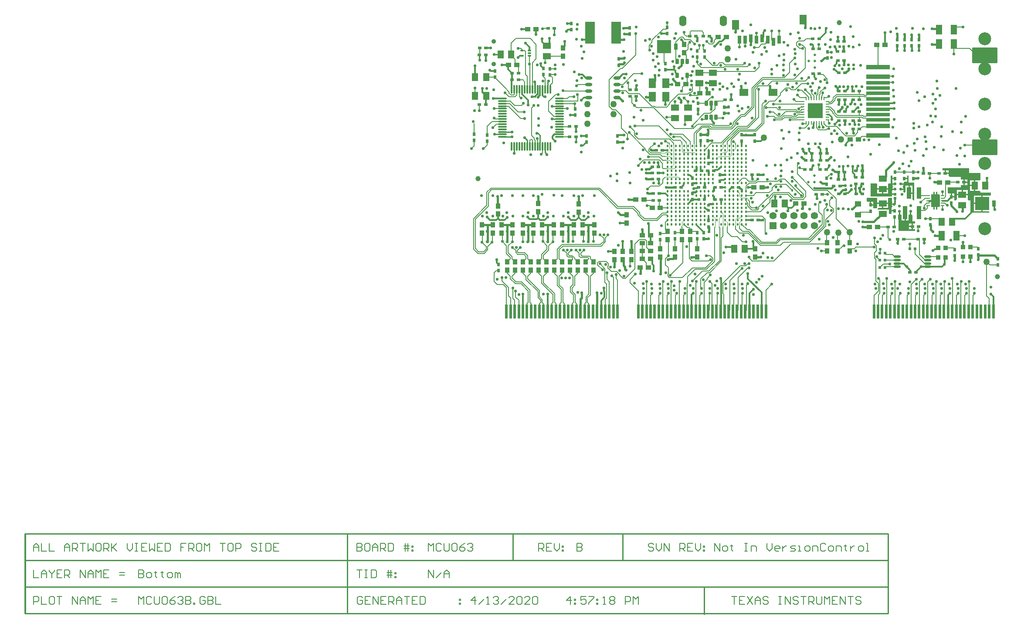
<source format=gbl>
G04*
G04 #@! TF.GenerationSoftware,Altium Limited,Altium Designer,18.1.9 (240)*
G04*
G04 Layer_Physical_Order=10*
G04 Layer_Color=16711680*
%FSAX25Y25*%
%MOIN*%
G70*
G01*
G75*
%ADD15C,0.00800*%
%ADD16C,0.00400*%
%ADD17C,0.01000*%
%ADD26R,0.03740X0.03937*%
G04:AMPARAMS|DCode=28|XSize=31.89mil|YSize=181.1mil|CornerRadius=1.91mil|HoleSize=0mil|Usage=FLASHONLY|Rotation=270.000|XOffset=0mil|YOffset=0mil|HoleType=Round|Shape=RoundedRectangle|*
%AMROUNDEDRECTD28*
21,1,0.03189,0.17728,0,0,270.0*
21,1,0.02806,0.18110,0,0,270.0*
1,1,0.00383,-0.08864,-0.01403*
1,1,0.00383,-0.08864,0.01403*
1,1,0.00383,0.08864,0.01403*
1,1,0.00383,0.08864,-0.01403*
%
%ADD28ROUNDEDRECTD28*%
G04:AMPARAMS|DCode=29|XSize=24.02mil|YSize=181.1mil|CornerRadius=1.92mil|HoleSize=0mil|Usage=FLASHONLY|Rotation=90.000|XOffset=0mil|YOffset=0mil|HoleType=Round|Shape=RoundedRectangle|*
%AMROUNDEDRECTD29*
21,1,0.02402,0.17726,0,0,90.0*
21,1,0.02017,0.18110,0,0,90.0*
1,1,0.00384,0.08863,0.01009*
1,1,0.00384,0.08863,-0.01009*
1,1,0.00384,-0.08863,-0.01009*
1,1,0.00384,-0.08863,0.01009*
%
%ADD29ROUNDEDRECTD29*%
G04:AMPARAMS|DCode=30|XSize=118.11mil|YSize=192.91mil|CornerRadius=1.77mil|HoleSize=0mil|Usage=FLASHONLY|Rotation=270.000|XOffset=0mil|YOffset=0mil|HoleType=Round|Shape=RoundedRectangle|*
%AMROUNDEDRECTD30*
21,1,0.11811,0.18937,0,0,270.0*
21,1,0.11457,0.19291,0,0,270.0*
1,1,0.00354,-0.09469,-0.05728*
1,1,0.00354,-0.09469,0.05728*
1,1,0.00354,0.09469,0.05728*
1,1,0.00354,0.09469,-0.05728*
%
%ADD30ROUNDEDRECTD30*%
%ADD34R,0.04724X0.04331*%
G04:AMPARAMS|DCode=40|XSize=9.84mil|YSize=23.62mil|CornerRadius=1.97mil|HoleSize=0mil|Usage=FLASHONLY|Rotation=180.000|XOffset=0mil|YOffset=0mil|HoleType=Round|Shape=RoundedRectangle|*
%AMROUNDEDRECTD40*
21,1,0.00984,0.01968,0,0,180.0*
21,1,0.00591,0.02362,0,0,180.0*
1,1,0.00394,-0.00295,0.00984*
1,1,0.00394,0.00295,0.00984*
1,1,0.00394,0.00295,-0.00984*
1,1,0.00394,-0.00295,-0.00984*
%
%ADD40ROUNDEDRECTD40*%
G04:AMPARAMS|DCode=41|XSize=9.84mil|YSize=23.62mil|CornerRadius=1.97mil|HoleSize=0mil|Usage=FLASHONLY|Rotation=90.000|XOffset=0mil|YOffset=0mil|HoleType=Round|Shape=RoundedRectangle|*
%AMROUNDEDRECTD41*
21,1,0.00984,0.01968,0,0,90.0*
21,1,0.00591,0.02362,0,0,90.0*
1,1,0.00394,0.00984,0.00295*
1,1,0.00394,0.00984,-0.00295*
1,1,0.00394,-0.00984,-0.00295*
1,1,0.00394,-0.00984,0.00295*
%
%ADD41ROUNDEDRECTD41*%
%ADD42O,0.05512X0.01772*%
%ADD48C,0.03937*%
G04:AMPARAMS|DCode=53|XSize=23.62mil|YSize=39.37mil|CornerRadius=2.01mil|HoleSize=0mil|Usage=FLASHONLY|Rotation=180.000|XOffset=0mil|YOffset=0mil|HoleType=Round|Shape=RoundedRectangle|*
%AMROUNDEDRECTD53*
21,1,0.02362,0.03535,0,0,180.0*
21,1,0.01961,0.03937,0,0,180.0*
1,1,0.00402,-0.00980,0.01768*
1,1,0.00402,0.00980,0.01768*
1,1,0.00402,0.00980,-0.01768*
1,1,0.00402,-0.00980,-0.01768*
%
%ADD53ROUNDEDRECTD53*%
%ADD55O,0.05500X0.02362*%
%ADD56R,0.03937X0.03740*%
%ADD58R,0.03150X0.02362*%
%ADD59R,0.02362X0.03150*%
%ADD60R,0.06300X0.05000*%
%ADD69C,0.01968*%
%ADD97R,0.02165X0.11024*%
%ADD104C,0.05472*%
G04:AMPARAMS|DCode=105|XSize=54.72mil|YSize=54.72mil|CornerRadius=1.91mil|HoleSize=0mil|Usage=FLASHONLY|Rotation=0.000|XOffset=0mil|YOffset=0mil|HoleType=Round|Shape=RoundedRectangle|*
%AMROUNDEDRECTD105*
21,1,0.05472,0.05089,0,0,0.0*
21,1,0.05089,0.05472,0,0,0.0*
1,1,0.00383,0.02545,-0.02545*
1,1,0.00383,-0.02545,-0.02545*
1,1,0.00383,-0.02545,0.02545*
1,1,0.00383,0.02545,0.02545*
%
%ADD105ROUNDEDRECTD105*%
%ADD107C,0.03543*%
G04:AMPARAMS|DCode=110|XSize=114.17mil|YSize=114.17mil|CornerRadius=1.71mil|HoleSize=0mil|Usage=FLASHONLY|Rotation=90.000|XOffset=0mil|YOffset=0mil|HoleType=Round|Shape=RoundedRectangle|*
%AMROUNDEDRECTD110*
21,1,0.11417,0.11075,0,0,90.0*
21,1,0.11075,0.11417,0,0,90.0*
1,1,0.00343,0.05537,0.05537*
1,1,0.00343,0.05537,-0.05537*
1,1,0.00343,-0.05537,-0.05537*
1,1,0.00343,-0.05537,0.05537*
%
%ADD110ROUNDEDRECTD110*%
%ADD113C,0.00625*%
%ADD114C,0.01500*%
%ADD115C,0.01200*%
%ADD116C,0.00600*%
%ADD118C,0.00610*%
%ADD119C,0.09843*%
%ADD120C,0.05000*%
G04:AMPARAMS|DCode=121|XSize=82.68mil|YSize=55.12mil|CornerRadius=27.56mil|HoleSize=0mil|Usage=FLASHONLY|Rotation=270.000|XOffset=0mil|YOffset=0mil|HoleType=Round|Shape=RoundedRectangle|*
%AMROUNDEDRECTD121*
21,1,0.08268,0.00000,0,0,270.0*
21,1,0.02756,0.05512,0,0,270.0*
1,1,0.05512,0.00000,-0.01378*
1,1,0.05512,0.00000,0.01378*
1,1,0.05512,0.00000,0.01378*
1,1,0.05512,0.00000,-0.01378*
%
%ADD121ROUNDEDRECTD121*%
%ADD122C,0.02200*%
%ADD123C,0.01800*%
G04:AMPARAMS|DCode=136|XSize=35.43mil|YSize=31.5mil|CornerRadius=1.89mil|HoleSize=0mil|Usage=FLASHONLY|Rotation=90.000|XOffset=0mil|YOffset=0mil|HoleType=Round|Shape=RoundedRectangle|*
%AMROUNDEDRECTD136*
21,1,0.03543,0.02772,0,0,90.0*
21,1,0.03165,0.03150,0,0,90.0*
1,1,0.00378,0.01386,0.01583*
1,1,0.00378,0.01386,-0.01583*
1,1,0.00378,-0.01386,-0.01583*
1,1,0.00378,-0.01386,0.01583*
%
%ADD136ROUNDEDRECTD136*%
%ADD137R,0.03347X0.09055*%
%ADD138R,0.01968X0.02362*%
%ADD139R,0.02362X0.02165*%
%ADD140R,0.03504X0.10000*%
%ADD141O,0.07087X0.01181*%
%ADD142O,0.01181X0.07087*%
%ADD143R,0.04921X0.06299*%
G04:AMPARAMS|DCode=144|XSize=11.81mil|YSize=26.38mil|CornerRadius=1.95mil|HoleSize=0mil|Usage=FLASHONLY|Rotation=90.000|XOffset=0mil|YOffset=0mil|HoleType=Round|Shape=RoundedRectangle|*
%AMROUNDEDRECTD144*
21,1,0.01181,0.02248,0,0,90.0*
21,1,0.00791,0.02638,0,0,90.0*
1,1,0.00390,0.01124,0.00396*
1,1,0.00390,0.01124,-0.00396*
1,1,0.00390,-0.01124,-0.00396*
1,1,0.00390,-0.01124,0.00396*
%
%ADD144ROUNDEDRECTD144*%
G04:AMPARAMS|DCode=145|XSize=23.62mil|YSize=9.45mil|CornerRadius=1.98mil|HoleSize=0mil|Usage=FLASHONLY|Rotation=180.000|XOffset=0mil|YOffset=0mil|HoleType=Round|Shape=RoundedRectangle|*
%AMROUNDEDRECTD145*
21,1,0.02362,0.00548,0,0,180.0*
21,1,0.01965,0.00945,0,0,180.0*
1,1,0.00397,-0.00983,0.00274*
1,1,0.00397,0.00983,0.00274*
1,1,0.00397,0.00983,-0.00274*
1,1,0.00397,-0.00983,-0.00274*
%
%ADD145ROUNDEDRECTD145*%
G04:AMPARAMS|DCode=146|XSize=64.96mil|YSize=94.49mil|CornerRadius=3.9mil|HoleSize=0mil|Usage=FLASHONLY|Rotation=180.000|XOffset=0mil|YOffset=0mil|HoleType=Round|Shape=RoundedRectangle|*
%AMROUNDEDRECTD146*
21,1,0.06496,0.08669,0,0,180.0*
21,1,0.05717,0.09449,0,0,180.0*
1,1,0.00780,-0.02858,0.04335*
1,1,0.00780,0.02858,0.04335*
1,1,0.00780,0.02858,-0.04335*
1,1,0.00780,-0.02858,-0.04335*
%
%ADD146ROUNDEDRECTD146*%
%ADD147R,0.01968X0.02362*%
%ADD148R,0.07087X0.05512*%
%ADD149R,0.05512X0.07480*%
%ADD150R,0.03150X0.05906*%
G04:AMPARAMS|DCode=151|XSize=70.87mil|YSize=55.12mil|CornerRadius=1.93mil|HoleSize=0mil|Usage=FLASHONLY|Rotation=90.000|XOffset=0mil|YOffset=0mil|HoleType=Round|Shape=RoundedRectangle|*
%AMROUNDEDRECTD151*
21,1,0.07087,0.05126,0,0,90.0*
21,1,0.06701,0.05512,0,0,90.0*
1,1,0.00386,0.02563,0.03350*
1,1,0.00386,0.02563,-0.03350*
1,1,0.00386,-0.02563,-0.03350*
1,1,0.00386,-0.02563,0.03350*
%
%ADD151ROUNDEDRECTD151*%
%ADD152R,0.07284X0.17165*%
%ADD153R,0.05118X0.07284*%
%ADD154R,0.02362X0.01968*%
%ADD155R,0.10500X0.10000*%
%ADD156R,0.03000X0.05000*%
%ADD157R,0.05000X0.06300*%
G36*
X0328111Y0111276D02*
X0330292D01*
Y0110276D01*
X0328111D01*
Y0108201D01*
X0328111Y0108201D01*
X0328213Y0107201D01*
X0328179Y0107031D01*
X0330221D01*
Y0106031D01*
X0328179D01*
X0328242Y0105712D01*
X0328707Y0105017D01*
Y0104045D01*
X0328242Y0103351D01*
X0328179Y0103031D01*
X0330221D01*
Y0102031D01*
X0328179D01*
X0328226Y0101796D01*
X0328212Y0101679D01*
X0327930Y0100796D01*
X0327930D01*
Y0099213D01*
X0330111D01*
Y0098213D01*
X0327930D01*
Y0097000D01*
X0311501D01*
Y0107000D01*
X0316308D01*
X0316642Y0106138D01*
X0316642Y0106000D01*
Y0103138D01*
X0320792D01*
X0324942D01*
Y0106000D01*
X0324942Y0106138D01*
X0325276Y0107000D01*
X0327001D01*
Y0113000D01*
X0328111D01*
Y0111276D01*
D02*
G37*
G36*
X0362362Y0100470D02*
X0362401D01*
X0362474Y0100440D01*
X0362529Y0100384D01*
X0362559Y0100312D01*
Y0100273D01*
Y0098501D01*
X0364173D01*
X0364245Y0098471D01*
X0364300Y0098416D01*
X0364331Y0098343D01*
Y0098304D01*
Y0089249D01*
Y0089210D01*
X0364300Y0089138D01*
X0364245Y0089082D01*
X0364173Y0089052D01*
X0362559D01*
Y0087281D01*
Y0087242D01*
X0362529Y0087169D01*
X0362474Y0087114D01*
X0362401Y0087084D01*
X0361732D01*
X0361660Y0087114D01*
X0361605Y0087169D01*
X0361575Y0087242D01*
Y0087281D01*
Y0089052D01*
X0360590D01*
Y0087281D01*
Y0087242D01*
X0360560Y0087169D01*
X0360505Y0087114D01*
X0360433Y0087084D01*
X0359764D01*
X0359691Y0087114D01*
X0359636Y0087169D01*
X0359606Y0087242D01*
Y0087281D01*
Y0089052D01*
X0357992D01*
X0357920Y0089082D01*
X0357864Y0089138D01*
X0357834Y0089210D01*
Y0089249D01*
Y0098304D01*
Y0098343D01*
X0357864Y0098416D01*
X0357920Y0098471D01*
X0357992Y0098501D01*
X0359606D01*
Y0100273D01*
Y0100312D01*
X0359636Y0100384D01*
X0359691Y0100440D01*
X0359764Y0100470D01*
X0359803Y0100470D01*
X0360394D01*
Y0100470D01*
X0360433D01*
X0360505Y0100440D01*
X0360560Y0100384D01*
X0360590Y0100312D01*
Y0100273D01*
Y0098501D01*
X0361575D01*
Y0100273D01*
Y0100312D01*
X0361605Y0100384D01*
X0361660Y0100440D01*
X0361732Y0100470D01*
X0361771Y0100470D01*
X0362362D01*
Y0100470D01*
D02*
G37*
G36*
X0340501Y0107500D02*
X0345001D01*
Y0094282D01*
X0344626Y0094100D01*
X0344065Y0094325D01*
X0343626Y0094727D01*
Y0099116D01*
X0340953D01*
Y0099616D01*
X0340453D01*
Y0105144D01*
X0338280D01*
Y0100281D01*
X0337280Y0099978D01*
X0337235Y0100045D01*
X0336863Y0100294D01*
X0336545Y0100660D01*
X0336572Y0101523D01*
X0336699Y0101712D01*
X0336762Y0102031D01*
X0334721D01*
Y0103031D01*
X0336762D01*
X0336699Y0103351D01*
X0336235Y0104045D01*
Y0105017D01*
X0336699Y0105712D01*
X0336762Y0106031D01*
X0334721D01*
Y0107031D01*
X0336762D01*
X0336729Y0107201D01*
X0336919Y0107647D01*
X0337333Y0108201D01*
X0339473D01*
Y0110276D01*
X0337292D01*
Y0111276D01*
X0339473D01*
Y0113000D01*
X0340501D01*
Y0107500D01*
D02*
G37*
G36*
X0327930Y0093563D02*
X0327930Y0093481D01*
X0327984Y0093297D01*
X0328164Y0092481D01*
X0327743Y0091851D01*
X0327679Y0091531D01*
X0329721D01*
Y0090531D01*
X0327679D01*
X0327743Y0090212D01*
X0328168Y0089575D01*
X0328100Y0089261D01*
X0327816Y0088575D01*
X0327611D01*
Y0086501D01*
X0329792D01*
Y0085501D01*
X0327611D01*
Y0083500D01*
X0325501D01*
Y0087000D01*
X0316976D01*
X0316919Y0087124D01*
X0316921Y0087177D01*
X0317557Y0088138D01*
X0320292D01*
Y0091138D01*
X0316642D01*
Y0088735D01*
X0316045Y0088051D01*
X0315699Y0088000D01*
X0313705D01*
Y0090001D01*
X0311524D01*
Y0090501D01*
X0311024D01*
Y0093075D01*
X0309343D01*
X0308501Y0093458D01*
Y0096000D01*
X0316308D01*
X0316642Y0095138D01*
X0316642Y0095000D01*
Y0092138D01*
X0320792D01*
Y0091638D01*
D01*
Y0092138D01*
X0324942D01*
Y0095000D01*
X0324942Y0095138D01*
X0325276Y0096000D01*
X0327930D01*
Y0093563D01*
D02*
G37*
G36*
X0387001Y0115000D02*
X0395600D01*
Y0109723D01*
X0394717Y0109440D01*
X0394600Y0109440D01*
X0391717D01*
Y0105290D01*
Y0101140D01*
X0394600D01*
X0394717Y0101140D01*
X0395600Y0100856D01*
Y0100000D01*
X0403501D01*
Y0098440D01*
X0403021Y0097638D01*
X0402501Y0097638D01*
X0397271D01*
Y0091638D01*
Y0085638D01*
X0402033D01*
X0402600Y0084778D01*
X0402616Y0084638D01*
X0402537Y0084500D01*
X0388001D01*
Y0094000D01*
X0386211D01*
X0385770Y0094817D01*
X0385770Y0095000D01*
Y0097817D01*
X0381620D01*
X0377470D01*
Y0095000D01*
X0377470Y0094817D01*
X0377029Y0094000D01*
X0376511D01*
X0375554Y0094105D01*
X0375554Y0095000D01*
Y0096180D01*
X0373373D01*
Y0096680D01*
X0372873D01*
Y0099254D01*
X0371400D01*
X0371192Y0099255D01*
X0370400Y0099756D01*
Y0104000D01*
X0380501Y0104000D01*
Y0105636D01*
X0382395D01*
Y0107817D01*
Y0109999D01*
X0380501D01*
Y0112000D01*
X0372086D01*
X0371276Y0112457D01*
Y0114138D01*
X0368701D01*
Y0114638D01*
X0368201D01*
Y0116820D01*
X0366501D01*
Y0118700D01*
X0387001D01*
X0387001Y0115000D01*
D02*
G37*
G36*
X0342721Y0083293D02*
X0343501Y0082750D01*
Y0078000D01*
X0345501D01*
Y0076194D01*
X0343930D01*
Y0074013D01*
Y0071832D01*
X0345501D01*
Y0070500D01*
X0333001D01*
Y0079000D01*
X0333001D01*
X0332400Y0079601D01*
Y0082711D01*
X0332466Y0082822D01*
X0333221Y0083333D01*
Y0085531D01*
X0334221D01*
Y0083428D01*
X0335146Y0082847D01*
Y0078611D01*
X0337398D01*
Y0084611D01*
X0338398D01*
Y0078611D01*
X0340650D01*
Y0082852D01*
X0340896Y0083081D01*
X0341650Y0083504D01*
X0341721Y0083490D01*
Y0085531D01*
X0342721D01*
Y0083293D01*
D02*
G37*
%LPC*%
G36*
X0324942Y0102138D02*
X0321292D01*
Y0099138D01*
X0324942D01*
Y0102138D01*
D02*
G37*
G36*
X0320292D02*
X0316642D01*
Y0099138D01*
X0320292D01*
Y0102138D01*
D02*
G37*
G36*
X0343626Y0105144D02*
X0341453D01*
Y0100116D01*
X0343626D01*
Y0105144D01*
D02*
G37*
G36*
X0313705Y0093075D02*
X0312024D01*
Y0091001D01*
X0313705D01*
Y0093075D01*
D02*
G37*
G36*
X0324942Y0091138D02*
X0321292D01*
Y0088138D01*
X0324942D01*
Y0091138D01*
D02*
G37*
G36*
X0371276Y0116820D02*
X0369201D01*
Y0115138D01*
X0371276D01*
Y0116820D01*
D02*
G37*
G36*
X0385469Y0109999D02*
X0383395D01*
Y0108317D01*
X0385469D01*
Y0109999D01*
D02*
G37*
G36*
X0390717Y0109440D02*
X0387717D01*
Y0105790D01*
X0390717D01*
Y0109440D01*
D02*
G37*
G36*
X0385469Y0107317D02*
X0383395D01*
Y0105636D01*
X0385469D01*
Y0107317D01*
D02*
G37*
G36*
X0390717Y0104790D02*
X0387717D01*
Y0101140D01*
X0390717D01*
Y0104790D01*
D02*
G37*
G36*
X0385770Y0101817D02*
X0382120D01*
Y0098817D01*
X0385770D01*
Y0101817D01*
D02*
G37*
G36*
X0381120D02*
X0377470D01*
Y0098817D01*
X0381120D01*
Y0101817D01*
D02*
G37*
G36*
X0373873Y0099254D02*
Y0097180D01*
X0375554D01*
Y0099254D01*
X0373873D01*
D02*
G37*
G36*
X0396271Y0097638D02*
X0390521D01*
Y0092138D01*
X0396271D01*
Y0097638D01*
D02*
G37*
G36*
Y0091138D02*
X0390521D01*
Y0085638D01*
X0396271D01*
Y0091138D01*
D02*
G37*
G36*
X0342930Y0076194D02*
X0340855D01*
Y0074513D01*
X0342930D01*
Y0076194D01*
D02*
G37*
G36*
Y0073513D02*
X0340855D01*
Y0071832D01*
X0342930D01*
Y0073513D01*
D02*
G37*
%LPD*%
G54D15*
X-0248386Y-0188580D02*
Y-0194578D01*
X-0245387D01*
X-0244388Y-0193578D01*
Y-0192579D01*
X-0245387Y-0191579D01*
X-0248386D01*
X-0245387D01*
X-0244388Y-0190579D01*
Y-0189579D01*
X-0245387Y-0188580D01*
X-0248386D01*
X-0241389Y-0194578D02*
X-0239389D01*
X-0238390Y-0193578D01*
Y-0191579D01*
X-0239389Y-0190579D01*
X-0241389D01*
X-0242388Y-0191579D01*
Y-0193578D01*
X-0241389Y-0194578D01*
X-0235391Y-0189579D02*
Y-0190579D01*
X-0236390D01*
X-0234391D01*
X-0235391D01*
Y-0193578D01*
X-0234391Y-0194578D01*
X-0230392Y-0189579D02*
Y-0190579D01*
X-0231392D01*
X-0229393D01*
X-0230392D01*
Y-0193578D01*
X-0229393Y-0194578D01*
X-0225394D02*
X-0223394D01*
X-0222395Y-0193578D01*
Y-0191579D01*
X-0223394Y-0190579D01*
X-0225394D01*
X-0226394Y-0191579D01*
Y-0193578D01*
X-0225394Y-0194578D01*
X-0220395D02*
Y-0190579D01*
X-0219396D01*
X-0218396Y-0191579D01*
Y-0194578D01*
Y-0191579D01*
X-0217396Y-0190579D01*
X-0216397Y-0191579D01*
Y-0194578D01*
X0192114Y-0174295D02*
Y-0168297D01*
X0196112Y-0174295D01*
Y-0168297D01*
X0199111Y-0174295D02*
X0201111D01*
X0202110Y-0173296D01*
Y-0171296D01*
X0201111Y-0170297D01*
X0199111D01*
X0198112Y-0171296D01*
Y-0173296D01*
X0199111Y-0174295D01*
X0205109Y-0169297D02*
Y-0170297D01*
X0204110D01*
X0206109D01*
X0205109D01*
Y-0173296D01*
X0206109Y-0174295D01*
X0215106Y-0168297D02*
X0217106D01*
X0216106D01*
Y-0174295D01*
X0215106D01*
X0217106D01*
X0220105D02*
Y-0170297D01*
X0223104D01*
X0224103Y-0171296D01*
Y-0174295D01*
X0232101Y-0168297D02*
Y-0172296D01*
X0234100Y-0174295D01*
X0236099Y-0172296D01*
Y-0168297D01*
X0241098Y-0174295D02*
X0239098D01*
X0238099Y-0173296D01*
Y-0171296D01*
X0239098Y-0170297D01*
X0241098D01*
X0242097Y-0171296D01*
Y-0172296D01*
X0238099D01*
X0244097Y-0170297D02*
Y-0174295D01*
Y-0172296D01*
X0245096Y-0171296D01*
X0246096Y-0170297D01*
X0247096D01*
X0250095Y-0174295D02*
X0253094D01*
X0254094Y-0173296D01*
X0253094Y-0172296D01*
X0251095D01*
X0250095Y-0171296D01*
X0251095Y-0170297D01*
X0254094D01*
X0256093Y-0174295D02*
X0258092D01*
X0257093D01*
Y-0170297D01*
X0256093D01*
X0262091Y-0174295D02*
X0264090D01*
X0265090Y-0173296D01*
Y-0171296D01*
X0264090Y-0170297D01*
X0262091D01*
X0261091Y-0171296D01*
Y-0173296D01*
X0262091Y-0174295D01*
X0267089D02*
Y-0170297D01*
X0270088D01*
X0271088Y-0171296D01*
Y-0174295D01*
X0277086Y-0169297D02*
X0276086Y-0168297D01*
X0274087D01*
X0273087Y-0169297D01*
Y-0173296D01*
X0274087Y-0174295D01*
X0276086D01*
X0277086Y-0173296D01*
X0280085Y-0174295D02*
X0282084D01*
X0283084Y-0173296D01*
Y-0171296D01*
X0282084Y-0170297D01*
X0280085D01*
X0279085Y-0171296D01*
Y-0173296D01*
X0280085Y-0174295D01*
X0285084D02*
Y-0170297D01*
X0288083D01*
X0289082Y-0171296D01*
Y-0174295D01*
X0292081Y-0169297D02*
Y-0170297D01*
X0291082D01*
X0293081D01*
X0292081D01*
Y-0173296D01*
X0293081Y-0174295D01*
X0296080Y-0170297D02*
Y-0174295D01*
Y-0172296D01*
X0297080Y-0171296D01*
X0298079Y-0170297D01*
X0299079D01*
X0303078Y-0174295D02*
X0305077D01*
X0306077Y-0173296D01*
Y-0171296D01*
X0305077Y-0170297D01*
X0303078D01*
X0302078Y-0171296D01*
Y-0173296D01*
X0303078Y-0174295D01*
X0308076D02*
X0310075D01*
X0309076D01*
Y-0168297D01*
X0308076D01*
X0145512Y-0169297D02*
X0144513Y-0168297D01*
X0142513D01*
X0141514Y-0169297D01*
Y-0170297D01*
X0142513Y-0171296D01*
X0144513D01*
X0145512Y-0172296D01*
Y-0173296D01*
X0144513Y-0174295D01*
X0142513D01*
X0141514Y-0173296D01*
X0147512Y-0168297D02*
Y-0172296D01*
X0149511Y-0174295D01*
X0151510Y-0172296D01*
Y-0168297D01*
X0153510Y-0174295D02*
Y-0168297D01*
X0157508Y-0174295D01*
Y-0168297D01*
X0165506Y-0174295D02*
Y-0168297D01*
X0168505D01*
X0169504Y-0169297D01*
Y-0171296D01*
X0168505Y-0172296D01*
X0165506D01*
X0167505D02*
X0169504Y-0174295D01*
X0175503Y-0168297D02*
X0171504D01*
Y-0174295D01*
X0175503D01*
X0171504Y-0171296D02*
X0173503D01*
X0177502Y-0168297D02*
Y-0172296D01*
X0179501Y-0174295D01*
X0181501Y-0172296D01*
Y-0168297D01*
X0183500Y-0170297D02*
X0184500D01*
Y-0171296D01*
X0183500D01*
Y-0170297D01*
Y-0173296D02*
X0184500D01*
Y-0174295D01*
X0183500D01*
Y-0173296D01*
X0057714Y-0174295D02*
Y-0168297D01*
X0060713D01*
X0061712Y-0169297D01*
Y-0171296D01*
X0060713Y-0172296D01*
X0057714D01*
X0059713D02*
X0061712Y-0174295D01*
X0067710Y-0168297D02*
X0063712D01*
Y-0174295D01*
X0067710D01*
X0063712Y-0171296D02*
X0065711D01*
X0069710Y-0168297D02*
Y-0172296D01*
X0071709Y-0174295D01*
X0073708Y-0172296D01*
Y-0168297D01*
X0075708Y-0170297D02*
X0076708D01*
Y-0171296D01*
X0075708D01*
Y-0170297D01*
Y-0173296D02*
X0076708D01*
Y-0174295D01*
X0075708D01*
Y-0173296D01*
X-0248386Y-0215162D02*
Y-0209164D01*
X-0246387Y-0211163D01*
X-0244388Y-0209164D01*
Y-0215162D01*
X-0238390Y-0210164D02*
X-0239389Y-0209164D01*
X-0241389D01*
X-0242388Y-0210164D01*
Y-0214162D01*
X-0241389Y-0215162D01*
X-0239389D01*
X-0238390Y-0214162D01*
X-0236390Y-0209164D02*
Y-0214162D01*
X-0235391Y-0215162D01*
X-0233391D01*
X-0232392Y-0214162D01*
Y-0209164D01*
X-0230392Y-0210164D02*
X-0229393Y-0209164D01*
X-0227393D01*
X-0226394Y-0210164D01*
Y-0214162D01*
X-0227393Y-0215162D01*
X-0229393D01*
X-0230392Y-0214162D01*
Y-0210164D01*
X-0220395Y-0209164D02*
X-0222395Y-0210164D01*
X-0224394Y-0212163D01*
Y-0214162D01*
X-0223394Y-0215162D01*
X-0221395D01*
X-0220395Y-0214162D01*
Y-0213163D01*
X-0221395Y-0212163D01*
X-0224394D01*
X-0218396Y-0210164D02*
X-0217396Y-0209164D01*
X-0215397D01*
X-0214397Y-0210164D01*
Y-0211163D01*
X-0215397Y-0212163D01*
X-0216397D01*
X-0215397D01*
X-0214397Y-0213163D01*
Y-0214162D01*
X-0215397Y-0215162D01*
X-0217396D01*
X-0218396Y-0214162D01*
X-0212398Y-0209164D02*
Y-0215162D01*
X-0209399D01*
X-0208399Y-0214162D01*
Y-0213163D01*
X-0209399Y-0212163D01*
X-0212398D01*
X-0209399D01*
X-0208399Y-0211163D01*
Y-0210164D01*
X-0209399Y-0209164D01*
X-0212398D01*
X-0206400Y-0215162D02*
Y-0214162D01*
X-0205400D01*
Y-0215162D01*
X-0206400D01*
X-0197403Y-0210164D02*
X-0198403Y-0209164D01*
X-0200402D01*
X-0201402Y-0210164D01*
Y-0214162D01*
X-0200402Y-0215162D01*
X-0198403D01*
X-0197403Y-0214162D01*
Y-0212163D01*
X-0199402D01*
X-0195404Y-0209164D02*
Y-0215162D01*
X-0192404D01*
X-0191405Y-0214162D01*
Y-0213163D01*
X-0192404Y-0212163D01*
X-0195404D01*
X-0192404D01*
X-0191405Y-0211163D01*
Y-0210164D01*
X-0192404Y-0209164D01*
X-0195404D01*
X-0189406D02*
Y-0215162D01*
X-0185407D01*
X0008863D02*
Y-0209164D01*
X0005864Y-0212163D01*
X0009862D01*
X0011862Y-0215162D02*
X0015860Y-0211163D01*
X0017860Y-0215162D02*
X0019859D01*
X0018859D01*
Y-0209164D01*
X0017860Y-0210164D01*
X0022858D02*
X0023858Y-0209164D01*
X0025857D01*
X0026857Y-0210164D01*
Y-0211163D01*
X0025857Y-0212163D01*
X0024858D01*
X0025857D01*
X0026857Y-0213163D01*
Y-0214162D01*
X0025857Y-0215162D01*
X0023858D01*
X0022858Y-0214162D01*
X0028856Y-0215162D02*
X0032855Y-0211163D01*
X0038853Y-0215162D02*
X0034854D01*
X0038853Y-0211163D01*
Y-0210164D01*
X0037853Y-0209164D01*
X0035854D01*
X0034854Y-0210164D01*
X0040852D02*
X0041852Y-0209164D01*
X0043851D01*
X0044851Y-0210164D01*
Y-0214162D01*
X0043851Y-0215162D01*
X0041852D01*
X0040852Y-0214162D01*
Y-0210164D01*
X0050849Y-0215162D02*
X0046850D01*
X0050849Y-0211163D01*
Y-0210164D01*
X0049849Y-0209164D01*
X0047850D01*
X0046850Y-0210164D01*
X0052848D02*
X0053848Y-0209164D01*
X0055847D01*
X0056847Y-0210164D01*
Y-0214162D01*
X0055847Y-0215162D01*
X0053848D01*
X0052848Y-0214162D01*
Y-0210164D01*
X-0077088D02*
X-0078087Y-0209164D01*
X-0080087D01*
X-0081086Y-0210164D01*
Y-0214162D01*
X-0080087Y-0215162D01*
X-0078087D01*
X-0077088Y-0214162D01*
Y-0212163D01*
X-0079087D01*
X-0071090Y-0209164D02*
X-0075088D01*
Y-0215162D01*
X-0071090D01*
X-0075088Y-0212163D02*
X-0073089D01*
X-0069090Y-0215162D02*
Y-0209164D01*
X-0065092Y-0215162D01*
Y-0209164D01*
X-0059093D02*
X-0063092D01*
Y-0215162D01*
X-0059093D01*
X-0063092Y-0212163D02*
X-0061093D01*
X-0057094Y-0215162D02*
Y-0209164D01*
X-0054095D01*
X-0053096Y-0210164D01*
Y-0212163D01*
X-0054095Y-0213163D01*
X-0057094D01*
X-0055095D02*
X-0053096Y-0215162D01*
X-0051096D02*
Y-0211163D01*
X-0049097Y-0209164D01*
X-0047097Y-0211163D01*
Y-0215162D01*
Y-0212163D01*
X-0051096D01*
X-0045098Y-0209164D02*
X-0041099D01*
X-0043099D01*
Y-0215162D01*
X-0035101Y-0209164D02*
X-0039100D01*
Y-0215162D01*
X-0035101D01*
X-0039100Y-0212163D02*
X-0037101D01*
X-0033102Y-0209164D02*
Y-0215162D01*
X-0030103D01*
X-0029103Y-0214162D01*
Y-0210164D01*
X-0030103Y-0209164D01*
X-0033102D01*
X-0003112Y-0211163D02*
X-0002112D01*
Y-0212163D01*
X-0003112D01*
Y-0211163D01*
Y-0214162D02*
X-0002112D01*
Y-0215162D01*
X-0003112D01*
Y-0214162D01*
X-0328936Y-0174295D02*
Y-0170297D01*
X-0326937Y-0168297D01*
X-0324938Y-0170297D01*
Y-0174295D01*
Y-0171296D01*
X-0328936D01*
X-0322938Y-0168297D02*
Y-0174295D01*
X-0318940D01*
X-0316940Y-0168297D02*
Y-0174295D01*
X-0312942D01*
X-0304944D02*
Y-0170297D01*
X-0302945Y-0168297D01*
X-0300945Y-0170297D01*
Y-0174295D01*
Y-0171296D01*
X-0304944D01*
X-0298946Y-0174295D02*
Y-0168297D01*
X-0295947D01*
X-0294947Y-0169297D01*
Y-0171296D01*
X-0295947Y-0172296D01*
X-0298946D01*
X-0296947D02*
X-0294947Y-0174295D01*
X-0292948Y-0168297D02*
X-0288949D01*
X-0290949D01*
Y-0174295D01*
X-0286950Y-0168297D02*
Y-0174295D01*
X-0284951Y-0172296D01*
X-0282951Y-0174295D01*
Y-0168297D01*
X-0277953D02*
X-0279952D01*
X-0280952Y-0169297D01*
Y-0173296D01*
X-0279952Y-0174295D01*
X-0277953D01*
X-0276953Y-0173296D01*
Y-0169297D01*
X-0277953Y-0168297D01*
X-0274954Y-0174295D02*
Y-0168297D01*
X-0271955D01*
X-0270955Y-0169297D01*
Y-0171296D01*
X-0271955Y-0172296D01*
X-0274954D01*
X-0272955D02*
X-0270955Y-0174295D01*
X-0268956Y-0168297D02*
Y-0174295D01*
Y-0172296D01*
X-0264957Y-0168297D01*
X-0267956Y-0171296D01*
X-0264957Y-0174295D01*
X-0256960Y-0168297D02*
Y-0172296D01*
X-0254960Y-0174295D01*
X-0252961Y-0172296D01*
Y-0168297D01*
X-0250962D02*
X-0248962D01*
X-0249962D01*
Y-0174295D01*
X-0250962D01*
X-0248962D01*
X-0241965Y-0168297D02*
X-0245963D01*
Y-0174295D01*
X-0241965D01*
X-0245963Y-0171296D02*
X-0243964D01*
X-0239965Y-0168297D02*
Y-0174295D01*
X-0237966Y-0172296D01*
X-0235966Y-0174295D01*
Y-0168297D01*
X-0229968D02*
X-0233967D01*
Y-0174295D01*
X-0229968D01*
X-0233967Y-0171296D02*
X-0231968D01*
X-0227969Y-0168297D02*
Y-0174295D01*
X-0224970D01*
X-0223970Y-0173296D01*
Y-0169297D01*
X-0224970Y-0168297D01*
X-0227969D01*
X-0211974D02*
X-0215973D01*
Y-0171296D01*
X-0213974D01*
X-0215973D01*
Y-0174295D01*
X-0209975D02*
Y-0168297D01*
X-0206976D01*
X-0205976Y-0169297D01*
Y-0171296D01*
X-0206976Y-0172296D01*
X-0209975D01*
X-0207976D02*
X-0205976Y-0174295D01*
X-0200978Y-0168297D02*
X-0202977D01*
X-0203977Y-0169297D01*
Y-0173296D01*
X-0202977Y-0174295D01*
X-0200978D01*
X-0199978Y-0173296D01*
Y-0169297D01*
X-0200978Y-0168297D01*
X-0197979Y-0174295D02*
Y-0168297D01*
X-0195979Y-0170297D01*
X-0193980Y-0168297D01*
Y-0174295D01*
X-0185983Y-0168297D02*
X-0181984D01*
X-0183983D01*
Y-0174295D01*
X-0176986Y-0168297D02*
X-0178985D01*
X-0179985Y-0169297D01*
Y-0173296D01*
X-0178985Y-0174295D01*
X-0176986D01*
X-0175986Y-0173296D01*
Y-0169297D01*
X-0176986Y-0168297D01*
X-0173986Y-0174295D02*
Y-0168297D01*
X-0170987D01*
X-0169988Y-0169297D01*
Y-0171296D01*
X-0170987Y-0172296D01*
X-0173986D01*
X-0157992Y-0169297D02*
X-0158991Y-0168297D01*
X-0160991D01*
X-0161990Y-0169297D01*
Y-0170297D01*
X-0160991Y-0171296D01*
X-0158991D01*
X-0157992Y-0172296D01*
Y-0173296D01*
X-0158991Y-0174295D01*
X-0160991D01*
X-0161990Y-0173296D01*
X-0155992Y-0168297D02*
X-0153993D01*
X-0154993D01*
Y-0174295D01*
X-0155992D01*
X-0153993D01*
X-0150994Y-0168297D02*
Y-0174295D01*
X-0147995D01*
X-0146995Y-0173296D01*
Y-0169297D01*
X-0147995Y-0168297D01*
X-0150994D01*
X-0140997D02*
X-0144996D01*
Y-0174295D01*
X-0140997D01*
X-0144996Y-0171296D02*
X-0142997D01*
X0086864Y-0168297D02*
Y-0174295D01*
X0089863D01*
X0090862Y-0173296D01*
Y-0172296D01*
X0089863Y-0171296D01*
X0086864D01*
X0089863D01*
X0090862Y-0170297D01*
Y-0169297D01*
X0089863Y-0168297D01*
X0086864D01*
X-0026736Y-0174295D02*
Y-0168297D01*
X-0024737Y-0170297D01*
X-0022738Y-0168297D01*
Y-0174295D01*
X-0016740Y-0169297D02*
X-0017739Y-0168297D01*
X-0019739D01*
X-0020738Y-0169297D01*
Y-0173296D01*
X-0019739Y-0174295D01*
X-0017739D01*
X-0016740Y-0173296D01*
X-0014740Y-0168297D02*
Y-0173296D01*
X-0013741Y-0174295D01*
X-0011741D01*
X-0010742Y-0173296D01*
Y-0168297D01*
X-0008742Y-0169297D02*
X-0007743Y-0168297D01*
X-0005743D01*
X-0004744Y-0169297D01*
Y-0173296D01*
X-0005743Y-0174295D01*
X-0007743D01*
X-0008742Y-0173296D01*
Y-0169297D01*
X0001255Y-0168297D02*
X-0000745Y-0169297D01*
X-0002744Y-0171296D01*
Y-0173296D01*
X-0001744Y-0174295D01*
X0000255D01*
X0001255Y-0173296D01*
Y-0172296D01*
X0000255Y-0171296D01*
X-0002744D01*
X0003254Y-0169297D02*
X0004254Y-0168297D01*
X0006253D01*
X0007253Y-0169297D01*
Y-0170297D01*
X0006253Y-0171296D01*
X0005253D01*
X0006253D01*
X0007253Y-0172296D01*
Y-0173296D01*
X0006253Y-0174295D01*
X0004254D01*
X0003254Y-0173296D01*
X-0081286Y-0168297D02*
Y-0174295D01*
X-0078287D01*
X-0077288Y-0173296D01*
Y-0172296D01*
X-0078287Y-0171296D01*
X-0081286D01*
X-0078287D01*
X-0077288Y-0170297D01*
Y-0169297D01*
X-0078287Y-0168297D01*
X-0081286D01*
X-0072289D02*
X-0074289D01*
X-0075288Y-0169297D01*
Y-0173296D01*
X-0074289Y-0174295D01*
X-0072289D01*
X-0071290Y-0173296D01*
Y-0169297D01*
X-0072289Y-0168297D01*
X-0069290Y-0174295D02*
Y-0170297D01*
X-0067291Y-0168297D01*
X-0065292Y-0170297D01*
Y-0174295D01*
Y-0171296D01*
X-0069290D01*
X-0063292Y-0174295D02*
Y-0168297D01*
X-0060293D01*
X-0059294Y-0169297D01*
Y-0171296D01*
X-0060293Y-0172296D01*
X-0063292D01*
X-0061293D02*
X-0059294Y-0174295D01*
X-0057294Y-0168297D02*
Y-0174295D01*
X-0054295D01*
X-0053295Y-0173296D01*
Y-0169297D01*
X-0054295Y-0168297D01*
X-0057294D01*
X-0044298Y-0174295D02*
Y-0168297D01*
X-0042299D02*
Y-0174295D01*
X-0045298Y-0170297D02*
X-0042299D01*
X-0041299D01*
X-0045298Y-0172296D02*
X-0041299D01*
X-0039300Y-0170297D02*
X-0038300D01*
Y-0171296D01*
X-0039300D01*
Y-0170297D01*
Y-0173296D02*
X-0038300D01*
Y-0174295D01*
X-0039300D01*
Y-0173296D01*
X-0328936Y-0188580D02*
Y-0194578D01*
X-0324938D01*
X-0322938D02*
Y-0190579D01*
X-0320939Y-0188580D01*
X-0318940Y-0190579D01*
Y-0194578D01*
Y-0191579D01*
X-0322938D01*
X-0316940Y-0188580D02*
Y-0189579D01*
X-0314941Y-0191579D01*
X-0312942Y-0189579D01*
Y-0188580D01*
X-0314941Y-0191579D02*
Y-0194578D01*
X-0306943Y-0188580D02*
X-0310942D01*
Y-0194578D01*
X-0306943D01*
X-0310942Y-0191579D02*
X-0308943D01*
X-0304944Y-0194578D02*
Y-0188580D01*
X-0301945D01*
X-0300945Y-0189579D01*
Y-0191579D01*
X-0301945Y-0192579D01*
X-0304944D01*
X-0302945D02*
X-0300945Y-0194578D01*
X-0292948D02*
Y-0188580D01*
X-0288949Y-0194578D01*
Y-0188580D01*
X-0286950Y-0194578D02*
Y-0190579D01*
X-0284951Y-0188580D01*
X-0282951Y-0190579D01*
Y-0194578D01*
Y-0191579D01*
X-0286950D01*
X-0280952Y-0194578D02*
Y-0188580D01*
X-0278953Y-0190579D01*
X-0276953Y-0188580D01*
Y-0194578D01*
X-0270955Y-0188580D02*
X-0274954D01*
Y-0194578D01*
X-0270955D01*
X-0274954Y-0191579D02*
X-0272955D01*
X-0262958Y-0192579D02*
X-0258959D01*
X-0262958Y-0190579D02*
X-0258959D01*
X-0328936Y-0215162D02*
Y-0209164D01*
X-0325937D01*
X-0324938Y-0210164D01*
Y-0212163D01*
X-0325937Y-0213163D01*
X-0328936D01*
X-0322938Y-0209164D02*
Y-0215162D01*
X-0318940D01*
X-0313941Y-0209164D02*
X-0315941D01*
X-0316940Y-0210164D01*
Y-0214162D01*
X-0315941Y-0215162D01*
X-0313941D01*
X-0312942Y-0214162D01*
Y-0210164D01*
X-0313941Y-0209164D01*
X-0310942D02*
X-0306943D01*
X-0308943D01*
Y-0215162D01*
X-0298946D02*
Y-0209164D01*
X-0294947Y-0215162D01*
Y-0209164D01*
X-0292948Y-0215162D02*
Y-0211163D01*
X-0290949Y-0209164D01*
X-0288949Y-0211163D01*
Y-0215162D01*
Y-0212163D01*
X-0292948D01*
X-0286950Y-0215162D02*
Y-0209164D01*
X-0284951Y-0211163D01*
X-0282951Y-0209164D01*
Y-0215162D01*
X-0276953Y-0209164D02*
X-0280952D01*
Y-0215162D01*
X-0276953D01*
X-0280952Y-0212163D02*
X-0278953D01*
X-0268956Y-0213163D02*
X-0264957D01*
X-0268956Y-0211163D02*
X-0264957D01*
X0081763Y-0215162D02*
Y-0209164D01*
X0078764Y-0212163D01*
X0082762D01*
X0084762Y-0211163D02*
X0085761D01*
Y-0212163D01*
X0084762D01*
Y-0211163D01*
Y-0214162D02*
X0085761D01*
Y-0215162D01*
X0084762D01*
Y-0214162D01*
X0093759Y-0209164D02*
X0089760D01*
Y-0212163D01*
X0091759Y-0211163D01*
X0092759D01*
X0093759Y-0212163D01*
Y-0214162D01*
X0092759Y-0215162D01*
X0090760D01*
X0089760Y-0214162D01*
X0095758Y-0209164D02*
X0099757D01*
Y-0210164D01*
X0095758Y-0214162D01*
Y-0215162D01*
X0101756Y-0211163D02*
X0102756D01*
Y-0212163D01*
X0101756D01*
Y-0211163D01*
Y-0214162D02*
X0102756D01*
Y-0215162D01*
X0101756D01*
Y-0214162D01*
X0106755Y-0215162D02*
X0108754D01*
X0107754D01*
Y-0209164D01*
X0106755Y-0210164D01*
X0111753D02*
X0112753Y-0209164D01*
X0114752D01*
X0115752Y-0210164D01*
Y-0211163D01*
X0114752Y-0212163D01*
X0115752Y-0213163D01*
Y-0214162D01*
X0114752Y-0215162D01*
X0112753D01*
X0111753Y-0214162D01*
Y-0213163D01*
X0112753Y-0212163D01*
X0111753Y-0211163D01*
Y-0210164D01*
X0112753Y-0212163D02*
X0114752D01*
X0123749Y-0215162D02*
Y-0209164D01*
X0126748D01*
X0127748Y-0210164D01*
Y-0212163D01*
X0126748Y-0213163D01*
X0123749D01*
X0129747Y-0215162D02*
Y-0209164D01*
X0131746Y-0211163D01*
X0133746Y-0209164D01*
Y-0215162D01*
X0205214Y-0209164D02*
X0209212D01*
X0207213D01*
Y-0215162D01*
X0215210Y-0209164D02*
X0211212D01*
Y-0215162D01*
X0215210D01*
X0211212Y-0212163D02*
X0213211D01*
X0217210Y-0209164D02*
X0221208Y-0215162D01*
Y-0209164D02*
X0217210Y-0215162D01*
X0223208D02*
Y-0211163D01*
X0225207Y-0209164D01*
X0227206Y-0211163D01*
Y-0215162D01*
Y-0212163D01*
X0223208D01*
X0233205Y-0210164D02*
X0232205Y-0209164D01*
X0230205D01*
X0229206Y-0210164D01*
Y-0211163D01*
X0230205Y-0212163D01*
X0232205D01*
X0233205Y-0213163D01*
Y-0214162D01*
X0232205Y-0215162D01*
X0230205D01*
X0229206Y-0214162D01*
X0241202Y-0209164D02*
X0243201D01*
X0242202D01*
Y-0215162D01*
X0241202D01*
X0243201D01*
X0246200D02*
Y-0209164D01*
X0250199Y-0215162D01*
Y-0209164D01*
X0256197Y-0210164D02*
X0255197Y-0209164D01*
X0253198D01*
X0252198Y-0210164D01*
Y-0211163D01*
X0253198Y-0212163D01*
X0255197D01*
X0256197Y-0213163D01*
Y-0214162D01*
X0255197Y-0215162D01*
X0253198D01*
X0252198Y-0214162D01*
X0258196Y-0209164D02*
X0262195D01*
X0260196D01*
Y-0215162D01*
X0264194D02*
Y-0209164D01*
X0267194D01*
X0268193Y-0210164D01*
Y-0212163D01*
X0267194Y-0213163D01*
X0264194D01*
X0266194D02*
X0268193Y-0215162D01*
X0270193Y-0209164D02*
Y-0214162D01*
X0271192Y-0215162D01*
X0273192D01*
X0274191Y-0214162D01*
Y-0209164D01*
X0276191Y-0215162D02*
Y-0209164D01*
X0278190Y-0211163D01*
X0280189Y-0209164D01*
Y-0215162D01*
X0286187Y-0209164D02*
X0282189D01*
Y-0215162D01*
X0286187D01*
X0282189Y-0212163D02*
X0284188D01*
X0288187Y-0215162D02*
Y-0209164D01*
X0292185Y-0215162D01*
Y-0209164D01*
X0294185D02*
X0298183D01*
X0296184D01*
Y-0215162D01*
X0304182Y-0210164D02*
X0303182Y-0209164D01*
X0301183D01*
X0300183Y-0210164D01*
Y-0211163D01*
X0301183Y-0212163D01*
X0303182D01*
X0304182Y-0213163D01*
Y-0214162D01*
X0303182Y-0215162D01*
X0301183D01*
X0300183Y-0214162D01*
X-0081286Y-0188630D02*
X-0077288D01*
X-0079287D01*
Y-0194629D01*
X-0075288Y-0188630D02*
X-0073289D01*
X-0074289D01*
Y-0194629D01*
X-0075288D01*
X-0073289D01*
X-0070290Y-0188630D02*
Y-0194629D01*
X-0067291D01*
X-0066291Y-0193629D01*
Y-0189630D01*
X-0067291Y-0188630D01*
X-0070290D01*
X-0057294Y-0194629D02*
Y-0188630D01*
X-0055295D02*
Y-0194629D01*
X-0058294Y-0190630D02*
X-0055295D01*
X-0054295D01*
X-0058294Y-0192629D02*
X-0054295D01*
X-0052296Y-0190630D02*
X-0051296D01*
Y-0191630D01*
X-0052296D01*
Y-0190630D01*
Y-0193629D02*
X-0051296D01*
Y-0194629D01*
X-0052296D01*
Y-0193629D01*
X-0026736Y-0194629D02*
Y-0188630D01*
X-0022738Y-0194629D01*
Y-0188630D01*
X-0020738Y-0194629D02*
X-0016740Y-0190630D01*
X-0014740Y-0194629D02*
Y-0190630D01*
X-0012741Y-0188630D01*
X-0010742Y-0190630D01*
Y-0194629D01*
Y-0191630D01*
X-0014740D01*
G54D16*
X0164170Y0111834D02*
X0165670Y0110334D01*
X0154314Y0111834D02*
X0164170D01*
X0154210Y0111730D02*
X0154314Y0111834D01*
X0209764Y0100885D02*
X0211264Y0099385D01*
Y0097264D02*
X0212442Y0096086D01*
X0157721Y0134031D02*
X0159370Y0132382D01*
X0190866Y0081988D02*
X0192421Y0080434D01*
Y0073731D02*
Y0080434D01*
X0195621Y0080443D02*
X0197166Y0081988D01*
X0195621Y0073531D02*
Y0080443D01*
X0198721Y0073731D02*
Y0083582D01*
X0197166Y0085137D02*
X0198721Y0083582D01*
X0167221Y0074231D02*
Y0077240D01*
X0168819Y0078838D01*
X0200315D02*
X0201921Y0077233D01*
Y0073931D02*
Y0077233D01*
X0176693Y0133956D02*
X0178268Y0132382D01*
X0198721Y0133937D02*
Y0136931D01*
X0197166Y0132382D02*
X0198721Y0133937D01*
X0212442Y0096086D02*
X0216685D01*
X0217953Y0094199D02*
Y0094818D01*
X0216685Y0096086D02*
X0217953Y0094818D01*
X0211264Y0097264D02*
Y0099385D01*
X0206614Y0132382D02*
X0208114Y0133882D01*
X0209764Y0107185D02*
X0211311Y0108731D01*
X0211414Y0080488D02*
X0212914Y0081988D01*
X0208264Y0074700D02*
Y0079460D01*
X0209292Y0080488D01*
X0211321Y0074331D02*
Y0077245D01*
X0209292Y0080488D02*
X0211414D01*
X0211321Y0077245D02*
X0212914Y0078838D01*
X0157796Y0130807D02*
X0159370Y0129232D01*
X0155045Y0130807D02*
X0157796D01*
X0157796Y0127657D02*
X0159370Y0126082D01*
X0154747Y0127657D02*
X0157796D01*
X0155144Y0124508D02*
X0157796D01*
X0159370Y0122933D01*
Y0119783D02*
X0160921Y0121334D01*
Y0136531D01*
X0160945Y0118208D02*
X0162520Y0119783D01*
X0155498Y0118208D02*
X0160945D01*
X0173544Y0133956D02*
X0175118Y0132382D01*
X0173544Y0133956D02*
Y0137108D01*
X0176693Y0133956D02*
Y0137359D01*
X0170394Y0133956D02*
X0171969Y0132382D01*
X0170394Y0133956D02*
Y0137658D01*
X0176768Y0130732D02*
X0178268Y0129232D01*
X0168347Y0130732D02*
X0176768D01*
X0167244Y0131835D02*
X0168347Y0130732D01*
X0167244Y0131835D02*
Y0137108D01*
X0197166Y0129232D02*
X0198666Y0130732D01*
X0200787D01*
X0201890Y0131835D01*
X0194016Y0126082D02*
X0195516Y0127582D01*
X0203937D01*
X0204965Y0128611D01*
X0154438Y0130200D02*
X0155045Y0130807D01*
X0151400Y0130200D02*
X0154438D01*
X0157721Y0134031D02*
Y0136900D01*
X0201890Y0131835D02*
Y0136900D01*
X0204965Y0128611D02*
Y0136500D01*
X0208114Y0133882D02*
Y0136700D01*
G54D17*
X0086078Y0147258D02*
Y0150161D01*
X0048865Y0135413D02*
Y0140065D01*
X0046927Y0142003D02*
X0048865Y0140065D01*
X0069706Y0220609D02*
Y0225467D01*
X0067818Y0166121D02*
X0073669D01*
X0058708Y0174308D02*
Y0179114D01*
X0012354Y0201418D02*
Y0205161D01*
X0023716Y0205661D02*
X0028716D01*
X0023595Y0205540D02*
X0023716Y0205661D01*
X0023905Y0144468D02*
X0029968D01*
X0064613Y0184494D02*
X0065296Y0185177D01*
X0064613Y0179114D02*
Y0184494D01*
X0056196Y0145177D02*
X0057196D01*
X0058708Y0143665D01*
Y0135413D02*
Y0143665D01*
X0062645Y0130528D02*
X0063796Y0129377D01*
X0062645Y0130528D02*
Y0135413D01*
X0029968Y0146437D02*
X0030028Y0146377D01*
X0037196D01*
X0037174Y0142499D02*
X0037196Y0142477D01*
X0029968Y0142499D02*
X0037174D01*
X0023696Y0144677D02*
X0023905Y0144468D01*
X0086078Y0139558D02*
Y0142661D01*
X0039023Y0129992D02*
Y0135413D01*
X0063796Y0128877D02*
Y0129377D01*
X0067818Y0156279D02*
X0073669D01*
X0061216Y0195023D02*
Y0195023D01*
X0121914Y-0181412D02*
Y-0161079D01*
X0037914Y-0181412D02*
Y-0161079D01*
X-0335286Y-0181412D02*
X0324914D01*
X-0335286Y-0201745D02*
X0324714D01*
X-0335286Y-0222079D02*
X0065214D01*
X-0335236Y-0161079D02*
X0324914D01*
X-0335236Y-0222079D02*
Y-0161079D01*
Y-0222079D02*
X-0177686D01*
X-0335286D02*
Y-0161079D01*
X-0088786Y-0222079D02*
Y-0161079D01*
X0324914Y-0222079D02*
Y-0161079D01*
X0065214Y-0222079D02*
X0324914D01*
X0184114Y-0222729D02*
Y-0202445D01*
G54D26*
X0026494Y0089781D02*
D03*
Y0083482D02*
D03*
X0057221Y0091681D02*
D03*
Y0085382D02*
D03*
X0088221Y0091181D02*
D03*
Y0084882D02*
D03*
X0121992Y0048563D02*
D03*
Y0054862D02*
D03*
X0115492Y0048563D02*
D03*
Y0054862D02*
D03*
X0128492Y0054862D02*
D03*
Y0048563D02*
D03*
X0022721Y0075181D02*
D03*
Y0068882D02*
D03*
X0053721Y0075181D02*
D03*
Y0068882D02*
D03*
X0037721Y0075181D02*
D03*
Y0068882D02*
D03*
X0069221Y0075181D02*
D03*
Y0068882D02*
D03*
X0100221Y0075181D02*
D03*
Y0068882D02*
D03*
X0084721Y0075181D02*
D03*
Y0068882D02*
D03*
X0150709Y0056791D02*
D03*
Y0050492D02*
D03*
X0179055Y0056791D02*
D03*
Y0050492D02*
D03*
X0161732Y0056791D02*
D03*
Y0050492D02*
D03*
X0014221Y0075181D02*
D03*
Y0068882D02*
D03*
X0045721Y0075181D02*
D03*
Y0068882D02*
D03*
X0029221Y0075181D02*
D03*
Y0068882D02*
D03*
X0060221Y0075181D02*
D03*
Y0068882D02*
D03*
X0091221Y0075181D02*
D03*
Y0068882D02*
D03*
X0075721Y0075181D02*
D03*
Y0068882D02*
D03*
X0125001Y0083012D02*
D03*
Y0076712D02*
D03*
X0223150Y0056791D02*
D03*
Y0050492D02*
D03*
X0076250Y0210591D02*
D03*
Y0204292D02*
D03*
X0286371Y0061520D02*
D03*
Y0055221D02*
D03*
X0295501Y0061650D02*
D03*
Y0055350D02*
D03*
X0278131Y0061484D02*
D03*
Y0055185D02*
D03*
X0156221Y0070177D02*
D03*
Y0063878D02*
D03*
X0173544Y0070177D02*
D03*
Y0063878D02*
D03*
X0033642Y0040638D02*
D03*
Y0046937D02*
D03*
X0039642Y0040638D02*
D03*
Y0046937D02*
D03*
X0045642Y0040638D02*
D03*
Y0046937D02*
D03*
X0051642Y0040638D02*
D03*
Y0046937D02*
D03*
X0057642Y0040638D02*
D03*
Y0046937D02*
D03*
X0063642Y0040638D02*
D03*
Y0046937D02*
D03*
X0167244Y0070177D02*
D03*
Y0063878D02*
D03*
X0069642Y0040638D02*
D03*
Y0046937D02*
D03*
X0075642Y0040638D02*
D03*
Y0046937D02*
D03*
X0081642Y0040638D02*
D03*
Y0046937D02*
D03*
X0087642Y0040638D02*
D03*
Y0046937D02*
D03*
X0093642Y0040638D02*
D03*
Y0046937D02*
D03*
X0099642Y0040638D02*
D03*
Y0046937D02*
D03*
X0169001Y0213150D02*
D03*
Y0206850D02*
D03*
G54D28*
X0317283Y0143748D02*
D03*
Y0150992D02*
D03*
Y0188551D02*
D03*
Y0195796D02*
D03*
G54D29*
Y0163748D02*
D03*
Y0155717D02*
D03*
Y0159732D02*
D03*
Y0175795D02*
D03*
Y0179811D02*
D03*
Y0167764D02*
D03*
Y0171780D02*
D03*
Y0183827D02*
D03*
G54D30*
X0398740Y0134654D02*
D03*
Y0204890D02*
D03*
G54D34*
X0301792Y0083004D02*
D03*
Y0091272D02*
D03*
G54D40*
X0262217Y0153157D02*
D03*
X0266155D02*
D03*
X0264186D02*
D03*
X0262217Y0172055D02*
D03*
X0266155D02*
D03*
X0264186D02*
D03*
X0268123Y0153157D02*
D03*
X0272060D02*
D03*
X0270092D02*
D03*
X0275997D02*
D03*
X0274028D02*
D03*
X0270092Y0172055D02*
D03*
X0268123D02*
D03*
X0274028D02*
D03*
X0272060D02*
D03*
X0275997D02*
D03*
G54D41*
X0259658Y0155717D02*
D03*
Y0157685D02*
D03*
Y0159654D02*
D03*
Y0165559D02*
D03*
Y0161622D02*
D03*
Y0163591D02*
D03*
Y0167528D02*
D03*
Y0169496D02*
D03*
X0278556Y0155717D02*
D03*
Y0157685D02*
D03*
Y0159654D02*
D03*
Y0161622D02*
D03*
Y0163591D02*
D03*
Y0165559D02*
D03*
Y0167528D02*
D03*
Y0169496D02*
D03*
G54D42*
X0331887Y0045720D02*
D03*
Y0043161D02*
D03*
Y0048280D02*
D03*
Y0050839D02*
D03*
X0355115Y0043161D02*
D03*
Y0045720D02*
D03*
Y0048280D02*
D03*
Y0050839D02*
D03*
G54D48*
X0011221Y0110531D02*
D03*
X0287721Y0230031D02*
D03*
X0408400Y0035500D02*
D03*
G54D53*
X0185761Y0157587D02*
D03*
X0189501D02*
D03*
X0185761Y0168413D02*
D03*
X0189501D02*
D03*
X0193241Y0157587D02*
D03*
Y0168413D02*
D03*
X0163656Y0189587D02*
D03*
Y0200413D02*
D03*
X0167397D02*
D03*
X0171137Y0189587D02*
D03*
Y0200413D02*
D03*
G54D55*
X0095834Y0172737D02*
D03*
Y0177737D02*
D03*
Y0182737D02*
D03*
Y0187737D02*
D03*
X0117534Y0172737D02*
D03*
Y0177737D02*
D03*
Y0182737D02*
D03*
Y0187737D02*
D03*
G54D56*
X0135343Y0042712D02*
D03*
X0141642D02*
D03*
X0136843Y0067212D02*
D03*
X0143142D02*
D03*
X0131811Y0094586D02*
D03*
X0138110D02*
D03*
X0254351Y0091500D02*
D03*
X0260651D02*
D03*
X0222362Y0104035D02*
D03*
X0228662D02*
D03*
X0180851Y0176000D02*
D03*
X0187151D02*
D03*
X0049147Y0225102D02*
D03*
X0055446D02*
D03*
X0034566Y0197661D02*
D03*
X0040865D02*
D03*
X0136843Y0055212D02*
D03*
X0143142D02*
D03*
X0136843Y0049212D02*
D03*
X0143142D02*
D03*
X0136843Y0061212D02*
D03*
X0143142D02*
D03*
X0144410Y0088287D02*
D03*
X0150709D02*
D03*
X0364387Y0107671D02*
D03*
X0370687D02*
D03*
X0310642Y0073638D02*
D03*
X0316941D02*
D03*
X0194850Y0219000D02*
D03*
X0201150D02*
D03*
X0163851Y0183000D02*
D03*
X0170151D02*
D03*
X0316351Y0213000D02*
D03*
X0322651D02*
D03*
X0295851Y0140500D02*
D03*
X0302151D02*
D03*
G54D58*
X0341628Y0038860D02*
D03*
X0346352D02*
D03*
X0161732Y0104035D02*
D03*
X0166457D02*
D03*
X0173138Y0219500D02*
D03*
X0177862D02*
D03*
X0300359Y0116531D02*
D03*
X0305083D02*
D03*
X0261859Y0124531D02*
D03*
X0266583D02*
D03*
X0012446Y0210602D02*
D03*
X0017171D02*
D03*
X0351929Y0114638D02*
D03*
X0356654D02*
D03*
X0192441Y0094586D02*
D03*
X0197166D02*
D03*
X0177480Y0116634D02*
D03*
X0182205D02*
D03*
X0192441Y0104035D02*
D03*
X0197166D02*
D03*
X0179843D02*
D03*
X0184567D02*
D03*
X0144559Y0110334D02*
D03*
X0149284D02*
D03*
X0145197Y0099311D02*
D03*
X0149922D02*
D03*
X0220788Y0078838D02*
D03*
X0225512D02*
D03*
X0205827Y0104035D02*
D03*
X0210551D02*
D03*
X0147559Y0132382D02*
D03*
X0152284D02*
D03*
X0144559Y0119783D02*
D03*
X0149284D02*
D03*
X0186929Y0116634D02*
D03*
X0191654D02*
D03*
X0220788Y0113484D02*
D03*
X0225512D02*
D03*
X0144559Y0115059D02*
D03*
X0149284D02*
D03*
X0183638Y0219500D02*
D03*
X0188362D02*
D03*
X0287139Y0162000D02*
D03*
X0291863D02*
D03*
X0287277Y0155000D02*
D03*
X0292001D02*
D03*
X0287139Y0177500D02*
D03*
X0291863D02*
D03*
X0287139Y0171000D02*
D03*
X0291863D02*
D03*
X0286259Y0208000D02*
D03*
X0290983D02*
D03*
X0286458Y0201000D02*
D03*
X0291182D02*
D03*
X0286639Y0215500D02*
D03*
X0291363D02*
D03*
X0287139Y0191500D02*
D03*
X0291863D02*
D03*
X0287158Y0098931D02*
D03*
X0291883D02*
D03*
X0283359Y0105031D02*
D03*
X0288083D02*
D03*
X0286859Y0110031D02*
D03*
X0291583D02*
D03*
X0286859Y0115531D02*
D03*
X0291583D02*
D03*
X0261859Y0130031D02*
D03*
X0266583D02*
D03*
X0273358D02*
D03*
X0278083D02*
D03*
X0273358Y0124531D02*
D03*
X0278083D02*
D03*
X0300359Y0111531D02*
D03*
X0305083D02*
D03*
X0300359Y0106531D02*
D03*
X0305083D02*
D03*
X0300501Y0099000D02*
D03*
X0305225D02*
D03*
X0012354Y0167161D02*
D03*
X0017078D02*
D03*
X0037354Y0191161D02*
D03*
X0042078D02*
D03*
X0200139Y0171000D02*
D03*
X0204863D02*
D03*
X0127639Y0173500D02*
D03*
X0132363D02*
D03*
X0127639Y0178500D02*
D03*
X0132363D02*
D03*
X0347809Y0064350D02*
D03*
X0352533D02*
D03*
X0332309D02*
D03*
X0337033D02*
D03*
X0145197Y0093799D02*
D03*
X0149922D02*
D03*
X0363977Y0114638D02*
D03*
X0368701D02*
D03*
X0343429Y0074013D02*
D03*
X0348154D02*
D03*
X0324929Y0073638D02*
D03*
X0329654D02*
D03*
X0378170Y0107817D02*
D03*
X0382894D02*
D03*
X0298276Y0155000D02*
D03*
X0303001D02*
D03*
X0298139Y0162000D02*
D03*
X0302863D02*
D03*
X0298139Y0171000D02*
D03*
X0302863D02*
D03*
X0298276Y0177500D02*
D03*
X0303001D02*
D03*
X0298139Y0148500D02*
D03*
X0302863D02*
D03*
X0267623Y0209949D02*
D03*
X0272347D02*
D03*
X0267623Y0191051D02*
D03*
X0272347D02*
D03*
X0267358Y0217531D02*
D03*
X0272083D02*
D03*
X0269777Y0098500D02*
D03*
X0274501D02*
D03*
X0272777Y0117500D02*
D03*
X0277501D02*
D03*
X0261324Y0117555D02*
D03*
X0266048D02*
D03*
X0064981Y0225467D02*
D03*
X0069706D02*
D03*
X0081334Y0150677D02*
D03*
X0086058D02*
D03*
X0081354Y0142661D02*
D03*
X0086078D02*
D03*
X0012354Y0205161D02*
D03*
X0017078D02*
D03*
X0037354Y0186161D02*
D03*
X0042078D02*
D03*
G54D59*
X0408900Y0044638D02*
D03*
Y0049362D02*
D03*
X0222900Y0139438D02*
D03*
Y0144162D02*
D03*
X0348501Y0216862D02*
D03*
Y0212138D02*
D03*
X0199501Y0165362D02*
D03*
Y0160638D02*
D03*
X0373373Y0096680D02*
D03*
Y0091955D02*
D03*
X0357292Y0075276D02*
D03*
Y0080001D02*
D03*
X0330292Y0110776D02*
D03*
Y0115501D02*
D03*
X0196378Y0108759D02*
D03*
Y0113484D02*
D03*
X0187717Y0122145D02*
D03*
Y0126870D02*
D03*
X0175118Y0094586D02*
D03*
Y0099311D02*
D03*
X0183780Y0069389D02*
D03*
Y0064665D02*
D03*
X0187717Y0078500D02*
D03*
Y0073776D02*
D03*
X0181501Y0139638D02*
D03*
Y0144362D02*
D03*
X0212914Y0139438D02*
D03*
Y0144162D02*
D03*
X0175118Y0111122D02*
D03*
Y0106397D02*
D03*
X0187001Y0144362D02*
D03*
Y0139638D02*
D03*
X0332001Y0216862D02*
D03*
Y0212138D02*
D03*
X0337501Y0216862D02*
D03*
Y0212138D02*
D03*
X0343001D02*
D03*
Y0216862D02*
D03*
X0024300Y0192962D02*
D03*
Y0188238D02*
D03*
X0082696Y0224515D02*
D03*
Y0229239D02*
D03*
X0127196Y0226039D02*
D03*
Y0221315D02*
D03*
X0118879Y0202138D02*
D03*
Y0197414D02*
D03*
X0094182Y0138669D02*
D03*
Y0143394D02*
D03*
X0117804Y0143394D02*
D03*
Y0138669D02*
D03*
X0027001Y0040138D02*
D03*
Y0044862D02*
D03*
X0179501Y0163638D02*
D03*
Y0168362D02*
D03*
X0376001Y0051638D02*
D03*
Y0056362D02*
D03*
X0394001Y0052138D02*
D03*
Y0056862D02*
D03*
X0150709Y0068602D02*
D03*
Y0063878D02*
D03*
X0179055Y0069389D02*
D03*
Y0064665D02*
D03*
X0161732Y0069389D02*
D03*
Y0064665D02*
D03*
X0329792Y0081276D02*
D03*
Y0086001D02*
D03*
X0311524Y0085776D02*
D03*
Y0090501D02*
D03*
X0337292Y0115500D02*
D03*
Y0110776D02*
D03*
X0344292Y0110776D02*
D03*
Y0115501D02*
D03*
X0179001Y0208362D02*
D03*
Y0203638D02*
D03*
X0184501Y0208362D02*
D03*
Y0203638D02*
D03*
X0154615Y0198524D02*
D03*
Y0193799D02*
D03*
X0278450Y0203059D02*
D03*
Y0207784D02*
D03*
X0278056Y0106335D02*
D03*
Y0111059D02*
D03*
X0066196Y0189815D02*
D03*
Y0194539D02*
D03*
X0008216Y0144523D02*
D03*
Y0139799D02*
D03*
X0018216Y0144023D02*
D03*
Y0139299D02*
D03*
X0061216Y0195023D02*
D03*
Y0190299D02*
D03*
X0156001Y0226362D02*
D03*
Y0221638D02*
D03*
X0085500Y0163862D02*
D03*
Y0159138D02*
D03*
G54D60*
X0172001Y0157000D02*
D03*
Y0165000D02*
D03*
X0320792Y0083638D02*
D03*
Y0091638D02*
D03*
X0381620Y0090317D02*
D03*
Y0098317D02*
D03*
X0320792Y0102638D02*
D03*
Y0110638D02*
D03*
X0063953Y0204206D02*
D03*
Y0212206D02*
D03*
X0180501Y0183500D02*
D03*
Y0191500D02*
D03*
X0162001Y0157000D02*
D03*
Y0165000D02*
D03*
X0191001Y0183500D02*
D03*
Y0191500D02*
D03*
G54D69*
X0273332Y0108106D02*
D03*
X0263883D02*
D03*
X0268607Y0103382D02*
D03*
Y0108106D02*
D03*
Y0112831D02*
D03*
X0358819Y0093777D02*
D03*
X0361083Y0090036D02*
D03*
Y0097517D02*
D03*
X0363346Y0093777D02*
D03*
X0264383Y0162606D02*
D03*
X0269107Y0157882D02*
D03*
Y0162606D02*
D03*
Y0167331D02*
D03*
X0273832Y0162606D02*
D03*
X0264277Y0200500D02*
D03*
X0269001Y0195776D02*
D03*
Y0200500D02*
D03*
Y0205224D02*
D03*
X0273725Y0200500D02*
D03*
G54D97*
X0373908Y0009100D02*
D03*
X0377058D02*
D03*
X0370759D02*
D03*
X0383357D02*
D03*
X0380208D02*
D03*
X0361310D02*
D03*
X0358160D02*
D03*
X0367609D02*
D03*
X0364460D02*
D03*
X0402255D02*
D03*
X0405405D02*
D03*
X0395956D02*
D03*
X0399105D02*
D03*
X0386507D02*
D03*
X0389656D02*
D03*
X0392806D02*
D03*
X0348712D02*
D03*
X0345562D02*
D03*
X0355011D02*
D03*
X0351861D02*
D03*
X0336113D02*
D03*
X0332963D02*
D03*
X0342412D02*
D03*
X0339263D02*
D03*
X0329814D02*
D03*
X0326664D02*
D03*
X0323515D02*
D03*
X0314066D02*
D03*
X0317215D02*
D03*
X0320365D02*
D03*
X0215650Y0009100D02*
D03*
X0212501D02*
D03*
X0218800D02*
D03*
X0209351D02*
D03*
X0206201D02*
D03*
X0228249D02*
D03*
X0231398D02*
D03*
X0221949D02*
D03*
X0225099D02*
D03*
X0187304D02*
D03*
X0190453D02*
D03*
X0184154D02*
D03*
X0199902D02*
D03*
X0203052D02*
D03*
X0193603D02*
D03*
X0196753D02*
D03*
X0177855D02*
D03*
X0181005D02*
D03*
X0174705D02*
D03*
X0171556D02*
D03*
X0165256D02*
D03*
X0168406D02*
D03*
X0158957D02*
D03*
X0162107D02*
D03*
X0140060D02*
D03*
X0143209D02*
D03*
X0133760D02*
D03*
X0136910D02*
D03*
X0152658D02*
D03*
X0155808D02*
D03*
X0146359D02*
D03*
X0149508D02*
D03*
X0118012D02*
D03*
X0114863D02*
D03*
X0108563D02*
D03*
X0111713D02*
D03*
X0102264D02*
D03*
X0105414D02*
D03*
X0095965D02*
D03*
X0099115D02*
D03*
X0077067D02*
D03*
X0080217D02*
D03*
X0045571D02*
D03*
X0073918D02*
D03*
X0089666D02*
D03*
X0092816D02*
D03*
X0083367D02*
D03*
X0086516D02*
D03*
X0070768D02*
D03*
X0067619D02*
D03*
X0064469D02*
D03*
X0061319D02*
D03*
X0042422D02*
D03*
X0039272D02*
D03*
X0036123D02*
D03*
X0032973D02*
D03*
X0055020D02*
D03*
X0051871D02*
D03*
X0058170D02*
D03*
X0048721D02*
D03*
G54D104*
X0268484Y0082384D02*
D03*
X0260610D02*
D03*
X0252736D02*
D03*
X0244862D02*
D03*
X0236988D02*
D03*
X0268484Y0074510D02*
D03*
X0260610D02*
D03*
X0252736D02*
D03*
X0244862D02*
D03*
G54D105*
X0236988D02*
D03*
G54D107*
X0023229Y0198339D02*
D03*
Y0215661D02*
D03*
G54D110*
X0269107Y0162606D02*
D03*
G54D113*
X0400230Y0021120D02*
Y0047150D01*
X0402742Y0044638D01*
X0408900D01*
X0204908Y0140234D02*
X0211531Y0146856D01*
X0201890Y0138948D02*
X0211023Y0148081D01*
X0201890Y0138948D02*
X0201890D01*
X0198721Y0137511D02*
X0210516Y0149306D01*
X0197303Y0137825D02*
X0210009Y0150531D01*
X0164400Y0175200D02*
X0171426D01*
X0157938Y0168738D02*
X0164400Y0175200D01*
X0157938Y0167874D02*
Y0168738D01*
X0171426Y0175200D02*
X0172670Y0176444D01*
X0167771Y0218844D02*
X0169530Y0217085D01*
X0166259Y0218844D02*
X0167771D01*
X0162700Y0215285D02*
X0166259Y0218844D01*
X0162700Y0211700D02*
Y0215285D01*
Y0201370D02*
X0163656Y0200413D01*
X0162700Y0201370D02*
Y0211700D01*
X0153500Y0199639D02*
X0154615Y0198524D01*
X0153500Y0199639D02*
Y0211700D01*
X0326941Y0021405D02*
X0328536Y0023000D01*
X0326941Y0009100D02*
Y0021405D01*
X0200200Y0197500D02*
X0213777D01*
X0198556Y0199144D02*
X0200200Y0197500D01*
X0195991Y0199144D02*
X0198556D01*
X0213777Y0197500D02*
X0215196Y0198919D01*
X0383634Y0009100D02*
Y0021405D01*
X0385229Y0023000D01*
X0345839Y0021405D02*
X0347434Y0023000D01*
X0345839Y0009100D02*
Y0021405D01*
X0257721Y0149431D02*
X0257821Y0149331D01*
X0320642Y0021405D02*
X0322237Y0023000D01*
X0320642Y0009100D02*
Y0021405D01*
X0231216Y0068640D02*
X0231480D01*
X0231076Y0068780D02*
X0231216Y0068640D01*
X0231033Y0068737D02*
X0231076Y0068780D01*
X0314343Y0009100D02*
Y0021405D01*
X0317493Y0009100D02*
Y0021603D01*
X0272020Y0085253D02*
X0274685Y0082588D01*
Y0075551D02*
Y0082588D01*
X0269995Y0070861D02*
X0274685Y0075551D01*
X0275840Y0074660D02*
Y0086920D01*
X0277080Y0079167D02*
X0283233Y0085320D01*
X0277080Y0074250D02*
Y0079167D01*
X0275840Y0086920D02*
X0277921Y0089001D01*
X0265114Y0063934D02*
X0275840Y0074660D01*
X0264799Y0061969D02*
X0277080Y0074250D01*
X0402255Y0009100D02*
Y0019095D01*
X0400230Y0021120D02*
X0402255Y0019095D01*
X0185879Y0041194D02*
X0192088Y0047403D01*
Y0073399D01*
X0171313Y0009100D02*
Y0030812D01*
X0192088Y0073399D02*
X0192421Y0073731D01*
X0195621Y0073531D02*
X0196340Y0072812D01*
Y0065993D02*
Y0072812D01*
X0196175Y0065828D02*
X0196340Y0065993D01*
X0196175Y0048121D02*
Y0065828D01*
X0188023Y0039969D02*
X0196175Y0048121D01*
X0197330Y0065184D02*
X0198721Y0066575D01*
X0197330Y0047543D02*
Y0065184D01*
X0188530Y0038744D02*
X0197330Y0047543D01*
X0244779Y0061969D02*
X0264799D01*
X0264166Y0065089D02*
X0269938Y0070861D01*
X0220502Y0088431D02*
X0224121D01*
X0217953Y0094199D02*
X0218831Y0093321D01*
Y0090103D02*
Y0093321D01*
Y0090103D02*
X0220502Y0088431D01*
X0216063Y0093717D02*
Y0094586D01*
X0217676Y0089624D02*
X0220681Y0086619D01*
X0217676Y0089624D02*
Y0092105D01*
X0216063Y0093717D02*
X0217676Y0092105D01*
X0221950Y0097736D02*
X0224028Y0099815D01*
X0216063Y0097736D02*
X0221950D01*
X0233172Y0108219D02*
X0233690Y0108738D01*
X0224842Y0108219D02*
X0233172D01*
X0224055Y0107432D02*
X0224842Y0108219D01*
X0218800Y0107432D02*
X0224055D01*
X0216189Y0104821D02*
X0218800Y0107432D01*
X0216189Y0101011D02*
Y0104821D01*
X0216063Y0100885D02*
X0216189Y0101011D01*
X0240675Y0108738D02*
X0242250Y0110312D01*
X0233690Y0108738D02*
X0240675D01*
X0242250Y0110312D02*
X0245839D01*
X0258421Y0097731D01*
X0246782Y0106444D02*
X0251495Y0101731D01*
X0238843Y0106444D02*
X0246782D01*
X0236169Y0103769D02*
X0238843Y0106444D01*
X0236169Y0102109D02*
Y0103769D01*
X0233875Y0099815D02*
X0236169Y0102109D01*
X0252363Y0094750D02*
X0259780D01*
X0248370Y0098744D02*
X0252363Y0094750D01*
X0248848Y0099899D02*
X0252828Y0095919D01*
X0259172D01*
X0254221Y0104495D02*
X0260233Y0098482D01*
X0259780Y0094750D02*
X0262030Y0097000D01*
X0259172Y0095919D02*
X0260233Y0096980D01*
X0262030Y0097000D02*
Y0101122D01*
X0260233Y0096980D02*
Y0098482D01*
X0234658Y0094999D02*
X0236608Y0096949D01*
X0234658Y0092506D02*
Y0094999D01*
X0236608Y0096949D02*
Y0097682D01*
X0234533Y0096980D02*
Y0097240D01*
X0233471Y0095919D02*
X0234533Y0096980D01*
Y0097240D02*
X0237192Y0099899D01*
X0224028Y0099815D02*
X0233875D01*
X0216063Y0085137D02*
X0227290D01*
X0254221Y0104495D02*
Y0105131D01*
X0237192Y0099899D02*
X0248848D01*
X0232945Y0095919D02*
X0233471D01*
X0225933Y0088907D02*
X0232945Y0095919D01*
X0225933Y0087680D02*
Y0088907D01*
X0224871Y0086619D02*
X0225933Y0087680D01*
X0220681Y0086619D02*
X0224871D01*
X0227290Y0085137D02*
X0234658Y0092506D01*
X0236608Y0097682D02*
X0237670Y0098744D01*
X0248370D01*
X0251621Y0111531D02*
X0262030Y0101122D01*
X0217576Y0042450D02*
X0218560D01*
X0210121Y0034995D02*
X0217576Y0042450D01*
X0210121Y0009870D02*
Y0034995D01*
X0203822Y0009870D02*
Y0032462D01*
X0213310Y0041950D01*
X0198685Y0030751D02*
X0211752Y0043819D01*
X0215872D01*
X0217783Y0045730D01*
X0218690D01*
X0220902Y0047611D02*
X0237396D01*
X0218922Y0049591D02*
X0220902Y0047611D01*
X0218621Y0050631D02*
X0218922Y0050330D01*
Y0049591D02*
Y0050330D01*
X0272821Y0092425D02*
Y0092731D01*
X0280208Y0094119D02*
X0281921Y0095831D01*
X0274632Y0098631D02*
X0278621D01*
X0277921Y0089001D02*
Y0091031D01*
X0278630Y0101685D02*
X0285108Y0095207D01*
Y0079893D02*
Y0095207D01*
X0283233Y0085320D02*
Y0087182D01*
X0272020Y0085253D02*
Y0091624D01*
X0272821Y0092425D01*
X0269938Y0070861D02*
X0269995D01*
X0242180Y0065089D02*
X0264166D01*
X0240810Y0063719D02*
X0242180Y0065089D01*
X0240711Y0063719D02*
X0240810D01*
X0239080Y0062088D02*
X0240711Y0063719D01*
X0242659Y0063934D02*
X0265114D01*
X0280208Y0090080D02*
Y0094119D01*
X0155808Y0021405D02*
X0157403Y0023000D01*
X0152430Y0107366D02*
Y0109950D01*
X0149974Y0104910D02*
X0152430Y0107366D01*
Y0109950D02*
X0154210Y0111730D01*
X0143388Y0104910D02*
X0149974D01*
X0141046Y0102568D02*
X0143388Y0104910D01*
X0231398Y0025397D02*
X0236001Y0030000D01*
X0216420Y0009870D02*
Y0028905D01*
X0217521Y0030005D02*
Y0030431D01*
X0216420Y0028905D02*
X0217521Y0030005D01*
X0213595Y0022574D02*
Y0023000D01*
X0231398Y0009100D02*
Y0025397D01*
X0324929Y0065341D02*
X0326200Y0064070D01*
X0354412Y0091808D02*
X0355571D01*
X0352641Y0090038D02*
X0354412Y0091808D01*
X0368365Y0091808D02*
X0369973Y0090200D01*
X0366594Y0091808D02*
X0368365D01*
X0367753Y0095745D02*
X0369031Y0097023D01*
X0366594Y0095745D02*
X0367753D01*
X0353246Y0095745D02*
X0355571D01*
X0350001Y0092500D02*
X0353246Y0095745D01*
X0330091Y0009100D02*
Y0031756D01*
X0324929Y0065341D02*
Y0073638D01*
X0346934Y0023000D02*
X0347434D01*
X0323792Y0009100D02*
Y0034002D01*
X0348989Y0009100D02*
Y0031756D01*
X0342689Y0009100D02*
Y0029700D01*
X0350821Y0033588D02*
Y0033631D01*
X0348989Y0031756D02*
X0350821Y0033588D01*
X0342689Y0029700D02*
X0346721Y0033731D01*
X0339540Y0021405D02*
X0341135Y0023000D01*
X0339540Y0009100D02*
Y0021405D01*
X0333241D02*
X0334836Y0023000D01*
X0333241Y0009100D02*
Y0021405D01*
X0328036Y0023000D02*
X0328536D01*
X0334335D02*
X0334836D01*
X0352730Y0045720D02*
X0355115D01*
X0345579Y0052872D02*
Y0056680D01*
Y0052872D02*
X0352730Y0045720D01*
X0341500Y0056822D02*
X0341641Y0056680D01*
X0341500Y0056822D02*
Y0060680D01*
X0348901Y0052624D02*
Y0063529D01*
Y0052624D02*
X0353245Y0048280D01*
X0336863Y0064330D02*
X0348100D01*
X0348901Y0063529D01*
X0275997Y0152733D02*
Y0153157D01*
Y0152733D02*
X0278017Y0150713D01*
X0283176D01*
X0283370Y0150519D01*
X0285470D01*
X0278489Y0148900D02*
X0279550D01*
X0277608Y0148019D02*
X0278489Y0148900D01*
X0275321Y0150031D02*
Y0150457D01*
X0271570Y0148019D02*
X0277608D01*
X0270092Y0149497D02*
X0271570Y0148019D01*
X0270092Y0149497D02*
Y0153157D01*
X0279821Y0152831D02*
Y0153257D01*
X0272190Y0149962D02*
X0272321Y0149831D01*
X0257721Y0149331D02*
Y0149431D01*
X0261240Y0149331D02*
X0263622Y0151714D01*
X0257821Y0149331D02*
X0261240D01*
X0274208Y0151570D02*
Y0152978D01*
Y0151570D02*
X0275321Y0150457D01*
X0285470Y0150519D02*
X0292570Y0143419D01*
X0279228Y0153850D02*
Y0155537D01*
Y0153850D02*
X0279821Y0153257D01*
X0302863Y0148500D02*
X0303257D01*
X0302469D02*
X0302863D01*
X0184154Y0031201D02*
X0186445Y0033493D01*
X0184154Y0009100D02*
Y0031201D01*
X0113432Y0036431D02*
X0114863Y0035001D01*
Y0009100D02*
Y0035001D01*
X0186101Y0215500D02*
X0188101Y0213500D01*
X0190564D01*
X0192000Y0214936D01*
Y0216150D01*
X0194850Y0219000D01*
X0182500Y0223500D02*
X0183638Y0222362D01*
X0174000Y0223500D02*
X0182500D01*
X0168997Y0221003D02*
Y0222500D01*
Y0221003D02*
X0170500Y0219500D01*
X0173138D01*
X0173500Y0219862D01*
Y0223000D01*
X0174000Y0223500D01*
X0183638Y0219500D02*
Y0222362D01*
X0230771Y0213481D02*
X0231702Y0214413D01*
X0222421Y0211000D02*
X0225889D01*
X0228371Y0213481D01*
X0230771D01*
X0130821Y0166731D02*
X0132708Y0164844D01*
X0145594D01*
X0128901Y0168651D02*
X0130821Y0166731D01*
X0316368Y0050518D02*
Y0050884D01*
X0314555Y0050093D02*
Y0054028D01*
Y0050093D02*
X0315601Y0049047D01*
X0314555Y0054028D02*
X0315933Y0055406D01*
Y0059342D01*
X0322592Y0048280D02*
X0331887D01*
X0316368Y0050518D02*
X0318532Y0048353D01*
X0321164Y0045328D02*
X0326118D01*
X0231702Y0214413D02*
Y0215769D01*
Y0214413D02*
X0232965Y0215675D01*
Y0217031D01*
X0279002Y0207231D02*
X0281538D01*
X0311524Y0085726D02*
Y0085776D01*
X0310655Y0084857D02*
X0311524Y0085726D01*
X0394001Y0056862D02*
Y0057256D01*
X0376001Y0056362D02*
Y0056756D01*
X0375132Y0057625D02*
X0376001Y0056756D01*
X0355268Y0089840D02*
X0355571D01*
X0354898Y0089469D02*
X0355268Y0089840D01*
X0354898Y0087834D02*
Y0089469D01*
X0353252Y0086187D02*
X0354898Y0087834D01*
X0330017Y0050839D02*
X0331887D01*
X0328224Y0052631D02*
X0330017Y0050839D01*
X0300368Y0058131D02*
X0314121D01*
X0299243Y0057006D02*
X0300368Y0058131D01*
X0154608Y0077226D02*
X0156221Y0078838D01*
X0154663Y0068619D02*
X0156221Y0070177D01*
X0369973Y0090200D02*
X0370292D01*
X0315802Y0143057D02*
X0317084Y0144339D01*
X0304806Y0143057D02*
X0315802D01*
X0370588Y0107671D02*
X0370687D01*
X0369031Y0106114D02*
X0370588Y0107671D01*
X0363604Y0079826D02*
X0365792Y0077638D01*
X0352501Y0088000D02*
X0352641Y0088140D01*
Y0090038D01*
X0274519Y0175930D02*
X0274821Y0176231D01*
X0279095Y0173731D02*
X0279521D01*
X0278090Y0172727D02*
X0279095Y0173731D01*
X0276177Y0172727D02*
X0278090D01*
X0141543Y0042712D02*
X0141642D01*
X0139986Y0044270D02*
X0141543Y0042712D01*
X0281219Y0113730D02*
X0281521Y0114031D01*
X0272221Y0179905D02*
Y0180331D01*
X0257221Y0118931D02*
X0257647D01*
X0258154Y0118424D01*
X0236001Y0223600D02*
X0236033Y0223568D01*
X0237821Y0155731D02*
X0237921Y0155631D01*
X0170052Y0183000D02*
X0170151D01*
X0171801Y0169500D02*
X0172001Y0169700D01*
X0171801Y0165200D02*
Y0169500D01*
X0169721Y0152031D02*
Y0154813D01*
X0157279Y0137973D02*
X0157721Y0137531D01*
X0156305Y0137973D02*
X0157279D01*
X0125801Y0183474D02*
Y0183900D01*
Y0183474D02*
X0126376Y0182898D01*
Y0179369D02*
Y0182898D01*
X0142644Y0208957D02*
Y0209383D01*
X0142208Y0209819D02*
X0142644Y0209383D01*
X0142208Y0209819D02*
Y0212782D01*
X0190318Y0172642D02*
X0190620Y0172943D01*
X0199745Y0171000D02*
X0200139D01*
X0198614Y0169869D02*
X0199745Y0171000D01*
X0194110Y0169869D02*
X0198614D01*
X0175156Y0150731D02*
X0175458Y0151033D01*
X0188399Y0022574D02*
Y0023000D01*
X0194698Y0022574D02*
Y0023000D01*
X0207296Y0022574D02*
Y0023000D01*
X0250771Y0157344D02*
X0251121Y0156994D01*
X0171514Y0169700D02*
X0172001D01*
X0169530Y0217085D02*
X0173530D01*
X0012354Y0205161D02*
X0012446Y0205254D01*
Y0210602D01*
X0066334Y0194677D02*
X0070196D01*
X0066196Y0194539D02*
X0066334Y0194677D01*
X0076463Y0177737D02*
X0095834D01*
X0076247Y0177953D02*
X0076463Y0177737D01*
X0076214Y0177986D02*
X0076247Y0177953D01*
X0035037Y0173147D02*
X0039621D01*
X0040991Y0174518D01*
Y0179114D01*
X0032021Y0176164D02*
Y0176331D01*
Y0176164D02*
X0035037Y0173147D01*
X0036432Y0174658D02*
X0038647D01*
X0039023Y0175033D01*
Y0179114D01*
X0042960Y0173413D02*
Y0179114D01*
Y0173413D02*
X0044196Y0172177D01*
X0274501Y0098500D02*
X0274632Y0098631D01*
X0280333Y0113730D02*
X0281219D01*
X0285108Y0079893D02*
X0295501Y0069500D01*
X0255408Y0120893D02*
X0256221Y0121705D01*
X0255408Y0114181D02*
Y0120893D01*
X0242448Y0059637D02*
X0244779Y0061969D01*
X0228087Y0062088D02*
X0239080D01*
X0175213Y0177749D02*
Y0181212D01*
X0174721Y0181705D02*
Y0182131D01*
X0146783Y0165387D02*
X0155452D01*
X0174721Y0181705D02*
X0175213Y0181212D01*
X0162001Y0165000D02*
Y0169700D01*
X0182401Y0155900D02*
X0182517Y0156016D01*
X0155452Y0165387D02*
X0157938Y0167874D01*
X0172670Y0176444D02*
X0173908D01*
X0217106Y0196244D02*
X0218976Y0198114D01*
X0177552Y0174287D02*
X0177707Y0174442D01*
X0171150Y0189600D02*
X0174301D01*
X0184501Y0203244D02*
Y0203638D01*
X0178801Y0199800D02*
Y0203438D01*
X0175458Y0151606D02*
X0184319Y0160468D01*
X0190970Y0151219D02*
X0203152D01*
X0189895Y0152294D02*
X0190970Y0151219D01*
X0179294Y0174442D02*
X0180851Y0176000D01*
X0168970Y0172244D02*
X0171514Y0169700D01*
X0171801Y0165200D02*
X0172001Y0165000D01*
X0180501Y0191500D02*
X0191001D01*
X0174191Y0174287D02*
X0177552D01*
X0177707Y0174442D02*
X0179294D01*
X0171783Y0213387D02*
X0173221Y0214824D01*
X0176888Y0213587D02*
Y0213727D01*
X0171783Y0209731D02*
Y0213387D01*
X0173530Y0217085D02*
X0176888Y0213727D01*
X0169001Y0206850D02*
Y0206949D01*
X0173221Y0214824D02*
Y0214831D01*
X0178801Y0203438D02*
X0179001Y0203638D01*
X0224658Y0063784D02*
X0227580Y0060862D01*
X0224658Y0063784D02*
Y0063889D01*
X0218279Y0070269D02*
X0224658Y0063889D01*
X0323792Y0034002D02*
X0324021Y0034231D01*
X0314651Y0060624D02*
X0315933Y0059342D01*
X0297059Y0057006D02*
X0299243D01*
X0215650Y0009100D02*
X0216420Y0009870D01*
X0281784Y0088631D02*
X0283233Y0087182D01*
X0280208Y0090080D02*
X0281657Y0088631D01*
X0227580Y0060862D02*
X0239587D01*
X0281657Y0088631D02*
X0281784D01*
X0218064Y0108588D02*
X0223577D01*
X0215752Y0110900D02*
X0218064Y0108588D01*
X0255408Y0114181D02*
X0267904Y0101685D01*
X0278630D01*
X0142208Y0212782D02*
X0144233Y0214807D01*
Y0216596D01*
X0152738Y0225100D01*
X0155132D01*
X0156001Y0225969D01*
Y0230100D01*
X0194066Y0197219D02*
X0195991Y0199144D01*
X0132001Y0205248D02*
Y0221500D01*
X0121679Y0194926D02*
X0132001Y0205248D01*
X0114262Y0163412D02*
X0116414D01*
X0111588Y0166086D02*
X0114262Y0163412D01*
X0111588Y0166086D02*
Y0186321D01*
X0120807Y0149382D02*
Y0159020D01*
X0120194Y0194926D02*
X0121679D01*
X0111588Y0186321D02*
X0120194Y0194926D01*
X0116414Y0163412D02*
X0120807Y0159020D01*
Y0149382D02*
X0125501Y0144688D01*
Y0141000D02*
Y0144688D01*
X0145594Y0164844D02*
X0161519Y0148919D01*
X0175907D01*
X0124157Y0177935D02*
X0126499Y0175594D01*
X0146101Y0166069D02*
X0146783Y0165387D01*
X0144169Y0166069D02*
X0146101D01*
X0134644Y0175594D02*
X0144169Y0166069D01*
X0126499Y0175594D02*
X0134644D01*
X0128032Y0173500D02*
X0128901Y0172631D01*
X0175907Y0148919D02*
X0179282Y0152294D01*
X0127639Y0173500D02*
X0128032D01*
X0189047Y0148769D02*
X0205254D01*
X0187971Y0149844D02*
X0189047Y0148769D01*
X0220971Y0165744D02*
Y0180098D01*
X0178268Y0145176D02*
X0182936Y0149844D01*
X0253015Y0186662D02*
X0261646Y0195293D01*
X0222196Y0165236D02*
Y0179590D01*
X0182936Y0149844D02*
X0187971D01*
X0179282Y0152294D02*
X0189895D01*
X0203152Y0151219D02*
X0204464Y0152531D01*
X0204721D01*
X0229268Y0186662D02*
X0253015D01*
X0193241Y0157587D02*
X0193797Y0157031D01*
X0175458Y0151033D02*
Y0151606D01*
X0169721Y0154813D02*
X0171908Y0157000D01*
X0192573Y0164009D02*
Y0167746D01*
X0189032Y0160468D02*
X0192573Y0164009D01*
Y0167746D02*
X0193241Y0168413D01*
X0207908Y0153282D02*
X0212855Y0158229D01*
X0223421Y0179083D02*
X0225925Y0181588D01*
X0232425D02*
X0236181Y0185344D01*
X0198721Y0136931D02*
Y0137511D01*
X0204908Y0138280D02*
Y0140234D01*
X0176693Y0145333D02*
X0182429Y0151069D01*
X0261642Y0185319D02*
X0264293Y0187970D01*
X0176693Y0137359D02*
Y0145333D01*
X0207908Y0151423D02*
Y0153282D01*
X0188479Y0151069D02*
X0189554Y0149994D01*
X0222196Y0179590D02*
X0229268Y0186662D01*
X0217095Y0150531D02*
X0223421Y0156857D01*
X0217603Y0149306D02*
X0225801Y0157504D01*
X0223236Y0148081D02*
X0228583Y0153429D01*
X0242547Y0174497D02*
Y0176110D01*
X0249485Y0198796D02*
X0253721Y0203031D01*
X0214919Y0159691D02*
X0220971Y0165744D01*
X0215189Y0158229D02*
X0222196Y0165236D01*
X0189554Y0149994D02*
X0204747D01*
X0206683Y0153789D02*
X0212585Y0159691D01*
X0206683Y0151930D02*
Y0153789D01*
X0257495Y0213057D02*
X0259358D01*
X0261646Y0210769D01*
Y0195293D02*
Y0210769D01*
X0225925Y0181588D02*
X0232425D01*
X0223421Y0156857D02*
Y0179083D01*
X0190011Y0137825D02*
X0197303D01*
X0236181Y0185344D02*
X0255572D01*
X0210009Y0150531D02*
X0217095D01*
X0223743Y0146856D02*
X0229808Y0152921D01*
X0255572Y0185344D02*
X0255596Y0185319D01*
X0225801Y0157504D02*
Y0178900D01*
X0210516Y0149306D02*
X0217603D01*
X0228671Y0166177D02*
Y0167570D01*
X0228583Y0166089D02*
X0228671Y0166177D01*
X0228583Y0153429D02*
Y0166089D01*
X0211531Y0146856D02*
X0223743D01*
X0228671Y0167570D02*
X0231101Y0170000D01*
X0238090Y0170039D02*
X0242547Y0174497D01*
X0211023Y0148081D02*
X0223236D01*
X0229808Y0165582D02*
X0234265Y0170039D01*
X0277390Y0060744D02*
X0278131Y0061484D01*
X0389933Y0021405D02*
X0391528Y0023000D01*
X0215501Y0211900D02*
Y0216890D01*
X0249485Y0191821D02*
Y0198796D01*
X0275133Y0190183D02*
X0278386Y0186929D01*
X0271155Y0178839D02*
X0272221Y0179905D01*
X0275997Y0172547D02*
X0276177Y0172727D01*
X0243716Y0155631D02*
X0245428Y0157344D01*
X0237821Y0155631D02*
Y0155731D01*
X0251309Y0158569D02*
X0251659Y0158219D01*
X0233021Y0158331D02*
X0237684D01*
X0234721Y0161731D02*
X0237305D01*
X0255121Y0160894D02*
X0257679D01*
X0259479Y0161442D02*
X0259658Y0161622D01*
X0242907Y0158288D02*
X0246463Y0161844D01*
X0240749Y0158288D02*
X0242907D01*
X0257869Y0165379D02*
X0259479D01*
X0259657Y0167529D02*
X0259658Y0167528D01*
X0239406Y0164831D02*
X0241050Y0163188D01*
X0254560D02*
X0255629Y0162119D01*
X0241050Y0163188D02*
X0254560D01*
X0257172Y0162119D02*
X0258079Y0163027D01*
X0256421Y0163931D02*
X0257869Y0165379D01*
X0256032Y0159654D02*
X0259658D01*
X0251659Y0158219D02*
X0254597D01*
X0198945Y0195519D02*
X0199670Y0196244D01*
X0270092Y0174239D02*
X0271155Y0175302D01*
X0270092Y0172055D02*
Y0174239D01*
X0268123Y0172055D02*
Y0174266D01*
X0266621Y0175768D02*
X0268123Y0174266D01*
X0184501Y0203244D02*
X0190526Y0197219D01*
X0171908Y0157000D02*
X0172001D01*
X0184319Y0160468D02*
X0189032D01*
X0364737Y0021405D02*
X0366332Y0023000D01*
X0271155Y0175302D02*
Y0178839D01*
X0274519Y0174254D02*
Y0175930D01*
X0278056Y0111453D02*
X0280333Y0113730D01*
X0258154Y0118424D02*
X0260455D01*
X0272689Y0117500D02*
X0272777D01*
X0271921Y0210376D02*
Y0213131D01*
X0178268Y0135531D02*
Y0145176D01*
X0254045Y0178719D02*
X0258657Y0183331D01*
X0256221Y0178331D02*
X0258790D01*
X0258657Y0183331D02*
X0263721D01*
X0220971Y0180098D02*
X0228760Y0187888D01*
X0255596Y0185319D02*
X0261642D01*
X0265975Y0172235D02*
X0266155Y0172055D01*
X0190526Y0197219D02*
X0194066D01*
X0193241Y0169000D02*
X0194110Y0169869D01*
X0193241Y0168413D02*
Y0169000D01*
X0179102Y0198435D02*
Y0199499D01*
X0199670Y0196244D02*
X0217106D01*
X0171137Y0189587D02*
X0171150Y0189600D01*
X0167673Y0178231D02*
Y0180621D01*
X0167001Y0177559D02*
X0167673Y0178231D01*
Y0180621D02*
X0170052Y0183000D01*
X0171137Y0183986D02*
Y0189587D01*
X0180851Y0176000D02*
Y0183150D01*
X0173908Y0176444D02*
X0175213Y0177749D01*
X0117732Y0177935D02*
X0124157D01*
X0117534Y0177737D02*
X0117732Y0177935D01*
X0182019Y0195519D02*
X0198945D01*
X0179102Y0198435D02*
X0182019Y0195519D01*
X0178801Y0199800D02*
X0179102Y0199499D01*
X0191001Y0191500D02*
X0191988Y0192488D01*
X0226245Y0195881D02*
Y0198919D01*
X0189202Y0172642D02*
X0190318D01*
X0185761Y0169201D02*
X0189202Y0172642D01*
X0185761Y0168413D02*
Y0169201D01*
X0258790Y0178331D02*
X0263622Y0173499D01*
X0257625Y0172727D02*
X0262038D01*
X0255721Y0174631D02*
X0257625Y0172727D01*
X0266621Y0175768D02*
Y0177931D01*
X0272060Y0174475D02*
X0273008Y0175423D01*
X0275756Y0179730D02*
X0276419D01*
X0273008Y0176982D02*
X0275756Y0179730D01*
X0263622Y0173308D02*
Y0173499D01*
X0234265Y0170039D02*
X0238090D01*
X0367886Y0031756D02*
X0368131Y0032000D01*
X0374021Y0034231D02*
X0374185Y0034066D01*
X0367886Y0009100D02*
Y0031756D01*
X0380485Y0009100D02*
Y0031756D01*
X0380729Y0032000D01*
X0358437Y0021405D02*
X0360032Y0023000D01*
X0259515Y0152663D02*
X0262038D01*
X0259566Y0155624D02*
X0259658Y0155717D01*
X0245428Y0157344D02*
X0250771D01*
X0251121Y0156994D02*
X0255104D01*
X0255796Y0157685D01*
X0237921Y0155631D02*
X0243716D01*
X0246463Y0161844D02*
X0254171D01*
X0255629Y0162119D02*
X0257172D01*
X0243414Y0157062D02*
X0244921Y0158569D01*
X0238953Y0157062D02*
X0243414D01*
X0237684Y0158331D02*
X0238953Y0157062D01*
X0244921Y0158569D02*
X0251309D01*
X0254597Y0158219D02*
X0256032Y0159654D01*
X0254556Y0169496D02*
X0259658D01*
X0301601Y0145848D02*
Y0147631D01*
X0292570Y0143419D02*
X0299171D01*
X0301601Y0145848D01*
Y0147631D02*
X0302469Y0148500D01*
X0357001Y0111000D02*
Y0114291D01*
X0356654Y0114638D02*
X0357001Y0114291D01*
X0273008Y0175423D02*
Y0176982D01*
X0261621Y0178731D02*
X0265975Y0174377D01*
X0264186Y0172055D02*
Y0172744D01*
X0263622Y0173308D02*
X0264186Y0172744D01*
X0272190Y0149962D02*
Y0153027D01*
X0262217Y0172055D02*
Y0172547D01*
X0264186Y0152469D02*
Y0153157D01*
X0265975Y0172235D02*
Y0174377D01*
X0271921Y0210376D02*
X0272347Y0209949D01*
X0278450Y0207784D02*
X0279002Y0207231D01*
X0242547Y0176110D02*
X0246450Y0180013D01*
X0229808Y0152921D02*
Y0165582D01*
X0272060Y0172055D02*
Y0174475D01*
X0217772Y0069044D02*
X0223433Y0063382D01*
X0239587Y0060862D02*
X0242659Y0063934D01*
X0302249Y0140500D02*
X0304806Y0143057D01*
X0302151Y0140500D02*
X0302249D01*
X0352138Y0021405D02*
X0353733Y0023000D01*
X0366501Y0097807D02*
Y0100500D01*
X0369031Y0097023D02*
Y0106114D01*
X0386784Y0009100D02*
Y0031756D01*
X0348685Y0084611D02*
Y0084748D01*
X0315601Y0032450D02*
Y0049047D01*
X0317721Y0034231D02*
X0318721Y0033231D01*
Y0022831D02*
Y0033231D01*
X0317493Y0021603D02*
X0318721Y0022831D01*
X0314343Y0021405D02*
X0317493Y0024555D01*
Y0030559D01*
X0315601Y0032450D02*
X0317493Y0030559D01*
X0314651Y0060624D02*
Y0065150D01*
X0374185Y0009100D02*
Y0034066D01*
X0378430Y0023000D02*
X0378930D01*
X0377335Y0021405D02*
X0378930Y0023000D01*
X0366501Y0087000D02*
Y0089746D01*
X0213271Y0009870D02*
Y0022249D01*
X0188074Y0009870D02*
Y0022249D01*
X0206201Y0009100D02*
X0206972Y0009870D01*
X0127501Y0033411D02*
X0131721Y0037631D01*
X0140060Y0009100D02*
Y0031756D01*
X0122250Y0034187D02*
X0123752D01*
X0127501Y0043500D02*
Y0047571D01*
X0116921Y0034131D02*
Y0037331D01*
Y0034131D02*
X0118012Y0033040D01*
X0110813Y0044063D02*
Y0045751D01*
X0110688Y0042249D02*
Y0043938D01*
Y0042249D02*
X0113210Y0039728D01*
X0113421Y0036431D02*
X0113432D01*
X0110688Y0043938D02*
X0110813Y0044063D01*
X0109252Y0047313D02*
X0110813Y0045751D01*
X0118012Y0009100D02*
Y0033040D01*
X0113210Y0039728D02*
X0117087D01*
X0196753Y0033955D02*
X0196997Y0034200D01*
X0190211Y0009342D02*
Y0030241D01*
X0181708Y0026891D02*
X0182099Y0026500D01*
X0186445Y0033493D02*
Y0034456D01*
X0188921Y0036931D01*
X0194373Y0022249D02*
X0194698Y0022574D01*
X0171556Y0035666D02*
X0177083Y0041194D01*
X0175099Y0032200D02*
X0182868Y0039969D01*
X0181708Y0033882D02*
X0186570Y0038744D01*
X0188530D01*
X0177083Y0041194D02*
X0185879D01*
X0181708Y0026891D02*
Y0033882D01*
X0188421Y0032031D02*
X0190211Y0030241D01*
X0203052Y0009100D02*
X0203822Y0009870D01*
X0198685Y0022749D02*
X0199132Y0022301D01*
X0198685Y0022749D02*
Y0030751D01*
X0199132Y0009870D02*
X0199902Y0009100D01*
X0199132Y0009870D02*
Y0022301D01*
X0209351Y0009100D02*
X0210121Y0009870D01*
X0303645Y0084857D02*
X0310655D01*
X0301792Y0083004D02*
X0303645Y0084857D01*
X0213721Y0062131D02*
X0216221D01*
X0168406Y0021405D02*
X0170001Y0023000D01*
X0162107Y0021405D02*
X0163702Y0023000D01*
X0190211Y0009342D02*
X0190453Y0009100D01*
X0194373Y0009870D02*
Y0022249D01*
X0295501Y0055449D02*
X0297059Y0057006D01*
X0295501Y0055350D02*
Y0055449D01*
X0290082Y0059030D02*
X0290719D01*
X0286371Y0055221D02*
Y0055319D01*
X0290719Y0059030D02*
X0291021Y0059331D01*
X0286371Y0055319D02*
X0290082Y0059030D01*
X0171556Y0031055D02*
Y0035666D01*
X0188915Y0051500D02*
X0190933Y0049482D01*
X0175171Y0042419D02*
X0185371D01*
X0182868Y0039969D02*
X0188023D01*
X0190933Y0047980D02*
Y0049482D01*
X0167221Y0070201D02*
X0167244Y0070177D01*
X0167221Y0070201D02*
Y0074231D01*
X0273721Y0055231D02*
X0278085D01*
X0278131Y0055185D01*
X0295501Y0061650D02*
Y0069500D01*
X0286371Y0061520D02*
Y0069370D01*
X0286371Y0061520D02*
X0286371Y0061520D01*
X0278001Y0061614D02*
Y0069500D01*
Y0061614D02*
X0278131Y0061484D01*
X0250529Y0060744D02*
X0277390D01*
X0140060Y0031756D02*
X0140304Y0032000D01*
X0185371Y0042419D02*
X0190933Y0047980D01*
X0186001Y0051500D02*
X0188915D01*
X0156743Y0037949D02*
Y0042623D01*
X0154688Y0044677D02*
X0156743Y0042623D01*
X0154688Y0044677D02*
Y0049351D01*
X0156938Y0051600D01*
X0157012D01*
X0158957Y0031756D02*
X0159033Y0031831D01*
X0167244Y0063878D02*
X0167813Y0063309D01*
X0188695Y0048731D02*
X0189121D01*
X0171313Y0009100D02*
X0171556D01*
X0123752Y0034187D02*
X0131275Y0041711D01*
X0140261Y0057995D02*
Y0062923D01*
Y0057995D02*
X0143043Y0055212D01*
X0119608Y0036829D02*
X0122250Y0034187D01*
X0134496Y0063995D02*
X0139189D01*
X0119608Y0036829D02*
Y0037207D01*
X0149508Y0021405D02*
X0151103Y0023000D01*
X0143209Y0021405D02*
X0144804Y0023000D01*
X0136910Y0021405D02*
X0138505Y0023000D01*
X0102688Y0044749D02*
X0106438Y0041000D01*
X0102688Y0044749D02*
Y0046251D01*
X0106438Y0041000D02*
X0106501D01*
X0102688Y0046251D02*
X0103750Y0047313D01*
X0131275Y0041711D02*
Y0060774D01*
X0103750Y0047313D02*
X0109252D01*
X0104564Y0045500D02*
X0108313Y0041751D01*
X0108201Y0039463D02*
X0108313Y0039576D01*
X0108201Y0031300D02*
Y0039463D01*
Y0031300D02*
X0109513Y0029987D01*
X0117087Y0039728D02*
X0119608Y0037207D01*
X0131275Y0060774D02*
X0134496Y0063995D01*
X0139189D02*
X0140261Y0062923D01*
X0136843Y0055212D02*
Y0061212D01*
X0143043Y0055212D02*
X0143142D01*
X0205254Y0148769D02*
X0207908Y0151423D01*
X0212855Y0158229D02*
X0215189D01*
X0273216Y0190183D02*
X0275133D01*
X0272347Y0191051D02*
X0273216Y0190183D01*
X0278386Y0183854D02*
Y0186929D01*
X0204747Y0149994D02*
X0206683Y0151930D01*
X0245552Y0187888D02*
X0249485Y0191821D01*
X0182429Y0151069D02*
X0188479D01*
X0228760Y0187888D02*
X0245552D01*
X0212585Y0159691D02*
X0214919D01*
X0257321Y0213231D02*
X0257495Y0213057D01*
X0184567Y0132382D02*
X0190011Y0137825D01*
X0303257Y0148500D02*
X0305058Y0150301D01*
X0315802D02*
X0317084Y0151583D01*
X0305058Y0150301D02*
X0315802D01*
X0274028Y0153157D02*
X0274208Y0152978D01*
X0330292Y0115501D02*
X0337292D01*
X0317102Y0184400D02*
X0328401D01*
X0231702Y0215769D02*
X0232965Y0217031D01*
X0257679Y0160894D02*
X0258228Y0161442D01*
X0258406Y0163027D02*
X0258969Y0163591D01*
X0276419Y0179730D02*
X0276721Y0180031D01*
X0274208Y0173942D02*
X0274519Y0174254D01*
X0275997Y0172055D02*
Y0172547D01*
X0321737Y0023000D02*
X0322237D01*
X0357121Y0033588D02*
Y0033631D01*
X0355288Y0031756D02*
X0357121Y0033588D01*
X0263622Y0151714D02*
Y0151905D01*
X0262038Y0152663D02*
X0262217Y0152843D01*
X0223577Y0108588D02*
X0225321Y0110331D01*
X0227073Y0059637D02*
X0242448D01*
X0211256Y0069044D02*
X0217772D01*
X0223433Y0063277D02*
Y0063382D01*
X0217109Y0071494D02*
X0218786D01*
X0223433Y0063277D02*
X0227073Y0059637D01*
X0212914Y0075689D02*
X0217109Y0071494D01*
X0225883Y0064292D02*
Y0064397D01*
Y0064292D02*
X0228087Y0062088D01*
X0218786Y0071494D02*
X0225883Y0064397D01*
X0228627Y0081988D02*
X0231033Y0079582D01*
Y0068737D02*
Y0079582D01*
X0216063Y0081988D02*
X0228627D01*
X0181005Y0021405D02*
X0182599Y0023000D01*
X0389933Y0009100D02*
Y0021405D01*
X0391028Y0023000D02*
X0391528D01*
X0386784Y0031756D02*
X0387028Y0032000D01*
X0384729Y0023000D02*
X0385229D01*
X0377335Y0009100D02*
Y0021405D01*
X0364737Y0009100D02*
Y0021405D01*
X0365832Y0023000D02*
X0366332D01*
X0361587Y0031756D02*
X0361832Y0032000D01*
X0361587Y0009100D02*
Y0031756D01*
X0358437Y0009100D02*
Y0021405D01*
X0359532Y0023000D02*
X0360032D01*
X0355288Y0009100D02*
Y0031756D01*
X0352138Y0009100D02*
Y0021405D01*
X0353233Y0023000D02*
X0353733D01*
X0340635D02*
X0341135D01*
X0330091Y0031756D02*
X0330335Y0032000D01*
X0271821Y0118369D02*
Y0121331D01*
Y0118369D02*
X0272689Y0117500D01*
X0278056Y0111059D02*
Y0111453D01*
X0260455Y0118424D02*
X0261324Y0117555D01*
X0387873Y0058125D02*
X0393132D01*
X0394001Y0057256D01*
X0387855Y0058142D02*
X0387873Y0058125D01*
X0353245Y0048280D02*
X0355115D01*
Y0050839D02*
X0362666D01*
X0363147Y0050358D01*
X0368855Y0057642D02*
X0368872Y0057625D01*
X0375132D01*
X0382121Y0046831D02*
Y0050832D01*
X0382147Y0050858D01*
X0318532Y0042500D02*
Y0042697D01*
X0321164Y0045328D01*
X0318532Y0048156D02*
Y0048353D01*
X0318821Y0053757D02*
Y0056731D01*
X0318564Y0053500D02*
X0318821Y0053757D01*
X0323173Y0052631D02*
X0328224D01*
X0322501Y0053303D02*
X0323173Y0052631D01*
X0322501Y0053303D02*
Y0053500D01*
X0322469Y0048156D02*
X0322592Y0048280D01*
X0323131Y0043161D02*
X0331887D01*
X0322469Y0042500D02*
X0323131Y0043161D01*
X0278556Y0155717D02*
X0279048D01*
X0279228Y0155537D01*
X0250113Y0155624D02*
X0259566D01*
X0250021Y0155531D02*
X0250113Y0155624D01*
X0255796Y0157685D02*
X0259658D01*
X0262217Y0152843D02*
Y0153157D01*
X0237305Y0161731D02*
X0240749Y0158288D01*
X0254171Y0161844D02*
X0255121Y0160894D01*
X0258228Y0161442D02*
X0259479D01*
X0258079Y0163027D02*
X0258406D01*
X0258969Y0163591D02*
X0259658D01*
X0259479Y0165379D02*
X0259658Y0165559D01*
X0237121Y0167531D02*
X0237123Y0167529D01*
X0259657D01*
X0252921Y0171131D02*
X0254556Y0169496D01*
X0150709Y0088287D02*
X0156221D01*
X0213271Y0022249D02*
X0213595Y0022574D01*
X0212501Y0009100D02*
X0213271Y0009870D01*
X0206972Y0022249D02*
X0207296Y0022574D01*
X0206972Y0009870D02*
Y0022249D01*
X0193603Y0009100D02*
X0194373Y0009870D01*
X0188074Y0022249D02*
X0188399Y0022574D01*
X0187304Y0009100D02*
X0188074Y0009870D01*
X0181005Y0009100D02*
Y0021405D01*
X0177855Y0031756D02*
X0178099Y0032000D01*
X0138005Y0023000D02*
X0138505D01*
X0136910Y0009100D02*
Y0021405D01*
X0144304Y0023000D02*
X0144804D01*
X0143209Y0009100D02*
Y0021405D01*
X0150603Y0023000D02*
X0151103D01*
X0149508Y0009100D02*
Y0021405D01*
X0152658Y0009100D02*
Y0031756D01*
X0155808Y0009100D02*
Y0021405D01*
X0162107Y0009100D02*
Y0021405D01*
X0168406Y0009100D02*
Y0021405D01*
X0127501Y0031000D02*
X0133760Y0024741D01*
Y0009100D02*
Y0024741D01*
X0110013Y0033487D02*
X0111713Y0031788D01*
X0110013Y0033487D02*
Y0038712D01*
X0111713Y0009100D02*
Y0031788D01*
X0104501Y0045500D02*
X0104564D01*
X0108313Y0039576D02*
Y0041751D01*
X0109513Y0019374D02*
Y0029987D01*
X0108563Y0018424D02*
X0109513Y0019374D01*
X0108563Y0009100D02*
Y0018424D01*
X0179055Y0056791D02*
Y0064665D01*
X0157012Y0051600D02*
Y0063086D01*
X0167813Y0046324D02*
Y0063309D01*
X0026001Y0029500D02*
X0030611D01*
X0025089Y0040138D02*
X0027001D01*
X0023501Y0038550D02*
X0025089Y0040138D01*
X0023501Y0032000D02*
Y0038550D01*
Y0032000D02*
X0026001Y0029500D01*
X0029501Y0032342D02*
Y0035000D01*
Y0032342D02*
X0034501Y0027342D01*
X0038001Y0025359D02*
Y0027000D01*
X0037988Y0025346D02*
X0038001Y0025359D01*
X0037988Y0019013D02*
Y0025346D01*
Y0019013D02*
X0039272Y0017729D01*
Y0009100D02*
Y0017729D01*
X0040001Y0024500D02*
Y0025000D01*
Y0020000D02*
Y0024500D01*
Y0020000D02*
X0042422Y0017579D01*
Y0009100D02*
Y0017579D01*
X0034501Y0021000D02*
Y0027342D01*
Y0021000D02*
X0036123Y0019378D01*
Y0009100D02*
Y0019378D01*
X0030611Y0029500D02*
X0032973Y0027138D01*
Y0009100D02*
Y0027138D01*
X0064401Y0009168D02*
X0064469Y0009100D01*
X0154608Y0074398D02*
Y0077226D01*
X0154663Y0071734D02*
Y0074343D01*
Y0071734D02*
X0156221Y0070177D01*
Y0063878D02*
X0157012Y0063086D01*
X0161732Y0056791D02*
Y0064665D01*
X0127501Y0047571D02*
X0128492Y0048563D01*
X0136843Y0061212D02*
X0136843Y0061212D01*
X0136843Y0055212D02*
X0136843Y0055212D01*
X0136843Y0049212D02*
Y0055212D01*
Y0049212D02*
X0136941D01*
X0139986Y0044270D02*
Y0046168D01*
X0136941Y0049212D02*
X0139986Y0046168D01*
X0150709Y0056791D02*
Y0063878D01*
X0178268Y0070177D02*
X0179055Y0069389D01*
X0173544Y0070177D02*
X0178268D01*
X0166457Y0069389D02*
X0167244Y0070177D01*
X0161732Y0069389D02*
X0166457D01*
X0150726Y0068619D02*
X0154663D01*
X0150709Y0068602D02*
X0150726Y0068619D01*
X0149922Y0089074D02*
Y0093799D01*
Y0089074D02*
X0150709Y0088287D01*
X0138110Y0094586D02*
X0138898Y0093799D01*
X0383601Y0136300D02*
X0395438D01*
X0395509Y0136229D01*
X0317084Y0196387D02*
Y0212268D01*
X0316351Y0213000D02*
X0317084Y0212268D01*
X0375101Y0206000D02*
Y0213391D01*
X0375210Y0213500D01*
X0317084Y0184418D02*
X0317102Y0184400D01*
X0317084Y0189142D02*
X0317126Y0189100D01*
X0328401D01*
X0317084Y0196387D02*
X0317297Y0196600D01*
X0375210Y0212417D02*
X0377456Y0210171D01*
X0387079D01*
X0392753Y0204497D01*
X0375210Y0212417D02*
Y0213500D01*
X0392753Y0204497D02*
X0395509D01*
X0377210Y0226500D02*
X0382301D01*
X0375210Y0224500D02*
X0377210Y0226500D01*
X0241626Y0217031D02*
Y0223475D01*
X0236033Y0216719D02*
Y0223568D01*
Y0216719D02*
X0237296Y0215456D01*
X0224201Y0217134D02*
Y0221900D01*
Y0217134D02*
X0224303Y0217031D01*
X0215501Y0216890D02*
X0215642Y0217031D01*
X0211201Y0211300D02*
Y0216921D01*
X0211311Y0217031D01*
X0117534Y0182737D02*
X0122074D01*
X0061216Y0188657D02*
Y0190299D01*
X0062645Y0179114D02*
Y0187228D01*
X0061216Y0188657D02*
X0062645Y0187228D01*
X0023696Y0164177D02*
X0023720Y0164153D01*
X0029968D01*
X0052802Y0135413D02*
Y0140036D01*
X0052114Y0140724D02*
X0052802Y0140036D01*
X0051448Y0140724D02*
X0052114D01*
X0050834Y0140110D02*
X0051448Y0140724D01*
X0050834Y0135413D02*
Y0140110D01*
X0073669Y0150373D02*
X0081141D01*
X0069088Y0158247D02*
X0073669D01*
X0065129Y0162207D02*
X0069088Y0158247D01*
X0065129Y0162207D02*
Y0169636D01*
X0029968Y0168090D02*
X0035395D01*
X0029968Y0166121D02*
X0034463D01*
X0043944Y0156641D01*
X0046795D01*
X0065129Y0169636D02*
X0070460Y0174967D01*
X0072657D01*
X0042078Y0186161D02*
X0045475D01*
X0046897Y0184739D01*
Y0179114D02*
Y0184739D01*
X0025297Y0152342D02*
X0029968D01*
X0022695Y0149741D02*
X0025297Y0152342D01*
X0021795Y0154241D02*
X0029898D01*
X0029968Y0154311D01*
X0018216Y0150661D02*
X0021795Y0154241D01*
X0018216Y0144023D02*
Y0150661D01*
X0046882Y0208629D02*
X0047607Y0207905D01*
X0036716Y0204772D02*
X0039582Y0201906D01*
Y0198945D02*
Y0201906D01*
Y0198945D02*
X0040865Y0197661D01*
X0042078Y0196448D01*
Y0191161D02*
Y0196448D01*
X0064039Y0204292D02*
X0076250D01*
X0063953Y0204205D02*
X0064039Y0204292D01*
X0062947Y0204205D02*
X0063953D01*
X0062540Y0203799D02*
X0062947Y0204205D01*
X0062540Y0199249D02*
Y0203799D01*
X0044763Y0208629D02*
Y0209700D01*
X0044050Y0210413D02*
X0044763Y0209700D01*
X0041868Y0210413D02*
X0044050D01*
X0051189Y0217818D02*
X0055648Y0213360D01*
X0040129Y0217818D02*
X0051189D01*
X0036716Y0214405D02*
X0040129Y0217818D01*
X0017547Y0188444D02*
X0017692Y0188299D01*
X0008216Y0144523D02*
Y0153011D01*
X0066582Y0179114D02*
Y0182388D01*
X0066216Y0189710D02*
X0068075Y0187851D01*
X0066582Y0182388D02*
X0068075Y0183881D01*
Y0187851D01*
X0023695Y0156841D02*
X0024259Y0156277D01*
X0029965D01*
X0029968Y0156279D01*
X0017692Y0188299D02*
X0023774D01*
X0070074Y0190299D02*
X0070196Y0190177D01*
X0066216Y0190299D02*
X0070074D01*
X0060696Y0225177D02*
X0060987Y0225467D01*
X0064981D01*
X0073669Y0142499D02*
X0081192D01*
X0060676Y0130157D02*
Y0135413D01*
X0059696Y0129177D02*
X0060676Y0130157D01*
X0018216Y0136320D02*
Y0139299D01*
X0015572Y0133677D02*
X0018216Y0136320D01*
X0015196Y0133677D02*
X0015572D01*
X0008216Y0135696D02*
Y0139799D01*
X0006196Y0133677D02*
X0008216Y0135696D01*
X0012196Y0162677D02*
X0012354Y0162834D01*
Y0167161D01*
X0023774Y0188299D02*
X0031396Y0180677D01*
X0047607Y0190266D02*
Y0207905D01*
Y0190266D02*
X0048865Y0189008D01*
Y0179114D02*
Y0189008D01*
X0036716Y0204772D02*
Y0214405D01*
X0044763Y0208629D02*
X0046882D01*
X0066216Y0189710D02*
Y0190299D01*
X0170151Y0183000D02*
X0171137Y0183986D01*
X0168970Y0172244D02*
Y0172441D01*
X0170559Y0200992D02*
X0171137Y0200413D01*
X0170559Y0200992D02*
Y0205293D01*
X0169001Y0206850D02*
X0170559Y0205293D01*
X0169001Y0206949D02*
X0171783Y0209731D01*
X0179501Y0168362D02*
X0179552Y0168413D01*
X0185761D01*
X0184892Y0156016D02*
X0185761Y0156884D01*
Y0157587D01*
X0182517Y0156016D02*
X0184892D01*
X0349991Y0097714D02*
X0355571D01*
X0348630Y0099074D02*
X0349991Y0097714D01*
X0348630Y0099074D02*
Y0099616D01*
X0348685Y0084748D02*
X0350125Y0086187D01*
X0353252D01*
X0357292Y0080001D02*
X0357466Y0079826D01*
X0363604D01*
X0348001Y0070500D02*
Y0073860D01*
X0348154Y0074013D01*
X0366501Y0089746D02*
X0366594Y0089840D01*
X0366501Y0097807D02*
X0366594Y0097714D01*
X0356654Y0114638D02*
X0363977D01*
X0337292Y0115501D02*
X0337292Y0115500D01*
X0344292D01*
X0344292Y0115501D01*
X0344292Y0115500D01*
X0348001D01*
X0370833Y0107817D02*
X0378170D01*
X0370687Y0107671D02*
X0370833Y0107817D01*
X0357291Y0080000D02*
X0357292Y0080001D01*
X0353501Y0080000D02*
X0357291D01*
X0377210Y0067000D02*
X0383501D01*
X0329792Y0073776D02*
Y0081276D01*
X0329654Y0073638D02*
X0329792Y0073776D01*
X0316941Y0073638D02*
X0324929D01*
X0161501Y0157500D02*
X0162001Y0157000D01*
X0155501Y0157500D02*
X0161501D01*
X0193797Y0157031D02*
X0198721D01*
X0128901Y0168651D02*
Y0172631D01*
X0122074Y0182737D02*
X0130338Y0191000D01*
X0136701D01*
X0127245Y0178500D02*
X0127639D01*
X0126376Y0179369D02*
X0127245Y0178500D01*
X0154608Y0074398D02*
X0154663Y0074343D01*
X0172808Y0049680D02*
Y0063142D01*
X0187574Y0047611D02*
X0188695Y0048731D01*
X0167671Y0034919D02*
X0175171Y0042419D01*
X0172808Y0063142D02*
X0173544Y0063878D01*
X0172808Y0049680D02*
X0174878Y0047611D01*
X0187574D01*
X0142626Y0090071D02*
X0144410Y0088287D01*
X0138898Y0093799D02*
X0145197D01*
X0140541Y0089614D02*
Y0090071D01*
X0142626D01*
X0182099Y0023000D02*
X0182599D01*
X0171313Y0030812D02*
X0171556Y0031055D01*
X0137739Y0124812D02*
X0149752D01*
X0127501Y0031000D02*
Y0033411D01*
X0134021Y0120731D02*
Y0121095D01*
X0137739Y0124812D01*
X0154721Y0139131D02*
X0155147D01*
X0156305Y0137973D01*
X0131121Y0151031D02*
X0149457D01*
X0141888Y0133251D02*
X0146069Y0137431D01*
X0263622Y0151905D02*
X0264186Y0152469D01*
X0272060Y0153157D02*
X0272190Y0153027D01*
X0274208Y0172235D02*
Y0173942D01*
X0274028Y0172055D02*
X0274208Y0172235D01*
X0262038Y0172727D02*
X0262217Y0172547D01*
X0237396Y0047611D02*
X0250529Y0060744D01*
X0231621Y0164831D02*
X0239406D01*
X0250894Y0178719D02*
X0254045D01*
X0249601Y0180013D02*
X0250894Y0178719D01*
X0246450Y0180013D02*
X0249601D01*
X0141888Y0131749D02*
Y0133251D01*
X0139333Y0132572D02*
Y0133419D01*
X0146069Y0137431D02*
X0146121D01*
X0127421Y0150331D02*
X0130808Y0146944D01*
X0126821Y0145931D02*
X0139333Y0133419D01*
X0130808Y0144080D02*
Y0146944D01*
Y0144080D02*
X0133945Y0140944D01*
X0262221Y0217531D02*
X0267358D01*
X0260521Y0215831D02*
X0262221Y0217531D01*
X0256221Y0215831D02*
X0260521D01*
X0254921Y0214531D02*
X0256221Y0215831D01*
X0254921Y0212631D02*
Y0214531D01*
Y0212631D02*
X0257221Y0210331D01*
X0259521D01*
X0052727Y0179189D02*
X0052802Y0179114D01*
X0041954Y0161531D02*
X0046621D01*
X0035395Y0168090D02*
X0041954Y0161531D01*
X0039296Y0166677D02*
X0044466D01*
X0046021Y0168231D01*
X0029968Y0170059D02*
X0035914D01*
X0039296Y0166677D01*
X0031396Y0180677D02*
X0035021Y0177052D01*
Y0176069D02*
Y0177052D01*
Y0176069D02*
X0036432Y0174658D01*
X0050421Y0198331D02*
X0050834Y0197918D01*
X0050421Y0198331D02*
X0050669Y0198579D01*
Y0204693D01*
X0050834Y0179114D02*
Y0197918D01*
X0052727Y0179189D02*
Y0199337D01*
X0055648Y0202258D01*
Y0213360D01*
X0256221Y0121705D02*
Y0122131D01*
X0191988Y0192488D02*
X0199533D01*
X0199536Y0192485D01*
X0222849D01*
X0226245Y0195881D01*
X0165256Y0031756D02*
X0165501Y0032000D01*
X0152658Y0031756D02*
X0152902Y0032000D01*
X0156408Y0037614D02*
X0156743Y0037949D01*
X0156903Y0023000D02*
X0157403D01*
X0158957Y0009100D02*
Y0031756D01*
X0165256Y0009100D02*
Y0031756D01*
X0177855Y0009100D02*
Y0031756D01*
X0169501Y0023000D02*
X0170001D01*
X0163202D02*
X0163702D01*
X0159033Y0031831D02*
X0159221D01*
X0157470Y0034919D02*
X0167671D01*
X0158221Y0036731D02*
X0167813Y0046324D01*
X0156408Y0035980D02*
X0157470Y0034919D01*
X0156408Y0035980D02*
Y0037614D01*
X0211321Y0072479D02*
Y0074331D01*
Y0072479D02*
X0213531Y0070269D01*
X0218279D01*
X0208264Y0072036D02*
Y0074700D01*
Y0072036D02*
X0211256Y0069044D01*
X0201921Y0069479D02*
Y0073931D01*
Y0069479D02*
X0205074Y0066326D01*
X0209526D01*
X0213721Y0062131D01*
X0198721Y0066575D02*
Y0073731D01*
X0171108Y0073400D02*
X0172700D01*
X0173544Y0072557D01*
X0168819Y0075689D02*
X0171108Y0073400D01*
X0173544Y0070177D02*
Y0072557D01*
X0152992Y0118208D02*
X0155498D01*
X0152300Y0118900D02*
X0152992Y0118208D01*
X0152300Y0118900D02*
Y0122264D01*
X0149752Y0124812D02*
X0152300Y0122264D01*
X0152492Y0124508D02*
X0155144D01*
X0149869Y0127131D02*
X0152492Y0124508D01*
X0141621Y0127131D02*
X0149869D01*
X0152206Y0127657D02*
X0154747D01*
X0150818Y0129045D02*
X0152206Y0127657D01*
X0142860Y0129045D02*
X0150818D01*
X0139333Y0132572D02*
X0142860Y0129045D01*
X0143438Y0130200D02*
X0151400D01*
X0141888Y0131749D02*
X0143438Y0130200D01*
X0157721Y0136900D02*
Y0137531D01*
X0160921Y0136531D02*
Y0137779D01*
X0157756Y0140944D02*
X0160921Y0137779D01*
X0133945Y0140944D02*
X0157756D01*
X0167244Y0137108D02*
Y0138356D01*
X0165800Y0139800D02*
X0167244Y0138356D01*
X0160689Y0139800D02*
X0165800D01*
X0149457Y0151031D02*
X0160689Y0139800D01*
X0170394Y0137658D02*
Y0138406D01*
X0166169Y0142631D02*
X0170394Y0138406D01*
X0160921Y0142631D02*
X0166169D01*
X0173544Y0137108D02*
Y0139057D01*
X0167969Y0144631D02*
X0173544Y0139057D01*
X0158421Y0144631D02*
X0167969D01*
X0201890Y0136900D02*
Y0138948D01*
X0204965Y0136500D02*
Y0138224D01*
X0204908Y0138280D02*
X0204965Y0138224D01*
X0208114Y0136700D02*
Y0137637D01*
X0206721Y0139031D02*
X0208114Y0137637D01*
X0211311Y0108731D02*
X0213479Y0110900D01*
X0215752D01*
G54D114*
X0393961Y0052098D02*
X0406165D01*
X0408900Y0049362D01*
X0222769Y0144031D02*
X0222900Y0144162D01*
X0216221Y0144031D02*
X0222769D01*
X0135422Y0038079D02*
X0135501Y0038000D01*
X0273332Y0108106D02*
X0273458D01*
X0259321Y0087531D02*
X0259455Y0087665D01*
X0332221Y0061131D02*
Y0064262D01*
X0332180Y0061090D02*
X0332221Y0061131D01*
X0329139Y0122850D02*
X0329140D01*
X0323192Y0116902D02*
X0329139Y0122850D01*
X0332221Y0064262D02*
X0332309Y0064350D01*
X0291921Y0151831D02*
X0291961Y0151871D01*
X0190001Y0215500D02*
Y0217861D01*
X0188362Y0219500D02*
X0190001Y0217861D01*
X0178901Y0215900D02*
Y0218461D01*
X0177862Y0219500D02*
X0178901Y0218461D01*
X0033642Y0062450D02*
Y0075010D01*
X0026221Y0090054D02*
Y0097031D01*
Y0090054D02*
X0026494Y0089781D01*
X0095642Y0062450D02*
Y0070312D01*
X0122696Y0225677D02*
X0122830Y0225811D01*
X0123045Y0202780D02*
X0123179Y0202913D01*
X0393921Y0048531D02*
X0393961Y0048571D01*
X0375921Y0047931D02*
X0375961Y0047971D01*
X0360501Y0108000D02*
X0360635Y0107866D01*
X0359121Y0069931D02*
Y0070121D01*
X0351965Y0118464D02*
X0352001Y0118500D01*
X0347889Y0110888D02*
X0348001Y0111000D01*
X0323192Y0112388D02*
Y0116902D01*
X0305501Y0077500D02*
X0314003D01*
X0305501Y0073500D02*
X0305570Y0073569D01*
X0305102Y0120612D02*
X0305121Y0120631D01*
X0303155Y0103421D02*
X0303344Y0103231D01*
X0303155Y0103421D02*
Y0103554D01*
X0304258Y0104658D01*
X0303155Y0103042D02*
X0303344Y0103231D01*
X0303155Y0101011D02*
Y0103042D01*
Y0101011D02*
X0303426Y0100740D01*
X0297621Y0087331D02*
X0297654D01*
X0291301Y0219000D02*
X0291332Y0218969D01*
X0290992Y0211491D02*
X0291001Y0211500D01*
X0292587Y0101997D02*
X0292721Y0102131D01*
X0290284Y0101997D02*
X0292587D01*
X0288958Y0100672D02*
X0290284Y0101997D01*
X0288958Y0100337D02*
Y0100672D01*
X0289921Y0164942D02*
Y0165131D01*
X0287964Y0162985D02*
X0289921Y0164942D01*
X0287121Y0167131D02*
X0287130Y0167140D01*
X0285021Y0181142D02*
Y0181331D01*
Y0181142D02*
X0286314Y0179849D01*
X0282621Y0117331D02*
X0282810D01*
X0284179Y0115962D01*
X0281187Y0126797D02*
X0281321Y0126931D01*
X0280743Y0126797D02*
X0281187D01*
X0273458Y0108106D02*
X0274625Y0106940D01*
X0277625D01*
X0261421Y0225931D02*
Y0229199D01*
X0258821Y0127031D02*
X0258965D01*
X0234601Y0178486D02*
Y0181200D01*
X0229393Y0113492D02*
X0229401Y0113500D01*
X0229217Y0078835D02*
X0229221Y0078831D01*
X0227551Y0050561D02*
X0227621Y0050631D01*
X0219901Y0212900D02*
X0219937Y0212936D01*
X0216140Y0144112D02*
X0216221Y0144031D01*
X0212856Y0101024D02*
X0212914D01*
X0212856D02*
Y0102124D01*
X0202932Y0165431D02*
X0203001Y0165500D01*
X0190866Y0100885D02*
Y0100967D01*
X0191616Y0101717D01*
Y0103604D01*
X0190866Y0097655D02*
Y0097736D01*
Y0097655D02*
X0191616Y0096905D01*
Y0095017D02*
Y0096905D01*
X0190809Y0091379D02*
X0190866Y0091437D01*
X0188148Y0091379D02*
X0190809D01*
X0187867Y0070134D02*
X0188001Y0070000D01*
X0187659Y0113541D02*
X0187717Y0113484D01*
X0187659Y0113541D02*
Y0116202D01*
X0186001Y0180000D02*
X0186135Y0179866D01*
X0187418Y0064583D02*
X0187501Y0064500D01*
X0178210Y0119726D02*
X0178268Y0119783D01*
X0178210Y0117065D02*
Y0119726D01*
Y0107127D02*
X0178268Y0107185D01*
X0175549Y0107127D02*
X0178210D01*
X0178187Y0100885D02*
X0178268D01*
X0177437Y0100136D02*
X0178187Y0100885D01*
X0175549Y0100136D02*
X0177437D01*
X0174621Y0050431D02*
X0174651Y0050462D01*
X0166567Y0169234D02*
X0166701Y0169100D01*
X0166567Y0169234D02*
Y0170710D01*
X0165001Y0195300D02*
Y0195489D01*
X0166965Y0197454D01*
X0160401Y0186600D02*
X0160535Y0186466D01*
Y0186218D02*
Y0186466D01*
X0156501Y0048600D02*
X0156690D01*
X0157440Y0049350D01*
X0160612D01*
X0150867Y0037634D02*
X0151001Y0037500D01*
X0146478Y0189677D02*
X0146501Y0189700D01*
X0143701Y0132500D02*
X0143760Y0132441D01*
X0141001Y0099500D02*
X0141096Y0099405D01*
X0140021Y0117731D02*
X0140155Y0117865D01*
X0140001Y0115000D02*
X0140030Y0115029D01*
X0139921Y0110531D02*
X0140019Y0110433D01*
X0136922Y0071421D02*
X0137001Y0071500D01*
X0128497Y0062496D02*
X0128501Y0062500D01*
X0126501Y0094500D02*
X0126544Y0094543D01*
X0123721Y0043031D02*
Y0043221D01*
X0123131Y0199131D02*
X0123321D01*
X0122238Y0198238D02*
X0123131Y0199131D01*
X0119310Y0198238D02*
X0122238D01*
X0122416Y0138585D02*
X0122501Y0138500D01*
X0121770Y0170100D02*
X0121801D01*
X0115497Y0043004D02*
X0115501Y0043000D01*
X0304258Y0104658D02*
Y0106100D01*
X0294867Y0194110D02*
Y0194466D01*
X0284179Y0115962D02*
X0286427D01*
X0118879Y0197807D02*
X0119310Y0198238D01*
X0118879Y0197414D02*
Y0197807D01*
X0166965Y0197454D02*
Y0199982D01*
X0165032Y0172244D02*
X0166567Y0170710D01*
X0186135Y0177016D02*
X0187151Y0176000D01*
X0185951Y0184000D02*
X0190501D01*
X0259973Y0230647D02*
X0261421Y0229199D01*
X0259973Y0230647D02*
Y0232189D01*
X0278477Y0124531D02*
X0280743Y0126797D01*
X0278052Y0130062D02*
Y0133200D01*
X0259755Y0131741D02*
Y0132997D01*
X0305102Y0116550D02*
Y0120612D01*
X0277625Y0106940D02*
X0278056Y0106509D01*
X0181501Y0144362D02*
X0187001D01*
X0187111Y0144472D01*
Y0147921D01*
X0187221Y0148031D01*
X0189501Y0163500D02*
Y0168413D01*
X0199570Y0165431D02*
X0202932D01*
X0304258Y0106100D02*
X0304689Y0106531D01*
X0303426Y0100406D02*
Y0100740D01*
X0219937Y0212936D02*
Y0217783D01*
X0287130Y0167140D02*
Y0170991D01*
X0287964Y0162431D02*
Y0162985D01*
X0357723Y0071518D02*
X0359121Y0070121D01*
X0261465Y0130031D02*
X0261859D01*
X0259755Y0131741D02*
X0261465Y0130031D01*
X0258965Y0127031D02*
X0261465Y0124531D01*
X0259455Y0087665D02*
Y0090380D01*
X0291332Y0215531D02*
Y0218969D01*
X0212701Y0178279D02*
Y0181400D01*
X0144643Y0183780D02*
X0146478Y0185615D01*
X0140155Y0117865D02*
X0142247D01*
X0287552Y0098931D02*
X0288958Y0100337D01*
X0278083Y0124531D02*
X0278477D01*
X0356199Y0093777D02*
X0361083D01*
X0382001Y0085500D02*
Y0089937D01*
X0381620Y0090317D02*
X0382001Y0089937D01*
X0122597Y0044344D02*
X0123721Y0043221D01*
X0122597Y0044344D02*
Y0047958D01*
X0115497Y0043004D02*
Y0048559D01*
X0297654Y0087331D02*
X0301595Y0091272D01*
X0128497Y0054866D02*
Y0062496D01*
X0141096Y0099405D02*
X0145102D01*
X0135422Y0038079D02*
Y0042633D01*
X0161732Y0050470D02*
Y0050492D01*
X0115492Y0048563D02*
X0115497Y0048559D01*
X0179025Y0050462D02*
X0179055Y0050492D01*
X0286314Y0177931D02*
Y0179849D01*
X0212701Y0178279D02*
X0214500Y0176480D01*
X0291961Y0154960D02*
X0292001Y0155000D01*
X0291961Y0151871D02*
Y0154960D01*
X0321442Y0110638D02*
X0323192Y0112388D01*
X0357723Y0071518D02*
Y0074845D01*
X0360635Y0107866D02*
X0364193D01*
X0286314Y0177931D02*
X0286745Y0177500D01*
X0301595Y0091272D02*
X0301792D01*
X0286859Y0110031D02*
Y0115531D01*
X0287158Y0098931D02*
X0287552D01*
X0303426Y0100406D02*
X0304832Y0099000D01*
X0305225D01*
X0304689Y0106531D02*
X0305083D01*
Y0111531D02*
Y0116531D01*
X0305102Y0116550D01*
X0320792Y0110638D02*
X0321442D01*
X0278056Y0106335D02*
Y0106509D01*
X0259455Y0090380D02*
X0260575Y0091500D01*
X0260651D01*
X0261465Y0124531D02*
X0261859D01*
X0212994Y0144112D02*
X0216140D01*
X0212914Y0144193D02*
X0212994Y0144112D01*
X0225512Y0078838D02*
X0225516Y0078835D01*
X0229217D01*
X0223219Y0050561D02*
X0227551D01*
X0223150Y0050492D02*
X0223219Y0050561D01*
X0393961Y0048571D02*
Y0052098D01*
X0375961Y0047971D02*
Y0051598D01*
X0376001Y0051638D01*
X0287532Y0162000D02*
X0287964Y0162431D01*
X0287139Y0162000D02*
X0287532D01*
X0287130Y0170991D02*
X0287139Y0171000D01*
X0155136Y0104035D02*
X0161732D01*
X0117889Y0138585D02*
X0122416D01*
X0117804Y0138669D02*
X0117889Y0138585D01*
X0187867Y0070134D02*
Y0073625D01*
X0187717Y0073776D02*
X0187867Y0073625D01*
X0183862Y0064583D02*
X0187418D01*
X0183780Y0064665D02*
X0183862Y0064583D01*
X0144166Y0119783D02*
X0144559D01*
X0135343Y0042712D02*
X0135422Y0042633D01*
X0102264Y0023163D02*
X0102301Y0023200D01*
X0102264Y0009100D02*
Y0023163D01*
X0090501Y0019300D02*
Y0023400D01*
X0090401D02*
X0090501D01*
X0089666Y0018465D02*
X0090501Y0019300D01*
X0089666Y0009100D02*
Y0018465D01*
X0121992Y0048563D02*
X0122597Y0047958D01*
X0128492Y0054862D02*
X0128497Y0054866D01*
X0150709Y0050492D02*
X0150867Y0050334D01*
X0120130Y0083012D02*
X0125001D01*
X0145102Y0099405D02*
X0145197Y0099311D01*
X0191616Y0103604D02*
X0192048Y0104035D01*
X0192441D01*
X0286745Y0177500D02*
X0287139D01*
X0291182Y0197700D02*
Y0201000D01*
X0292257Y0191500D02*
X0294867Y0194110D01*
Y0194466D02*
X0295001Y0194600D01*
X0291863Y0191500D02*
X0292257D01*
X0290983Y0208000D02*
X0290992Y0208009D01*
Y0211491D01*
X0363692Y0213400D02*
X0363792Y0213500D01*
X0358501Y0213400D02*
X0363692D01*
X0358401Y0225200D02*
X0363092D01*
X0363792Y0224500D01*
X0348501Y0216862D02*
Y0220600D01*
X0343001Y0216862D02*
Y0220500D01*
X0337501Y0216862D02*
Y0221100D01*
X0332001Y0216862D02*
Y0221400D01*
X0291332Y0215531D02*
X0291363Y0215500D01*
X0208101Y0222500D02*
Y0228152D01*
X0208201Y0228252D01*
X0219937Y0217783D02*
X0219973Y0217819D01*
X0166965Y0199982D02*
X0167397Y0200413D01*
X0117534Y0172737D02*
X0119133D01*
X0139901Y0172900D02*
X0144263D01*
X0144643Y0173280D01*
X0123086Y0221315D02*
X0127196D01*
X0119670Y0217100D02*
X0122801D01*
X0116779Y0219992D02*
X0119670Y0217100D01*
X0116779Y0219992D02*
Y0222263D01*
X0119310Y0202780D02*
X0123045D01*
X0118879Y0202348D02*
X0119310Y0202780D01*
X0118879Y0202138D02*
Y0202348D01*
X0126968Y0225811D02*
X0127196Y0226039D01*
X0122830Y0225811D02*
X0126968D01*
X0236607Y0176480D02*
X0236941D01*
X0234601Y0178486D02*
X0236607Y0176480D01*
X0163753Y0183000D02*
X0163851D01*
X0160535Y0186218D02*
X0163753Y0183000D01*
X0165032Y0172244D02*
Y0172441D01*
X0143760Y0132441D02*
X0147500D01*
X0187717Y0126870D02*
Y0132382D01*
X0187717Y0132382D02*
X0187717Y0132382D01*
X0177480Y0116634D02*
X0177779D01*
X0178210Y0117065D01*
X0175118Y0106397D02*
Y0106696D01*
X0175549Y0107127D01*
X0184567Y0104035D02*
Y0107185D01*
Y0094586D02*
Y0097736D01*
X0175118Y0099311D02*
Y0099704D01*
X0175549Y0100136D01*
X0187717Y0090649D02*
Y0090948D01*
X0188148Y0091379D01*
X0192048Y0094586D02*
X0192441D01*
X0191616Y0095017D02*
X0192048Y0094586D01*
X0196378Y0113484D02*
X0200315D01*
X0186929Y0116634D02*
X0187228D01*
X0187659Y0116202D01*
X0210551Y0104035D02*
X0210945D01*
X0212856Y0102124D01*
X0225512Y0113484D02*
X0225520Y0113492D01*
X0357292Y0075276D02*
X0357723Y0074845D01*
X0361001Y0067000D02*
X0365792D01*
X0364193Y0107866D02*
X0364387Y0107671D01*
X0344292Y0110776D02*
X0344404Y0110888D01*
X0347889D01*
X0351929Y0114638D02*
X0351965Y0114674D01*
Y0118464D01*
X0305570Y0073569D02*
X0310573D01*
X0310642Y0073638D01*
X0320142Y0083638D02*
X0320792D01*
X0314003Y0077500D02*
X0320142Y0083638D01*
X0190501Y0184000D02*
X0191001Y0183500D01*
X0186135Y0177016D02*
Y0179866D01*
X0199501Y0165362D02*
X0199570Y0165431D01*
X0119133Y0172737D02*
X0121770Y0170100D01*
X0160612Y0049350D02*
X0161732Y0050470D01*
X0174651Y0050462D02*
X0179025D01*
X0142247Y0117865D02*
X0144166Y0119783D01*
X0150867Y0037634D02*
Y0050334D01*
X0126544Y0094543D02*
X0131768D01*
X0131811Y0094586D01*
X0136843Y0067212D02*
X0136922Y0067291D01*
Y0071421D01*
X0118610Y0084531D02*
X0120130Y0083012D01*
X0118421Y0084531D02*
X0118610D01*
X0088221Y0091181D02*
Y0097031D01*
X0144530Y0115029D02*
X0144559Y0115059D01*
X0095661Y0070331D02*
Y0075121D01*
X0095721Y0075181D01*
X0091221D02*
X0095721D01*
X0100221D01*
X0095642Y0070312D02*
X0095661Y0070331D01*
X0080142Y0062450D02*
Y0070312D01*
X0080221Y0070391D02*
Y0075181D01*
X0080142Y0070312D02*
X0080161Y0070331D01*
X0080221Y0070391D01*
X0075721Y0075181D02*
X0080221D01*
X0084721D01*
X0064642Y0062450D02*
Y0070312D01*
X0064721Y0070391D02*
Y0075181D01*
X0064642Y0070312D02*
X0064661Y0070331D01*
X0064721Y0070391D01*
X0060221Y0075181D02*
X0064721D01*
X0069221D01*
X0049221D02*
X0049480Y0074922D01*
X0045721Y0075181D02*
X0049221D01*
X0053721D01*
X0033471D02*
X0033642Y0075010D01*
X0029221Y0075181D02*
X0033471D01*
X0037721D01*
X0018421Y0074881D02*
X0018721Y0075181D01*
X0014221D02*
X0018721D01*
X0022721D01*
X0049142Y0062450D02*
X0049480Y0062788D01*
X0057221Y0091681D02*
Y0097031D01*
X0144461Y0110433D02*
X0144559Y0110334D01*
X0140030Y0115029D02*
X0144530D01*
X0140019Y0110433D02*
X0144461D01*
X0286427Y0115962D02*
X0286859Y0115531D01*
X0278052Y0130062D02*
X0278083Y0130031D01*
X0147500Y0132441D02*
X0147559Y0132382D01*
X0225520Y0113492D02*
X0229393D01*
X0228662Y0104035D02*
X0232936D01*
X0146478Y0185615D02*
Y0189677D01*
X0018421Y0062431D02*
Y0074881D01*
X0049480Y0062788D02*
Y0070331D01*
Y0074922D01*
X0276284Y0203059D02*
X0278450D01*
X0273725Y0200500D02*
X0276284Y0203059D01*
X0278021Y0133231D02*
X0278052Y0133200D01*
X0259621Y0133131D02*
X0259755Y0132997D01*
X0268607Y0103382D02*
X0281709D01*
X0283359Y0105031D01*
X0123721Y0041280D02*
Y0043031D01*
Y0041280D02*
X0124501Y0040500D01*
X0373373Y0089879D02*
X0377721Y0085531D01*
Y0085431D02*
Y0085531D01*
X0373373Y0089879D02*
Y0091955D01*
G54D115*
X0227439Y0139438D02*
X0230001Y0142000D01*
X0222900Y0139438D02*
X0227439D01*
X0246001Y0090900D02*
Y0091500D01*
Y0090900D02*
X0248580Y0088321D01*
Y0086450D02*
Y0088321D01*
X0248090Y0085960D02*
X0248580Y0086450D01*
X0217700Y0034110D02*
X0228249Y0023561D01*
X0218800Y0022799D02*
X0222001Y0026000D01*
X0217700Y0034110D02*
Y0037890D01*
X0228249Y0009100D02*
Y0023561D01*
X0254253Y0091193D02*
Y0091500D01*
X0221880Y0058061D02*
X0223150Y0056791D01*
X0270429Y0095323D02*
X0270621Y0095131D01*
X0251381Y0088321D02*
X0254253Y0091193D01*
X0248580Y0088321D02*
X0251381D01*
X0238421Y0091920D02*
Y0096931D01*
X0218800Y0009100D02*
Y0022799D01*
X0317156Y0168428D02*
X0329328D01*
X0317114Y0164370D02*
X0329371D01*
X0277221Y0222331D02*
Y0225631D01*
X0298021Y0115265D02*
X0299384Y0113902D01*
X0336841Y0045611D02*
X0342021Y0040430D01*
X0300212Y0102822D02*
X0300359Y0102969D01*
X0265821Y0213161D02*
X0267133D01*
X0342021Y0038860D02*
Y0040430D01*
X0341662Y0039220D02*
X0342021Y0038860D01*
X0331996Y0045611D02*
X0336841D01*
X0331887Y0045720D02*
X0331996Y0045611D01*
X0345958Y0038860D02*
X0350260Y0043161D01*
X0355115D01*
X0352521Y0064338D02*
X0352533Y0064350D01*
X0352521Y0061231D02*
Y0064338D01*
X0267521Y0149731D02*
Y0150002D01*
X0284121Y0152331D02*
X0284214D01*
X0292621Y0136131D02*
X0292812Y0136322D01*
X0267521Y0150002D02*
X0268015Y0150496D01*
X0281729Y0156222D02*
X0281921Y0156031D01*
X0192221Y0211931D02*
X0192431D01*
X0196000Y0215500D01*
X0196120D01*
X0196151Y0215531D01*
X0197681D01*
X0201150Y0219000D01*
X0384032Y0080031D02*
X0389501Y0085500D01*
X0370470Y0093777D02*
X0373373Y0096680D01*
X0366594Y0093777D02*
X0370470D01*
X0090300Y0170700D02*
X0092337Y0172737D01*
X0095834D01*
X0081738Y0159138D02*
X0085500D01*
X0018102Y0081312D02*
X0020383Y0079031D01*
X0025267D01*
X0026494Y0080258D01*
X0031563Y0079031D02*
X0033642Y0081110D01*
X0027721Y0079031D02*
X0031563D01*
X0026494Y0080258D02*
X0027721Y0079031D01*
X0026494Y0080258D02*
Y0083482D01*
X0329721Y0091031D02*
X0330111Y0091422D01*
Y0095564D01*
X0221621Y0062361D02*
Y0062631D01*
X0141621Y0076131D02*
X0141773Y0075978D01*
X0179843Y0094586D02*
X0179843Y0094586D01*
X0175118Y0094586D02*
X0179843D01*
X0171969Y0091437D02*
Y0091455D01*
X0173869Y0093355D01*
X0200298Y0104018D02*
X0200315Y0104000D01*
X0200153Y0110334D02*
X0200315D01*
X0199359Y0109541D02*
X0200153Y0110334D01*
X0196959Y0109541D02*
X0199359D01*
X0190752Y0122818D02*
X0190866Y0122933D01*
X0188298Y0122818D02*
X0190752D01*
X0184567Y0088287D02*
X0184730D01*
X0186117Y0086900D01*
X0187136D01*
X0181418Y0119783D02*
X0181532Y0119668D01*
Y0117215D02*
Y0119668D01*
X0168704Y0107070D02*
X0168819Y0107185D01*
X0145501Y0040000D02*
Y0044389D01*
X0144510Y0045379D02*
X0145501Y0044389D01*
X0144510Y0045379D02*
Y0047942D01*
X0359321Y0055531D02*
X0359591D01*
X0360530Y0056470D01*
X0352442Y0061152D02*
X0352521Y0061231D01*
X0343101Y0208700D02*
X0343201Y0208600D01*
X0329328Y0168428D02*
X0329401Y0168500D01*
X0329371Y0164370D02*
X0329401Y0164400D01*
X0302021Y0120061D02*
Y0120331D01*
X0300190Y0103138D02*
X0300359Y0102969D01*
X0300190Y0103138D02*
Y0106362D01*
X0299229Y0152023D02*
X0299421Y0151831D01*
X0299229Y0152023D02*
Y0154419D01*
X0301629Y0164890D02*
X0301821Y0165081D01*
X0301300Y0164890D02*
X0301629D01*
X0300088Y0163678D02*
X0301300Y0164890D01*
X0297401Y0180900D02*
X0297592Y0180709D01*
Y0178081D02*
Y0180709D01*
X0298021Y0115265D02*
Y0119831D01*
X0296321Y0167531D02*
Y0167802D01*
X0297164Y0168645D01*
X0294110Y0180609D02*
X0294301Y0180800D01*
X0291942Y0167510D02*
X0292021Y0167431D01*
X0294021Y0165361D02*
Y0165631D01*
X0292838Y0164178D02*
X0294021Y0165361D01*
X0290521Y0119831D02*
X0290712Y0119640D01*
X0284301Y0197100D02*
Y0197371D01*
X0285483Y0198553D01*
Y0200419D01*
X0284101Y0211229D02*
Y0211500D01*
Y0211229D02*
X0285284Y0210046D01*
X0283601Y0194200D02*
X0283792Y0194009D01*
X0279629Y0120540D02*
X0279821Y0120731D01*
X0382184Y0061994D02*
X0382221Y0062031D01*
X0270429Y0095323D02*
Y0097919D01*
X0269421Y0187031D02*
Y0187302D01*
X0268598Y0188125D02*
X0269421Y0187302D01*
X0267721Y0120461D02*
Y0120731D01*
X0267023Y0119763D02*
X0267721Y0120461D01*
X0267023Y0118136D02*
Y0119763D01*
X0264421Y0133231D02*
X0264612Y0133040D01*
X0230601Y0223529D02*
Y0223800D01*
X0229609Y0222537D02*
X0230601Y0223529D01*
X0220944Y0110557D02*
X0221101Y0110400D01*
X0203465Y0100885D02*
X0203580Y0101000D01*
Y0102181D01*
X0202932Y0160569D02*
X0203001Y0160500D01*
X0194597Y0117215D02*
X0197166Y0119783D01*
X0191721Y0153031D02*
Y0153302D01*
X0181418Y0135531D02*
X0181459Y0135573D01*
X0178268Y0075689D02*
X0178383Y0075574D01*
X0176301Y0102900D02*
X0176572D01*
X0177126Y0103454D01*
X0171969Y0113484D02*
X0172083Y0113369D01*
X0173265D01*
X0156221Y0132382D02*
X0156221Y0132382D01*
X0152284Y0132382D02*
X0156221D01*
X0151701Y0221500D02*
X0151770Y0221569D01*
X0156058Y0097736D02*
X0156221D01*
X0152972Y0115029D02*
X0153001Y0115000D01*
X0149392Y0107109D02*
X0149501Y0107000D01*
X0149001Y0123000D02*
X0149142Y0122859D01*
X0132382Y0181781D02*
X0132401Y0181800D01*
X0122810Y0143809D02*
X0123001Y0144000D01*
X0124210Y0190509D02*
X0124401Y0190700D01*
X0387821Y0047031D02*
X0387838Y0047049D01*
X0368021Y0044831D02*
X0368212Y0045022D01*
X0367750Y0044831D02*
X0368021D01*
X0406310Y0087191D02*
X0406501Y0087000D01*
X0086058Y0146815D02*
X0086196Y0146677D01*
X0086058Y0146815D02*
Y0150677D01*
X0020891Y0210602D02*
X0020921Y0210631D01*
X0017171Y0210602D02*
X0020891D01*
X0060121Y0215231D02*
Y0217731D01*
Y0215231D02*
X0063146Y0212206D01*
X0063953D01*
X0079528Y0229239D02*
X0082696D01*
X0079528D02*
X0079536Y0229231D01*
X0078921Y0223431D02*
X0080004Y0224515D01*
X0082696D01*
X0090921Y0216931D02*
X0094521D01*
X0095621Y0218031D01*
Y0221026D01*
X0096858Y0222263D01*
X0088421Y0190231D02*
X0091221D01*
X0093715Y0187737D01*
X0095834D01*
X0090121Y0143431D02*
X0094145D01*
X0094182Y0143394D01*
X0090320Y0136031D02*
X0091544D01*
X0094182Y0138669D01*
X0055421Y0220831D02*
Y0225076D01*
X0055446Y0225102D01*
X0044550D02*
X0049147D01*
X0291293Y0115531D02*
X0291583D01*
X0279629Y0119235D02*
Y0120540D01*
X0179501Y0160000D02*
Y0163638D01*
X0154701Y0167200D02*
Y0173102D01*
X0161321Y0194042D02*
Y0196231D01*
Y0193989D02*
X0162169Y0193141D01*
Y0191861D02*
Y0193141D01*
Y0191861D02*
X0163656Y0190374D01*
X0204863Y0171000D02*
Y0175062D01*
X0167021Y0216761D02*
X0167731Y0216050D01*
X0403721Y0022131D02*
X0405405Y0020447D01*
Y0009100D02*
Y0020447D01*
X0300088Y0163556D02*
Y0163678D01*
X0271821Y0134461D02*
X0273269Y0133012D01*
X0264612Y0131608D02*
Y0133040D01*
X0370759Y0021628D02*
X0372131Y0023000D01*
X0370759Y0009100D02*
Y0021628D01*
X0174705Y0009100D02*
Y0021905D01*
X0167021Y0216761D02*
Y0217031D01*
X0167731Y0214420D02*
Y0216050D01*
Y0214420D02*
X0169001Y0213150D01*
X0190082Y0154940D02*
Y0157006D01*
Y0154940D02*
X0191721Y0153302D01*
X0189501Y0157587D02*
X0190082Y0157006D01*
X0199570Y0160569D02*
X0202932D01*
X0215339Y0056791D02*
X0223150D01*
X0348501Y0208600D02*
Y0212138D01*
X0173869Y0093355D02*
Y0094031D01*
X0175118Y0094586D02*
X0175118Y0094586D01*
X0173869Y0094031D02*
X0174424Y0094586D01*
X0300190Y0106362D02*
X0300359Y0106531D01*
X0300212Y0099289D02*
X0300501Y0099000D01*
X0283792Y0194009D02*
X0284236D01*
X0285284Y0208581D02*
Y0210046D01*
X0286639Y0215500D02*
Y0218862D01*
X0285284Y0208581D02*
X0285865Y0208000D01*
X0285483Y0200419D02*
X0286064Y0201000D01*
X0154858Y0194042D02*
X0161321D01*
X0268598Y0188125D02*
Y0190470D01*
X0294402Y0099512D02*
X0297021Y0102131D01*
X0269848Y0098500D02*
X0270429Y0097919D01*
X0273269Y0130121D02*
Y0133012D01*
X0286883Y0155000D02*
X0287277D01*
X0292812Y0137559D02*
X0295753Y0140500D01*
X0317084Y0168355D02*
X0317156Y0168428D01*
X0382184Y0058179D02*
Y0061994D01*
X0196997Y0034200D02*
X0197148Y0034049D01*
X0122001Y0054871D02*
Y0062500D01*
X0178383Y0075180D02*
X0183780Y0069783D01*
X0141773Y0068483D02*
Y0075978D01*
Y0068483D02*
X0143043Y0067212D01*
X0292838Y0162581D02*
Y0164178D01*
X0297164Y0168645D02*
Y0170419D01*
X0292257Y0177500D02*
X0294110Y0179353D01*
X0291863Y0177500D02*
X0292257D01*
X0297164Y0170419D02*
X0297745Y0171000D01*
X0298139D01*
X0291942Y0167510D02*
Y0170921D01*
X0292257Y0162000D02*
X0292838Y0162581D01*
X0291863Y0162000D02*
X0292257D01*
X0181459Y0139596D02*
X0181501Y0139638D01*
X0298276Y0155000D02*
X0298648D01*
X0291863Y0171000D02*
X0291942Y0170921D01*
X0277895Y0117500D02*
X0279629Y0119235D01*
X0187001Y0139638D02*
X0190339D01*
X0268017Y0191051D02*
X0268598Y0190470D01*
X0297592Y0178081D02*
X0298173Y0177500D01*
X0360530Y0056470D02*
X0362172D01*
X0363147Y0057445D01*
X0277501Y0117500D02*
X0277895D01*
X0268015Y0150496D02*
Y0153050D01*
X0221621Y0062361D02*
X0221880Y0062102D01*
Y0058061D02*
Y0062102D01*
X0222327Y0104070D02*
X0222362Y0104035D01*
X0291583Y0110031D02*
Y0115531D01*
X0290712Y0116112D02*
Y0119640D01*
Y0116112D02*
X0291293Y0115531D01*
X0292021Y0105131D02*
X0292121Y0105231D01*
X0288183Y0105131D02*
X0292021D01*
X0288083Y0105031D02*
X0288183Y0105131D01*
X0291883Y0098931D02*
X0292464Y0099512D01*
X0294402D01*
X0300212Y0099289D02*
Y0102822D01*
X0299384Y0112112D02*
X0299965Y0111531D01*
X0299384Y0112112D02*
Y0113902D01*
X0299965Y0111531D02*
X0300359D01*
X0301333Y0117112D02*
Y0119373D01*
X0302021Y0120061D01*
X0300752Y0116531D02*
X0301333Y0117112D01*
X0300359Y0116531D02*
X0300752D01*
X0269777Y0098500D02*
X0269848D01*
X0266442Y0117555D02*
X0267023Y0118136D01*
X0266048Y0117555D02*
X0266442D01*
X0266189Y0130031D02*
X0266583D01*
Y0124531D02*
Y0130031D01*
X0273269Y0130121D02*
X0273358Y0130031D01*
Y0124531D02*
Y0130031D01*
X0212914Y0135531D02*
Y0139468D01*
X0216063Y0078838D02*
X0220788D01*
X0200921Y0058431D02*
X0205699D01*
X0207339Y0056791D01*
X0223150D02*
X0223150Y0056791D01*
X0363147Y0057445D02*
Y0057642D01*
X0382147Y0058142D02*
X0382184Y0058179D01*
X0387838Y0047049D02*
Y0050841D01*
X0387855Y0050858D01*
X0368212Y0045022D02*
Y0049715D01*
X0368855Y0050358D01*
X0366080Y0043161D02*
X0367750Y0044831D01*
X0355115Y0043161D02*
X0366080D01*
X0292812Y0136322D02*
Y0137559D01*
X0295753Y0140500D02*
X0295851D01*
X0298280Y0145372D02*
X0298421Y0145231D01*
X0298280Y0145372D02*
Y0148359D01*
X0298139Y0148500D02*
X0298280Y0148359D01*
X0298648Y0155000D02*
X0299229Y0154419D01*
X0284214Y0152331D02*
X0286883Y0155000D01*
X0298139Y0162000D02*
X0298532D01*
X0300088Y0163556D01*
X0278556Y0159654D02*
X0278664Y0159546D01*
X0268015Y0153050D02*
X0268123Y0153157D01*
X0267623Y0191051D02*
X0268017D01*
X0149392Y0107109D02*
Y0110226D01*
X0154483Y0099311D02*
X0156058Y0097736D01*
X0149284Y0115059D02*
X0149313Y0115029D01*
X0197148Y0009495D02*
Y0034049D01*
X0196753Y0009100D02*
X0197148Y0009495D01*
X0118219Y0143809D02*
X0122810D01*
X0117804Y0143394D02*
X0118219Y0143809D01*
X0107501Y0024253D02*
Y0027000D01*
Y0024253D02*
X0107801Y0023953D01*
Y0019800D02*
Y0023953D01*
X0105414Y0017413D02*
X0107801Y0019800D01*
X0105414Y0009100D02*
Y0017413D01*
X0149284Y0110334D02*
X0149392Y0110226D01*
X0149142Y0119924D02*
X0149284Y0119783D01*
X0143142Y0049212D02*
X0143240D01*
X0045571Y0009100D02*
Y0022170D01*
X0064401Y0009168D02*
Y0022400D01*
X0111001Y0055000D02*
X0115354D01*
X0121992Y0054862D02*
X0122001Y0054871D01*
X0143043Y0067212D02*
X0143142D01*
X0143142Y0067212D02*
X0143142Y0067212D01*
X0143142Y0061212D02*
Y0067212D01*
X0197183Y0104018D02*
X0200298D01*
X0197166Y0104035D02*
X0197183Y0104018D01*
X0124788Y0076500D02*
X0125001Y0076712D01*
X0178383Y0075180D02*
Y0075574D01*
X0183780Y0069389D02*
Y0069783D01*
X0187717Y0078500D02*
Y0081988D01*
X0343101Y0208700D02*
Y0212038D01*
X0343001Y0212138D02*
X0343101Y0212038D01*
X0337501Y0208500D02*
Y0212138D01*
X0332001Y0208600D02*
Y0212138D01*
X0317084Y0164339D02*
X0317114Y0164370D01*
X0294110Y0179353D02*
Y0180609D01*
X0298173Y0177500D02*
X0298276D01*
X0286745Y0191500D02*
X0287139D01*
X0284236Y0194009D02*
X0286745Y0191500D01*
X0286064Y0201000D02*
X0286458D01*
X0285865Y0208000D02*
X0286259D01*
X0322501Y0213150D02*
Y0222400D01*
Y0213150D02*
X0322651Y0213000D01*
X0229609Y0218793D02*
Y0222537D01*
X0228634Y0217819D02*
X0229609Y0218793D01*
X0121875Y0190509D02*
X0124210D01*
X0119103Y0187737D02*
X0121875Y0190509D01*
X0117534Y0187737D02*
X0119103D01*
X0132363Y0170262D02*
Y0173500D01*
X0155932Y0221569D02*
X0156001Y0221638D01*
X0151770Y0221569D02*
X0155932D01*
X0014696Y0176728D02*
X0017547Y0173878D01*
X0014696Y0176728D02*
Y0179777D01*
X0063796Y0128877D02*
X0063896Y0128977D01*
X0043128Y0204693D02*
X0044763D01*
X0041835Y0203400D02*
X0043128Y0204693D01*
X0017078Y0167161D02*
Y0173409D01*
X0017547Y0173878D01*
X0037354Y0186161D02*
Y0191161D01*
X0034389Y0194125D02*
X0037354Y0191161D01*
X0034389Y0194125D02*
Y0197484D01*
X0034566Y0197661D01*
X0037054Y0179114D02*
Y0185862D01*
X0037354Y0186161D01*
X0017078Y0201019D02*
X0017168Y0200928D01*
X0017078Y0201019D02*
Y0205161D01*
X0044928Y0175445D02*
Y0179114D01*
X0077696Y0212037D02*
Y0215677D01*
X0076250Y0210591D02*
X0077696Y0212037D01*
X0029696Y0197677D02*
X0029712Y0197661D01*
X0034566D01*
X0068099Y0141274D02*
Y0143080D01*
X0069488Y0144468D02*
X0073669D01*
X0068099Y0143080D02*
X0069488Y0144468D01*
X0068099Y0141274D02*
X0070196Y0139177D01*
X0163656Y0189587D02*
Y0190374D01*
X0154615Y0193799D02*
X0154858Y0194042D01*
X0154879Y0183780D02*
X0155958Y0182700D01*
X0159601D01*
X0154701Y0173102D02*
X0154879Y0173280D01*
X0152284Y0132382D02*
X0152284Y0132382D01*
X0187717Y0122145D02*
Y0122237D01*
X0188298Y0122818D01*
X0181459Y0135573D02*
Y0139596D01*
X0182113Y0116634D02*
X0182205D01*
X0181532Y0117215D02*
X0182113Y0116634D01*
X0175118Y0111122D02*
Y0111515D01*
X0173265Y0113369D02*
X0175118Y0111515D01*
X0177126Y0103454D02*
X0179262D01*
X0179843Y0104035D01*
X0166457D02*
X0166851D01*
X0168704Y0105889D01*
Y0107070D01*
X0187717Y0085925D02*
Y0086319D01*
X0187136Y0086900D02*
X0187717Y0086319D01*
X0197166Y0094586D02*
X0197166Y0094586D01*
Y0091437D02*
Y0094586D01*
X0196378Y0108759D02*
Y0108960D01*
X0196959Y0109541D01*
X0191654Y0116634D02*
X0192235Y0117215D01*
X0194597D01*
X0203580Y0102181D02*
X0205433Y0104035D01*
X0205827D01*
X0220788Y0113484D02*
X0220944Y0113327D01*
Y0110557D02*
Y0113327D01*
X0238001Y0091500D02*
X0238421Y0091920D01*
X0399217Y0105290D02*
X0400501Y0106573D01*
Y0111000D01*
X0405971Y0091638D02*
X0406310Y0091300D01*
Y0087191D02*
Y0091300D01*
X0373792Y0077638D02*
Y0078131D01*
X0375692Y0080031D01*
X0384032D01*
X0199501Y0160638D02*
X0199570Y0160569D01*
X0149922Y0099311D02*
X0154483D01*
X0132363Y0178500D02*
X0132382Y0178519D01*
Y0181781D01*
X0149313Y0115029D02*
X0152972D01*
X0143240Y0049212D02*
X0144510Y0047942D01*
X0149142Y0119924D02*
Y0122859D01*
X0057221Y0080531D02*
Y0085382D01*
X0056221Y0079531D02*
X0057221Y0080531D01*
X0058721Y0079031D01*
X0088221Y0081031D02*
Y0084882D01*
X0086221Y0079031D02*
X0088221Y0081031D01*
X0090221Y0079031D01*
X0025721Y0046143D02*
X0027001Y0044862D01*
X0025721Y0046143D02*
Y0048531D01*
X0120001Y0076500D02*
X0124788D01*
X0264612Y0131608D02*
X0266189Y0130031D01*
X0278664Y0159546D02*
X0279950D01*
X0281729Y0157767D01*
Y0156222D02*
Y0157767D01*
X0272083Y0217531D02*
X0272421D01*
X0277221Y0222331D01*
Y0225631D02*
X0277421D01*
X0050721Y0079531D02*
X0056221D01*
X0049121Y0081131D02*
X0050721Y0079531D01*
X0058721Y0079031D02*
X0062363D01*
X0064642Y0081310D01*
X0082221Y0079031D02*
X0086221D01*
X0080121Y0081131D02*
X0082221Y0079031D01*
X0090221D02*
X0093321D01*
X0095642Y0081352D01*
X0054539Y0184557D02*
X0054771Y0184326D01*
Y0179114D02*
Y0184326D01*
X0054921Y0173131D02*
X0055121Y0173331D01*
X0052721Y0173131D02*
X0054921D01*
X0055121Y0173858D02*
X0056351Y0175088D01*
X0056739D01*
Y0179114D01*
X0055121Y0173331D02*
Y0173858D01*
X0057221Y0172988D02*
X0058708Y0174476D01*
X0049621Y0166831D02*
Y0170752D01*
X0044928Y0175445D02*
X0049621Y0170752D01*
X0023017Y0172027D02*
X0029968D01*
X0058708Y0174476D02*
Y0179114D01*
X0060676Y0174375D02*
Y0179114D01*
Y0174375D02*
X0061721Y0173331D01*
X0062621D01*
X0059303Y0196935D02*
X0061216Y0195023D01*
X0059303Y0196935D02*
Y0198580D01*
X0271821Y0134461D02*
Y0134731D01*
X0063953Y0212206D02*
X0065995Y0214248D01*
Y0217841D01*
X0267623Y0209949D02*
Y0212670D01*
X0267133Y0213161D02*
X0267623Y0212670D01*
X0021029Y0193023D02*
X0023774D01*
X0020321Y0193731D02*
X0021029Y0193023D01*
X0008885Y0188444D02*
Y0196896D01*
X0008921Y0196931D01*
X0050629Y0208629D02*
Y0211268D01*
X0047562Y0214335D02*
X0050629Y0211268D01*
X0174705Y0021905D02*
X0175800Y0023000D01*
X0218001Y0104070D02*
X0222327D01*
G54D116*
X0309229Y0156308D02*
Y0156463D01*
X0308650Y0156340D02*
Y0156520D01*
X0308050Y0157120D02*
X0308650Y0156520D01*
Y0158920D02*
Y0158930D01*
X0308050Y0158320D02*
X0308650Y0158920D01*
X0309229Y0156308D02*
X0317084D01*
X0303021Y0157716D02*
X0305054D01*
X0303021Y0155020D02*
Y0157716D01*
X0303001Y0155000D02*
X0303021Y0155020D01*
X0279629Y0163975D02*
X0280286D01*
X0282567Y0161693D01*
X0279245Y0163591D02*
X0279629Y0163975D01*
X0278556Y0163591D02*
X0279245D01*
X0285697Y0157716D02*
X0303021D01*
X0282567Y0160846D02*
Y0161693D01*
Y0160846D02*
X0285697Y0157716D01*
X0309229Y0160168D02*
Y0160324D01*
X0317084D01*
X0302921Y0158916D02*
X0305551D01*
X0302863Y0162000D02*
X0302921Y0161943D01*
Y0158916D02*
Y0161943D01*
X0305551Y0158916D02*
X0306147Y0158320D01*
X0279629Y0165175D02*
X0280783D01*
X0283767Y0162190D01*
X0278556Y0165559D02*
X0279245D01*
X0279629Y0165175D01*
X0286194Y0158916D02*
X0302921D01*
X0283767Y0161343D02*
Y0162190D01*
Y0161343D02*
X0286194Y0158916D01*
X0305650Y0157120D02*
X0308050D01*
X0305054Y0157716D02*
X0305650Y0157120D01*
X0306147Y0158320D02*
X0308050D01*
X0308060Y0173170D02*
X0308600Y0172630D01*
X0309486Y0175795D02*
X0317283D01*
X0308060Y0174370D02*
X0309486Y0175795D01*
X0305851Y0173779D02*
X0306460Y0173170D01*
X0309229Y0172371D02*
Y0172526D01*
Y0172371D02*
X0317084D01*
X0302921Y0173779D02*
X0305851D01*
X0302921Y0171058D02*
Y0173779D01*
X0302863Y0171000D02*
X0302921Y0171058D01*
X0285889Y0173779D02*
X0302921D01*
X0284118Y0172008D02*
X0285889Y0173779D01*
X0284118Y0170531D02*
Y0172008D01*
X0281500Y0167912D02*
X0284118Y0170531D01*
X0279629Y0167912D02*
X0281500D01*
X0279245Y0167528D02*
X0279629Y0167912D01*
X0278556Y0167528D02*
X0279245D01*
X0309229Y0176231D02*
Y0176386D01*
X0317084D01*
X0302921Y0174979D02*
X0306348D01*
X0302921Y0177420D02*
X0303001Y0177500D01*
X0302921Y0174979D02*
Y0177420D01*
X0306348Y0174979D02*
X0306957Y0174370D01*
X0285392Y0174979D02*
X0302921D01*
X0282918Y0172505D02*
X0285392Y0174979D01*
X0282918Y0171028D02*
Y0172505D01*
X0278556Y0169496D02*
X0279245D01*
X0281003Y0169112D02*
X0282918Y0171028D01*
X0279629Y0169112D02*
X0281003D01*
X0279245Y0169496D02*
X0279629Y0169112D01*
X0306460Y0173170D02*
X0308060D01*
X0306957Y0174370D02*
X0308060D01*
X0086700Y0181500D02*
X0087937Y0182737D01*
X0095834D01*
X0087200Y0175100D02*
X0087621Y0174679D01*
Y0170286D02*
Y0174679D01*
X0085292Y0164070D02*
Y0168090D01*
Y0164070D02*
X0085500Y0163862D01*
X0046442Y0052631D02*
X0048042Y0051031D01*
X0041724Y0052631D02*
X0046442D01*
X0048042Y0049337D02*
Y0051031D01*
X0045642Y0046937D02*
X0048042Y0049337D01*
X0040121Y0054234D02*
Y0055631D01*
Y0054234D02*
X0041724Y0052631D01*
X0037721Y0058031D02*
X0040121Y0055631D01*
X0046939Y0053831D02*
X0049242Y0051528D01*
Y0049337D02*
X0051642Y0046937D01*
X0049242Y0049337D02*
Y0051528D01*
X0041321Y0055631D02*
X0043721Y0058031D01*
X0041321Y0054731D02*
X0042221Y0053831D01*
X0046939D01*
X0041321Y0054731D02*
Y0055631D01*
X0029001Y0068850D02*
X0029095Y0068756D01*
X0037876Y0068726D02*
X0038001Y0068850D01*
X0029221Y0068882D02*
X0029900Y0068202D01*
X0033050Y0053405D02*
X0036042Y0050413D01*
Y0049337D02*
Y0050413D01*
X0029900Y0062500D02*
X0033050Y0059350D01*
X0033642Y0046937D02*
X0036042Y0049337D01*
X0029900Y0062500D02*
Y0068202D01*
X0033050Y0053405D02*
Y0059350D01*
X0037400Y0068561D02*
X0037721Y0068882D01*
X0037400Y0062400D02*
Y0068561D01*
X0034250Y0059250D02*
X0037400Y0062400D01*
X0037242Y0049337D02*
X0039642Y0046937D01*
X0034250Y0053902D02*
Y0059250D01*
X0037242Y0049337D02*
Y0050910D01*
X0034250Y0053902D02*
X0037242Y0050910D01*
X0152600Y0082963D02*
X0153249D01*
X0153249Y0082963D02*
X0155246D01*
X0156221Y0081988D01*
X0153249Y0082963D02*
X0153249Y0082963D01*
X0103624Y0102131D02*
X0117655Y0088100D01*
X0129600D02*
X0133600Y0084100D01*
X0021621Y0102131D02*
X0103624D01*
X0133600Y0082903D02*
Y0084100D01*
X0117655Y0088100D02*
X0129600D01*
X0148237Y0078600D02*
X0152600Y0082963D01*
X0137903Y0078600D02*
X0148237D01*
X0133600Y0082903D02*
X0137903Y0078600D01*
X0019221Y0099731D02*
X0021621Y0102131D01*
X0019221Y0089634D02*
Y0099731D01*
X0009121Y0079534D02*
X0019221Y0089634D01*
X0014301Y0061900D02*
X0017471Y0058729D01*
X0014501Y0067350D02*
X0014601Y0067250D01*
Y0061900D02*
Y0067250D01*
X0009121Y0057231D02*
Y0079534D01*
X0017471Y0056631D02*
Y0058729D01*
X0009121Y0057231D02*
X0011721Y0054631D01*
X0015471D02*
X0017471Y0056631D01*
X0011721Y0054631D02*
X0015471D01*
X0155246Y0084163D02*
X0156221Y0085137D01*
X0154307Y0084163D02*
X0155246D01*
X0118152Y0089300D02*
X0130097D01*
X0134800Y0084597D01*
X0104121Y0103331D02*
X0118152Y0089300D01*
X0152103Y0084163D02*
X0154307D01*
X0154307Y0084163D01*
X0134800Y0083400D02*
Y0084597D01*
X0138400Y0079800D02*
X0147740D01*
X0152103Y0084163D01*
X0134800Y0083400D02*
X0138400Y0079800D01*
X0022101Y0066950D02*
X0022501Y0067350D01*
X0022101Y0061941D02*
Y0066950D01*
X0021124Y0103331D02*
X0104121D01*
X0018671Y0058771D02*
X0021842Y0061941D01*
X0018021Y0100228D02*
X0021124Y0103331D01*
X0018021Y0090131D02*
Y0100228D01*
X0007921Y0080031D02*
X0018021Y0090131D01*
X0018671Y0056134D02*
Y0058771D01*
X0007921Y0056734D02*
Y0080031D01*
X0016320Y0053783D02*
X0018671Y0056134D01*
X0016320Y0053783D02*
X0016320D01*
X0010872D02*
X0011224Y0053431D01*
X0015969D02*
X0016320Y0053783D01*
X0007921Y0056734D02*
X0010872Y0053783D01*
X0011224Y0053431D02*
X0015969D01*
X0010872Y0053783D02*
X0010872D01*
X0075624Y0060231D02*
X0105021D01*
X0076121Y0059031D02*
X0105518D01*
X0089821Y0053631D02*
X0092221Y0056031D01*
X0089824Y0050231D02*
X0095584D01*
X0079599Y0164153D02*
X0079621Y0164131D01*
X0073669Y0164153D02*
X0079599D01*
X0087393Y0170059D02*
X0087621Y0170286D01*
X0073669Y0170059D02*
X0087393D01*
X0050896Y0015887D02*
Y0025201D01*
X0049696Y0015887D02*
Y0024704D01*
X0044597Y0031500D02*
X0050896Y0025201D01*
X0040242Y0031500D02*
X0044597D01*
X0044100Y0030300D02*
X0049696Y0024704D01*
X0039745Y0030300D02*
X0044100D01*
X0036042Y0034003D02*
X0039745Y0030300D01*
X0037242Y0034500D02*
X0040242Y0031500D01*
X0037242Y0034500D02*
Y0035969D01*
X0039642Y0038369D01*
Y0040638D01*
X0036042Y0034003D02*
Y0035969D01*
X0033642Y0038369D02*
X0036042Y0035969D01*
X0033642Y0038369D02*
Y0040638D01*
X0050896Y0015887D02*
X0051871Y0014912D01*
Y0009100D02*
Y0014912D01*
X0048721D02*
X0049696Y0015887D01*
X0048721Y0009100D02*
Y0014912D01*
X0048042Y0033358D02*
X0057100Y0024300D01*
X0058300Y0020142D02*
X0060345Y0018097D01*
Y0015887D02*
Y0018097D01*
X0061319Y0009100D02*
Y0014912D01*
X0060345Y0015887D02*
X0061319Y0014912D01*
X0057100Y0019645D02*
X0059145Y0017600D01*
Y0015887D02*
Y0017600D01*
X0058170Y0014912D02*
X0059145Y0015887D01*
X0058170Y0009100D02*
Y0014912D01*
X0058300Y0020142D02*
Y0024797D01*
X0057100Y0019645D02*
Y0024300D01*
X0048042Y0033358D02*
Y0035969D01*
X0049242Y0033855D02*
X0058300Y0024797D01*
X0049242Y0033855D02*
Y0035969D01*
X0051642Y0038369D01*
Y0040638D01*
X0045642Y0038369D02*
X0048042Y0035969D01*
X0045642Y0038369D02*
Y0040638D01*
X0094990Y0015887D02*
Y0019493D01*
X0093642Y0038369D02*
X0096042Y0035969D01*
Y0022242D02*
Y0035969D01*
X0093642Y0038369D02*
Y0040638D01*
X0099642Y0038369D02*
Y0040638D01*
X0097242Y0035969D02*
X0099642Y0038369D01*
X0097242Y0021745D02*
Y0035969D01*
X0093790Y0015887D02*
Y0019990D01*
X0094990Y0019493D02*
X0097242Y0021745D01*
X0093790Y0019990D02*
X0096042Y0022242D01*
X0094990Y0015887D02*
X0095965Y0014912D01*
Y0009100D02*
Y0014912D01*
X0092816D02*
X0093790Y0015887D01*
X0092816Y0009100D02*
Y0014912D01*
X0083200Y0024297D02*
X0085541Y0021956D01*
X0082000Y0023800D02*
X0083897Y0021903D01*
X0082000Y0023800D02*
Y0027600D01*
X0083200Y0024297D02*
Y0027103D01*
X0085242Y0029145D01*
X0082000Y0027600D02*
X0084042Y0029642D01*
X0085242Y0029145D02*
Y0035969D01*
X0087642Y0038369D01*
Y0040638D01*
X0084042Y0029642D02*
Y0035969D01*
X0081642Y0038369D02*
X0084042Y0035969D01*
X0081642Y0038369D02*
Y0040638D01*
X0085541Y0015887D02*
Y0021956D01*
X0083900Y0021900D02*
X0084342Y0021458D01*
Y0015887D02*
Y0021458D01*
X0085541Y0015887D02*
X0086516Y0014912D01*
Y0009100D02*
Y0014912D01*
X0083367D02*
X0084342Y0015887D01*
X0083367Y0009100D02*
Y0014912D01*
X0072042Y0028858D02*
Y0035969D01*
X0073242Y0029355D02*
Y0035969D01*
Y0029355D02*
X0076093Y0026504D01*
Y0015887D02*
Y0026504D01*
X0072042Y0028858D02*
X0074893Y0026007D01*
Y0015887D02*
Y0026007D01*
X0076093Y0015887D02*
X0077067Y0014912D01*
Y0009100D02*
Y0014912D01*
X0073918D02*
X0074893Y0015887D01*
X0073918Y0009100D02*
Y0014912D01*
X0073242Y0035969D02*
X0075642Y0038369D01*
Y0040638D01*
X0069642Y0038369D02*
X0072042Y0035969D01*
X0069642Y0038369D02*
Y0040638D01*
X0060042Y0030558D02*
Y0035969D01*
X0067619Y0014912D02*
X0068593Y0015887D01*
X0067619Y0009100D02*
Y0014912D01*
X0069793Y0015887D02*
X0070768Y0014912D01*
Y0009100D02*
Y0014912D01*
X0061242Y0031055D02*
X0069793Y0022503D01*
Y0015887D02*
Y0022503D01*
X0060042Y0030558D02*
X0068593Y0022006D01*
Y0015887D02*
Y0022006D01*
X0061242Y0031055D02*
Y0035969D01*
X0063642Y0038369D01*
Y0040638D01*
X0057642Y0038369D02*
X0060042Y0035969D01*
X0057642Y0038369D02*
Y0040638D01*
X0054771Y0135413D02*
Y0140002D01*
X0054196Y0140577D02*
X0054771Y0140002D01*
X0073669Y0168090D02*
X0085292D01*
X0073669Y0172027D02*
X0079637D01*
X0080807Y0173196D01*
X0084583D01*
X0008885Y0173878D02*
Y0179884D01*
X0052196Y0143677D02*
X0054196Y0141677D01*
Y0140577D02*
Y0141677D01*
X0056739Y0135413D02*
Y0140834D01*
X0056396Y0141177D02*
X0056739Y0140834D01*
X0052196Y0164777D02*
X0053896Y0166477D01*
X0052196Y0143677D02*
Y0164777D01*
X0080321Y0052631D02*
X0081221Y0051731D01*
X0080321Y0052631D02*
Y0053631D01*
X0081221Y0051731D02*
X0083345D01*
X0080321Y0053631D02*
X0082721Y0056031D01*
X0083345Y0051731D02*
X0085242Y0049834D01*
X0083800Y0062500D02*
Y0068149D01*
X0085242Y0049337D02*
X0087642Y0046937D01*
X0083800Y0068149D02*
X0084501Y0068850D01*
X0085242Y0049337D02*
Y0049834D01*
X0079121Y0051631D02*
X0080221Y0050531D01*
X0079121Y0051631D02*
Y0053631D01*
X0076721Y0056031D02*
X0079121Y0053631D01*
X0076001Y0068850D02*
X0076300Y0068551D01*
Y0062500D02*
Y0068551D01*
X0081642Y0046937D02*
X0083445Y0048740D01*
Y0049934D01*
X0080221Y0050531D02*
X0082847D01*
X0083445Y0049934D01*
X0097242Y0049337D02*
Y0050707D01*
X0093642Y0046937D02*
X0096042Y0049337D01*
X0086221Y0056031D02*
X0088621Y0053631D01*
X0097242Y0049337D02*
X0099642Y0046937D01*
X0088621Y0051434D02*
Y0053631D01*
X0096042Y0049337D02*
Y0049773D01*
X0089821Y0052431D02*
Y0053631D01*
X0095584Y0050231D02*
X0096042Y0049773D01*
X0096518Y0051431D02*
X0097242Y0050707D01*
X0089821Y0052431D02*
X0090821Y0051431D01*
X0096518D01*
X0088621Y0051434D02*
X0089824Y0050231D01*
X0045719Y0062400D02*
Y0068749D01*
X0053219Y0068249D02*
X0053820Y0068850D01*
X0045719Y0068749D02*
X0045820Y0068850D01*
X0091501D02*
X0091900Y0068451D01*
Y0062500D02*
Y0068451D01*
X0099400Y0062500D02*
Y0068249D01*
X0100001Y0068850D01*
X0069642Y0046937D02*
X0072042Y0049337D01*
Y0056650D01*
X0075624Y0060231D01*
X0104721Y0067531D02*
X0107421Y0064831D01*
X0105021Y0060231D02*
X0107421Y0062631D01*
Y0064831D01*
X0073242Y0049337D02*
X0075642Y0046937D01*
X0073242Y0056152D02*
X0076121Y0059031D01*
X0073242Y0049337D02*
Y0056152D01*
X0105518Y0059031D02*
X0108621Y0062134D01*
Y0065431D01*
X0110721Y0067531D01*
X0061242Y0049337D02*
X0063642Y0046937D01*
X0061242Y0052052D02*
X0065200Y0056010D01*
X0061242Y0049337D02*
Y0052052D01*
X0065200Y0056010D02*
Y0059200D01*
X0068400Y0062400D01*
Y0068249D01*
X0069001Y0068850D01*
X0057642Y0046937D02*
X0060042Y0049337D01*
Y0052549D01*
X0064000Y0056507D01*
Y0059300D01*
X0060501Y0068850D02*
X0060800Y0068551D01*
Y0062500D02*
X0064000Y0059300D01*
X0060800Y0062500D02*
Y0068551D01*
X0053219Y0062400D02*
Y0068249D01*
G54D118*
X0183701Y0209162D02*
X0184501Y0208362D01*
X0183701Y0209162D02*
Y0212500D01*
X0179001Y0208362D02*
Y0208701D01*
X0180401Y0210101D01*
Y0212500D01*
G54D119*
X0398740Y0167540D02*
D03*
Y0217540D02*
D03*
Y0072212D02*
D03*
Y0122212D02*
D03*
Y0144772D02*
D03*
Y0194772D02*
D03*
G54D120*
X0115001Y0160000D02*
D03*
X0095001D02*
D03*
Y0152500D02*
D03*
Y0167500D02*
D03*
X0400200Y0047100D02*
D03*
X0202300Y0210200D02*
D03*
Y0201900D02*
D03*
X0286900Y0069400D02*
D03*
X0295600Y0069500D02*
D03*
X0278200D02*
D03*
X0115001Y0167500D02*
D03*
X0289001Y0140500D02*
D03*
X0230001Y0142000D02*
D03*
G54D121*
X0167949Y0231291D02*
D03*
X0199051D02*
D03*
G54D122*
X0282800Y0065600D02*
D03*
X0231480Y0068640D02*
D03*
X0272500Y0077800D02*
D03*
X0278920Y0077940D02*
D03*
X0403400Y0027520D02*
D03*
X0224300Y0031200D02*
D03*
X0222001Y0026000D02*
D03*
X0193990Y0067150D02*
D03*
X0217700Y0037890D02*
D03*
X0271190Y0057300D02*
D03*
X0272120Y0064430D02*
D03*
X0329120Y0070150D02*
D03*
X0372730Y0063630D02*
D03*
X0233010Y0084740D02*
D03*
X0221170Y0092640D02*
D03*
X0220290Y0095460D02*
D03*
X0240771Y0101989D02*
D03*
X0238970Y0110550D02*
D03*
X0248090Y0085960D02*
D03*
X0250670Y0093880D02*
D03*
X0254021Y0098531D02*
D03*
X0236090Y0050040D02*
D03*
X0232820Y0050160D02*
D03*
X0229070Y0053520D02*
D03*
X0137500Y0030350D02*
D03*
X0135501Y0038000D02*
D03*
X0131001Y0030500D02*
D03*
X0228570Y0035990D02*
D03*
X0226330Y0033610D02*
D03*
X0213310Y0041950D02*
D03*
X0218560Y0042450D02*
D03*
X0218690Y0045730D02*
D03*
X0215121Y0045631D02*
D03*
X0218621Y0050631D02*
D03*
X0270621Y0095131D02*
D03*
X0272821Y0092731D02*
D03*
X0276499Y0094009D02*
D03*
X0281921Y0095831D02*
D03*
X0281421Y0086431D02*
D03*
X0286921Y0087531D02*
D03*
X0278621Y0098631D02*
D03*
X0277921Y0091031D02*
D03*
X0278480Y0086680D02*
D03*
X0281221Y0111031D02*
D03*
X0284646Y0101950D02*
D03*
X0290721Y0087531D02*
D03*
X0280020Y0075230D02*
D03*
X0161121Y0028531D02*
D03*
X0264821Y0087331D02*
D03*
X0239690Y0086030D02*
D03*
X0255560Y0086160D02*
D03*
X0259321Y0087531D02*
D03*
X0242701Y0096600D02*
D03*
X0238421Y0096931D02*
D03*
X0222001Y0022000D02*
D03*
X0213595Y0026500D02*
D03*
X0217521Y0030431D02*
D03*
X0213095Y0030000D02*
D03*
X0207296Y0026500D02*
D03*
X0213595Y0023000D02*
D03*
X0320770Y0067440D02*
D03*
X0319321Y0064531D02*
D03*
X0326200Y0064070D02*
D03*
X0332221Y0061131D02*
D03*
X0346934Y0023000D02*
D03*
X0384729Y0026500D02*
D03*
X0329140Y0122850D02*
D03*
X0354021Y0138931D02*
D03*
X0350821Y0033631D02*
D03*
X0347221Y0140931D02*
D03*
X0346721Y0033731D02*
D03*
X0348621Y0170331D02*
D03*
X0346434Y0030000D02*
D03*
X0333621Y0118331D02*
D03*
X0328036Y0023000D02*
D03*
X0339721Y0135631D02*
D03*
X0334335Y0023000D02*
D03*
X0350260Y0043161D02*
D03*
X0339300D02*
D03*
X0341500Y0060680D02*
D03*
X0281630Y0145060D02*
D03*
X0282221Y0138531D02*
D03*
X0279550Y0148900D02*
D03*
X0275321Y0150031D02*
D03*
X0267521Y0149731D02*
D03*
X0279821Y0152831D02*
D03*
X0284121Y0152331D02*
D03*
X0283750Y0147140D02*
D03*
X0285821Y0145031D02*
D03*
X0292621Y0136131D02*
D03*
X0272321Y0149831D02*
D03*
X0264221Y0148931D02*
D03*
X0257721Y0149331D02*
D03*
X0281921Y0156031D02*
D03*
X0287921Y0151631D02*
D03*
X0291921Y0151831D02*
D03*
X0086700Y0181500D02*
D03*
X0086900Y0185600D02*
D03*
X0087200Y0175100D02*
D03*
X0090300Y0170700D02*
D03*
X0081738Y0159138D02*
D03*
X0030161Y0081831D02*
D03*
X0037721Y0058031D02*
D03*
X0043721D02*
D03*
X0037961Y0082031D02*
D03*
X0018102Y0081312D02*
D03*
X0022421Y0082031D02*
D03*
X0014621Y0081831D02*
D03*
X0014301Y0061900D02*
D03*
X0021842Y0061941D02*
D03*
X0029900Y0062500D02*
D03*
X0037400Y0062400D02*
D03*
X0033642Y0062450D02*
D03*
X0095642D02*
D03*
X0092221Y0056031D02*
D03*
X0130821Y0166731D02*
D03*
X0316368Y0050884D02*
D03*
X0326118Y0045328D02*
D03*
X0230721Y0211031D02*
D03*
X0222421Y0211000D02*
D03*
X0281538Y0207231D02*
D03*
X0253821Y0198431D02*
D03*
X0206721Y0139031D02*
D03*
X0030910Y0138020D02*
D03*
X0076621Y0197931D02*
D03*
X0020921Y0210631D02*
D03*
X0060121Y0217731D02*
D03*
X0079621Y0164131D02*
D03*
X0084583Y0173196D02*
D03*
X0085292Y0168090D02*
D03*
X0079536Y0229231D02*
D03*
X0078921Y0223431D02*
D03*
X0090921Y0216931D02*
D03*
X0086721Y0217231D02*
D03*
X0090321Y0212031D02*
D03*
X0092121Y0207531D02*
D03*
X0091052Y0202500D02*
D03*
X0084821Y0192431D02*
D03*
X0088421Y0190231D02*
D03*
X0090452Y0187500D02*
D03*
X0090121Y0143431D02*
D03*
X0090320Y0136031D02*
D03*
X0090121Y0131032D02*
D03*
X0055421Y0220831D02*
D03*
X0044550Y0225102D02*
D03*
X0032021Y0176331D02*
D03*
X0281521Y0114031D02*
D03*
X0287421Y0119831D02*
D03*
X0290521D02*
D03*
X0282621Y0117331D02*
D03*
X0279821Y0120731D02*
D03*
X0269210Y0091120D02*
D03*
X0123321Y0199131D02*
D03*
X0122021Y0134031D02*
D03*
X0206821Y0180831D02*
D03*
X0162001Y0169700D02*
D03*
X0171801D02*
D03*
X0173421Y0174631D02*
D03*
X0175921Y0169731D02*
D03*
X0182401Y0155900D02*
D03*
X0179501Y0160000D02*
D03*
X0154701Y0167200D02*
D03*
X0181701Y0198400D02*
D03*
X0176221Y0196731D02*
D03*
X0165001Y0195300D02*
D03*
X0161321Y0196231D02*
D03*
X0159901Y0190600D02*
D03*
X0174721Y0182131D02*
D03*
X0173401Y0178500D02*
D03*
X0174521Y0185131D02*
D03*
X0174301Y0189600D02*
D03*
X0175321Y0192731D02*
D03*
X0178801Y0199800D02*
D03*
X0179021Y0172131D02*
D03*
X0176801Y0176100D02*
D03*
X0166701Y0169100D02*
D03*
X0186001Y0180000D02*
D03*
X0185951Y0184000D02*
D03*
X0191001Y0179000D02*
D03*
X0196128Y0179081D02*
D03*
X0198621Y0180831D02*
D03*
X0201821Y0179531D02*
D03*
X0204863Y0175062D02*
D03*
X0174121Y0209531D02*
D03*
X0178901Y0215900D02*
D03*
X0190001Y0215500D02*
D03*
X0186101D02*
D03*
X0176888Y0213587D02*
D03*
X0192221Y0211931D02*
D03*
X0197021Y0213431D02*
D03*
X0175601Y0203800D02*
D03*
X0161521Y0217831D02*
D03*
X0167021Y0217031D02*
D03*
X0173221Y0214831D02*
D03*
X0377721Y0128131D02*
D03*
X0403721Y0022131D02*
D03*
X0261421Y0225931D02*
D03*
X0257121Y0217820D02*
D03*
X0250221Y0221331D02*
D03*
X0299521Y0167731D02*
D03*
X0301821Y0165081D02*
D03*
X0295421Y0152331D02*
D03*
X0281321Y0126931D02*
D03*
X0300021Y0103031D02*
D03*
X0324021Y0034231D02*
D03*
X0316921Y0062231D02*
D03*
X0314121Y0058131D02*
D03*
X0300251Y0055350D02*
D03*
X0301721Y0060531D02*
D03*
X0264421Y0133231D02*
D03*
X0250921Y0126731D02*
D03*
X0305121Y0120631D02*
D03*
X0220134Y0100118D02*
D03*
X0224121Y0088431D02*
D03*
X0232721Y0097731D02*
D03*
X0239363Y0104400D02*
D03*
X0242801Y0112500D02*
D03*
X0243101Y0116500D02*
D03*
X0243021Y0104631D02*
D03*
X0243001Y0108500D02*
D03*
X0255421Y0194731D02*
D03*
X0253921Y0206431D02*
D03*
X0353301Y0142700D02*
D03*
X0360221Y0134531D02*
D03*
X0365701Y0142800D02*
D03*
X0344521Y0152831D02*
D03*
X0344421Y0149431D02*
D03*
X0351855Y0225265D02*
D03*
X0343587Y0225465D02*
D03*
X0331355Y0225565D02*
D03*
X0326821Y0223031D02*
D03*
X0168997Y0222500D02*
D03*
X0198721Y0157031D02*
D03*
X0191721Y0153031D02*
D03*
X0187221Y0148031D02*
D03*
X0175156Y0150731D02*
D03*
X0169721Y0152031D02*
D03*
X0189501Y0163500D02*
D03*
X0203001Y0160500D02*
D03*
X0209721Y0152531D02*
D03*
X0210739Y0162312D02*
D03*
X0218001Y0165337D02*
D03*
X0203001Y0165500D02*
D03*
X0204721Y0152531D02*
D03*
X0303021Y0103231D02*
D03*
X0165121Y0204331D02*
D03*
X0215501Y0211900D02*
D03*
X0219901Y0212900D02*
D03*
X0253721Y0203031D02*
D03*
X0257321Y0213231D02*
D03*
X0259521Y0210331D02*
D03*
X0248301Y0212700D02*
D03*
X0283601Y0194200D02*
D03*
X0276521Y0186231D02*
D03*
X0278386Y0183854D02*
D03*
X0273221Y0184831D02*
D03*
X0272221Y0180331D02*
D03*
X0276721Y0180031D02*
D03*
X0279521Y0173731D02*
D03*
X0359221Y0175231D02*
D03*
X0250021Y0155531D02*
D03*
X0256421Y0163931D02*
D03*
X0196921Y0197331D02*
D03*
X0191921Y0199031D02*
D03*
X0287121Y0167131D02*
D03*
X0289921Y0165131D02*
D03*
X0359121Y0069931D02*
D03*
X0274821Y0176231D02*
D03*
X0257221Y0118931D02*
D03*
X0258821Y0127031D02*
D03*
X0251621Y0111531D02*
D03*
X0254221Y0105131D02*
D03*
X0271821Y0121331D02*
D03*
X0265578Y0180931D02*
D03*
X0266021Y0225631D02*
D03*
X0269021Y0225431D02*
D03*
X0271921Y0213131D02*
D03*
X0284101Y0211500D02*
D03*
X0280901Y0217100D02*
D03*
X0286639Y0218862D02*
D03*
X0277021Y0213131D02*
D03*
X0280621Y0211431D02*
D03*
X0281548Y0203453D02*
D03*
X0291301Y0219000D02*
D03*
X0287901Y0211500D02*
D03*
X0265821Y0213431D02*
D03*
X0253721Y0209531D02*
D03*
X0253621Y0189831D02*
D03*
X0254821Y0183531D02*
D03*
X0256221Y0178331D02*
D03*
X0261621Y0178731D02*
D03*
X0263721Y0183331D02*
D03*
X0284301Y0197100D02*
D03*
X0287639Y0197362D02*
D03*
X0162401Y0221500D02*
D03*
X0264293Y0187970D02*
D03*
X0237821Y0155631D02*
D03*
X0240021Y0197431D02*
D03*
X0210421Y0186431D02*
D03*
X0213221Y0164131D02*
D03*
X0209921Y0166131D02*
D03*
X0205088Y0183313D02*
D03*
X0212701Y0181400D02*
D03*
X0167521Y0187131D02*
D03*
X0215196Y0198919D02*
D03*
X0226245D02*
D03*
X0218976Y0198114D02*
D03*
X0223001Y0195200D02*
D03*
X0147001Y0196200D02*
D03*
X0151421Y0137731D02*
D03*
X0141621Y0127131D02*
D03*
X0138421Y0122931D02*
D03*
X0142321D02*
D03*
X0140021Y0117731D02*
D03*
X0190620Y0172943D02*
D03*
X0232001Y0207800D02*
D03*
X0245201Y0205600D02*
D03*
X0300501Y0181400D02*
D03*
X0266621Y0177931D02*
D03*
X0267221Y0183531D02*
D03*
X0269421Y0187031D02*
D03*
X0258921Y0187131D02*
D03*
X0256201Y0222300D02*
D03*
X0142421Y0217231D02*
D03*
X0144021Y0212031D02*
D03*
X0139321Y0216231D02*
D03*
X0368131Y0032000D02*
D03*
X0374021Y0034231D02*
D03*
X0377930Y0030000D02*
D03*
X0365832Y0026500D02*
D03*
X0378430D02*
D03*
X0380729Y0032000D02*
D03*
X0351821Y0128331D02*
D03*
X0345521Y0132331D02*
D03*
X0354121Y0133431D02*
D03*
X0311521Y0129331D02*
D03*
X0306121Y0102631D02*
D03*
X0297021Y0102131D02*
D03*
X0292721D02*
D03*
X0259515Y0152663D02*
D03*
X0253421Y0160031D02*
D03*
X0252921Y0171131D02*
D03*
X0255721Y0174631D02*
D03*
X0284021Y0124531D02*
D03*
X0340821Y0120131D02*
D03*
X0350001Y0092500D02*
D03*
X0341721Y0031631D02*
D03*
X0357001Y0111000D02*
D03*
X0354921Y0151731D02*
D03*
X0344921Y0137531D02*
D03*
X0331367Y0141500D02*
D03*
X0328421Y0150031D02*
D03*
X0251821Y0180531D02*
D03*
X0269121Y0175831D02*
D03*
X0251621Y0108531D02*
D03*
X0258421Y0097731D02*
D03*
X0297221Y0136131D02*
D03*
X0353021Y0173131D02*
D03*
X0329111Y0173590D02*
D03*
X0329401Y0168500D02*
D03*
Y0164400D02*
D03*
X0347321Y0176531D02*
D03*
X0306421Y0140331D02*
D03*
X0293221Y0145331D02*
D03*
X0329621Y0155931D02*
D03*
X0366501Y0100500D02*
D03*
X0377021Y0179531D02*
D03*
X0352501Y0088000D02*
D03*
X0384229Y0030000D02*
D03*
X0378430Y0023000D02*
D03*
X0371631Y0030000D02*
D03*
X0370292Y0090200D02*
D03*
X0366501Y0087000D02*
D03*
X0382001Y0085500D02*
D03*
X0382221Y0062031D02*
D03*
X0359221Y0168231D02*
D03*
X0361321Y0171431D02*
D03*
X0364421Y0174431D02*
D03*
X0365901Y0150200D02*
D03*
X0361221Y0163831D02*
D03*
Y0158131D02*
D03*
X0359021Y0154031D02*
D03*
X0357421Y0158494D02*
D03*
X0145839Y0122864D02*
D03*
X0245101Y0214900D02*
D03*
X0206796Y0030000D02*
D03*
X0131721Y0037631D02*
D03*
X0138005Y0026500D02*
D03*
X0119521Y0040231D02*
D03*
X0123721Y0043031D02*
D03*
X0124501Y0040500D02*
D03*
X0123001Y0036000D02*
D03*
X0127501Y0043500D02*
D03*
X0113421Y0036431D02*
D03*
X0116921Y0037331D02*
D03*
X0115501Y0043000D02*
D03*
X0112501D02*
D03*
X0109001Y0045000D02*
D03*
X0196997Y0034200D02*
D03*
X0193997Y0032200D02*
D03*
X0192421Y0029031D02*
D03*
X0188399Y0026500D02*
D03*
X0182099D02*
D03*
X0188421Y0032031D02*
D03*
X0188921Y0036931D02*
D03*
X0194698Y0023000D02*
D03*
X0177221Y0037531D02*
D03*
X0183521Y0033131D02*
D03*
X0294521Y0087431D02*
D03*
X0297621Y0087331D02*
D03*
X0216221Y0062131D02*
D03*
X0128501Y0062500D02*
D03*
X0122001D02*
D03*
X0291121Y0059331D02*
D03*
X0141001Y0099500D02*
D03*
X0273821Y0055231D02*
D03*
X0141621Y0076131D02*
D03*
X0140304Y0032000D02*
D03*
X0175099Y0032200D02*
D03*
X0022421Y0097531D02*
D03*
X0110013Y0038712D02*
D03*
X0314651Y0065150D02*
D03*
X0362321Y0185231D02*
D03*
X0239801Y0183500D02*
D03*
X0225801Y0178900D02*
D03*
X0229201Y0183400D02*
D03*
X0362421Y0179731D02*
D03*
X0294021Y0165631D02*
D03*
X0296321Y0167531D02*
D03*
X0304321Y0167331D02*
D03*
X0292021Y0167431D02*
D03*
X0285021Y0181331D02*
D03*
X0299421Y0151831D02*
D03*
X0379721Y0121631D02*
D03*
X0328401Y0184400D02*
D03*
X0208401Y0202000D02*
D03*
X0209901Y0194300D02*
D03*
X0211301Y0190600D02*
D03*
X0190339Y0139638D02*
D03*
X0235801Y0190500D02*
D03*
X0235901Y0194300D02*
D03*
X0245001Y0197500D02*
D03*
Y0193700D02*
D03*
X0244801Y0189700D02*
D03*
X0297401Y0180900D02*
D03*
X0328161Y0026625D02*
D03*
X0327536Y0030000D02*
D03*
X0321737Y0026500D02*
D03*
Y0023000D02*
D03*
X0317721Y0034231D02*
D03*
X0321362Y0030125D02*
D03*
X0332121Y0026531D02*
D03*
X0340635Y0026500D02*
D03*
X0359321Y0055531D02*
D03*
X0360501Y0108000D02*
D03*
X0357121Y0033631D02*
D03*
X0352733Y0030000D02*
D03*
X0342221Y0085531D02*
D03*
Y0090031D02*
D03*
X0333721Y0085531D02*
D03*
Y0089531D02*
D03*
X0329721Y0091031D02*
D03*
X0335721Y0098531D02*
D03*
X0334721Y0102531D02*
D03*
Y0106531D02*
D03*
X0330221Y0102531D02*
D03*
Y0106531D02*
D03*
X0336321Y0121831D02*
D03*
X0342421Y0123931D02*
D03*
X0383721Y0127931D02*
D03*
X0367321Y0132731D02*
D03*
X0332921Y0132031D02*
D03*
X0234721Y0161731D02*
D03*
X0221621Y0062631D02*
D03*
X0336821Y0130631D02*
D03*
X0189121Y0048731D02*
D03*
X0391028Y0023000D02*
D03*
Y0026500D02*
D03*
X0387028Y0032000D02*
D03*
X0384729Y0023000D02*
D03*
X0372131D02*
D03*
Y0026500D02*
D03*
X0365332Y0030000D02*
D03*
X0365832Y0023000D02*
D03*
X0361832Y0032000D02*
D03*
X0359032Y0030000D02*
D03*
X0359532Y0023000D02*
D03*
Y0026500D02*
D03*
X0353233Y0023000D02*
D03*
Y0026500D02*
D03*
X0346934D02*
D03*
X0340635Y0023000D02*
D03*
X0333836Y0030000D02*
D03*
X0330335Y0032000D02*
D03*
X0314938Y0030000D02*
D03*
X0315438Y0026500D02*
D03*
X0294321Y0120131D02*
D03*
X0292121Y0105231D02*
D03*
X0296621Y0105331D02*
D03*
X0298021Y0119831D02*
D03*
X0302021Y0120331D02*
D03*
X0294321Y0127331D02*
D03*
X0247621Y0124831D02*
D03*
X0267721Y0120731D02*
D03*
X0229121Y0089531D02*
D03*
X0225321Y0110331D02*
D03*
X0216221Y0144031D02*
D03*
X0229221Y0078831D02*
D03*
X0214221Y0067231D02*
D03*
X0200921Y0058431D02*
D03*
X0199221Y0053831D02*
D03*
X0209021Y0045531D02*
D03*
X0227621Y0050631D02*
D03*
X0393921Y0048531D02*
D03*
X0352521Y0061231D02*
D03*
X0382121Y0046831D02*
D03*
X0387821Y0047031D02*
D03*
X0375921Y0047931D02*
D03*
X0368021Y0044831D02*
D03*
X0318821Y0056731D02*
D03*
X0310321Y0140231D02*
D03*
X0318221Y0136631D02*
D03*
X0298421Y0145231D02*
D03*
X0302621Y0151831D02*
D03*
X0232621Y0158331D02*
D03*
X0231621Y0164831D02*
D03*
X0237121Y0167531D02*
D03*
X0302821Y0212831D02*
D03*
X0013921Y0097531D02*
D03*
X0091221D02*
D03*
X0100221D02*
D03*
X0069221Y0098031D02*
D03*
X0075721Y0097531D02*
D03*
X0060221Y0098531D02*
D03*
X0053721Y0097531D02*
D03*
X0045721D02*
D03*
X0037721D02*
D03*
X0029221D02*
D03*
X0095661Y0070331D02*
D03*
X0080161D02*
D03*
X0064661Y0070331D02*
D03*
X0155136Y0104035D02*
D03*
X0149501Y0107000D02*
D03*
X0207296Y0023000D02*
D03*
X0200997Y0026500D02*
D03*
X0194698D02*
D03*
X0188399Y0023000D02*
D03*
X0175800Y0026500D02*
D03*
X0178099Y0032000D02*
D03*
X0138005Y0023000D02*
D03*
X0144304Y0026500D02*
D03*
Y0023000D02*
D03*
X0150603Y0026500D02*
D03*
Y0023000D02*
D03*
X0156903Y0026500D02*
D03*
X0236001Y0030000D02*
D03*
X0104501Y0045500D02*
D03*
X0123001Y0144000D02*
D03*
X0125501Y0141000D02*
D03*
X0122501Y0138500D02*
D03*
X0107501Y0027000D02*
D03*
X0106501Y0041000D02*
D03*
X0188001Y0070000D02*
D03*
X0187501Y0064500D02*
D03*
X0186001Y0051500D02*
D03*
X0026001Y0033500D02*
D03*
X0029501Y0035000D02*
D03*
X0032501D02*
D03*
X0038001Y0027000D02*
D03*
X0040001Y0024500D02*
D03*
X0061319Y0022182D02*
D03*
X0102301Y0023200D02*
D03*
X0105501Y0023000D02*
D03*
X0090401Y0023400D02*
D03*
X0087401Y0023700D02*
D03*
X0042422Y0022121D02*
D03*
X0045571Y0022170D02*
D03*
X0064401Y0022400D02*
D03*
X0111001Y0055000D02*
D03*
X0380301Y0133800D02*
D03*
X0383601Y0136300D02*
D03*
X0384265Y0158236D02*
D03*
X0348501Y0208600D02*
D03*
X0343201D02*
D03*
X0337501Y0208500D02*
D03*
X0332001Y0208600D02*
D03*
X0375101Y0206000D02*
D03*
X0348701Y0150200D02*
D03*
X0374201Y0146500D02*
D03*
X0380863Y0145862D02*
D03*
Y0154062D02*
D03*
X0287901Y0180900D02*
D03*
X0290901D02*
D03*
X0294301Y0180800D02*
D03*
X0304801D02*
D03*
X0328901Y0178200D02*
D03*
X0328401Y0189100D02*
D03*
X0303801Y0197300D02*
D03*
X0289801Y0194600D02*
D03*
X0295001D02*
D03*
X0298501D02*
D03*
X0291182Y0197700D02*
D03*
X0294501D02*
D03*
X0298401Y0197600D02*
D03*
X0291001Y0211500D02*
D03*
X0294901Y0211800D02*
D03*
X0298201Y0211400D02*
D03*
X0382301Y0226500D02*
D03*
X0358501Y0213400D02*
D03*
X0358401Y0225200D02*
D03*
X0348501Y0220600D02*
D03*
X0343001Y0220500D02*
D03*
X0337501Y0221100D02*
D03*
X0332001Y0221400D02*
D03*
X0322501Y0222400D02*
D03*
X0298139Y0219162D02*
D03*
X0296351Y0227050D02*
D03*
X0281101Y0222700D02*
D03*
X0272701Y0225900D02*
D03*
X0245101Y0201300D02*
D03*
X0228201Y0205600D02*
D03*
X0241501Y0204700D02*
D03*
X0241626Y0223475D02*
D03*
X0236001Y0223600D02*
D03*
X0224201Y0221900D02*
D03*
X0230601Y0223800D02*
D03*
X0208101Y0222500D02*
D03*
X0213401Y0223700D02*
D03*
X0220001Y0228300D02*
D03*
X0211201Y0211300D02*
D03*
X0221601Y0207400D02*
D03*
X0215914Y0183613D02*
D03*
X0149281Y0198721D02*
D03*
X0145321Y0201279D02*
D03*
X0142644Y0208957D02*
D03*
X0145099Y0206398D02*
D03*
X0148201Y0204000D02*
D03*
X0160201Y0200400D02*
D03*
X0136701Y0191000D02*
D03*
X0124401Y0190700D02*
D03*
X0132363Y0170262D02*
D03*
X0139901Y0172900D02*
D03*
X0132001Y0221500D02*
D03*
X0151701D02*
D03*
X0156001Y0230100D02*
D03*
X0122701Y0208100D02*
D03*
X0123086Y0221315D02*
D03*
X0132301Y0226500D02*
D03*
X0122801Y0217100D02*
D03*
X0087096Y0228677D02*
D03*
X0086896Y0224977D02*
D03*
X0023296Y0178777D02*
D03*
X0017996Y0179777D02*
D03*
X0014696D02*
D03*
X0023696Y0164177D02*
D03*
X0063896Y0128977D02*
D03*
X0072697Y0175007D02*
D03*
X0041868Y0210413D02*
D03*
X0067818Y0156263D02*
D03*
Y0166121D02*
D03*
X0046795Y0156641D02*
D03*
X0057195Y0166541D02*
D03*
X0057395Y0156740D02*
D03*
X0023595Y0205540D02*
D03*
X0012597Y0201174D02*
D03*
X0069668Y0220572D02*
D03*
X0065995Y0217841D02*
D03*
X0062540Y0199249D02*
D03*
X0008814Y0179955D02*
D03*
X0059303Y0198580D02*
D03*
X0022695Y0149741D02*
D03*
X0046927Y0142022D02*
D03*
X0038995Y0130027D02*
D03*
X0023695Y0156841D02*
D03*
X0041835Y0203400D02*
D03*
X0017168Y0200928D02*
D03*
X0047562Y0214335D02*
D03*
X0076247Y0177953D02*
D03*
X0051664Y0129104D02*
D03*
X0065296Y0185177D02*
D03*
X0007696Y0154177D02*
D03*
X0077696Y0215677D02*
D03*
X0070196Y0190177D02*
D03*
Y0194677D02*
D03*
Y0197677D02*
D03*
X0029696D02*
D03*
X0060696Y0225177D02*
D03*
X0086196Y0146677D02*
D03*
Y0138677D02*
D03*
X0070196Y0139177D02*
D03*
X0056196Y0145177D02*
D03*
X0056396Y0141277D02*
D03*
X0059696Y0129177D02*
D03*
X0023823Y0144534D02*
D03*
X0015196Y0133677D02*
D03*
X0006196D02*
D03*
X0012196Y0162677D02*
D03*
X0008696D02*
D03*
X0044196Y0172177D02*
D03*
X0053896Y0166477D02*
D03*
X0037196Y0146377D02*
D03*
Y0142477D02*
D03*
X0067696Y0150077D02*
D03*
X0057396Y0151377D02*
D03*
X0123179Y0202913D02*
D03*
X0122696Y0225677D02*
D03*
X0234601Y0181200D02*
D03*
X0221001Y0157000D02*
D03*
X0231101Y0170000D02*
D03*
X0149799Y0193602D02*
D03*
X0160401Y0186600D02*
D03*
X0159601Y0182700D02*
D03*
X0176301Y0102900D02*
D03*
X0221101Y0110400D02*
D03*
X0221575Y0124574D02*
D03*
X0232030Y0120571D02*
D03*
X0361001Y0067000D02*
D03*
X0348001Y0070500D02*
D03*
Y0111000D02*
D03*
X0352001Y0118500D02*
D03*
X0348001Y0115500D02*
D03*
X0400501Y0111000D02*
D03*
X0406501Y0087000D02*
D03*
X0353501Y0080000D02*
D03*
X0383501Y0067000D02*
D03*
X0305501Y0073500D02*
D03*
Y0077500D02*
D03*
X0302501Y0078000D02*
D03*
X0155501Y0157500D02*
D03*
X0131501Y0185600D02*
D03*
X0121801Y0170100D02*
D03*
X0121878Y0176123D02*
D03*
X0121601Y0180800D02*
D03*
X0125801Y0183900D02*
D03*
X0132401Y0181800D02*
D03*
X0123201Y0187500D02*
D03*
X0153001Y0115000D02*
D03*
X0151721Y0074631D02*
D03*
X0156501Y0048600D02*
D03*
X0157012Y0051600D02*
D03*
X0174621Y0050431D02*
D03*
X0170901Y0058500D02*
D03*
X0145621Y0107231D02*
D03*
X0151001Y0037500D02*
D03*
X0140541Y0090071D02*
D03*
X0182099Y0023000D02*
D03*
X0173521Y0029031D02*
D03*
X0145501Y0040000D02*
D03*
X0126501Y0094500D02*
D03*
X0154721Y0139131D02*
D03*
X0137001Y0071500D02*
D03*
X0118501Y0059500D02*
D03*
X0117421Y0108831D02*
D03*
Y0114131D02*
D03*
X0149001Y0123000D02*
D03*
X0118421Y0084531D02*
D03*
X0084721Y0097531D02*
D03*
X0088221Y0097031D02*
D03*
X0112621Y0112731D02*
D03*
X0135221Y0125731D02*
D03*
X0134021Y0120731D02*
D03*
X0018121Y0062431D02*
D03*
X0064642Y0062450D02*
D03*
X0080142Y0062450D02*
D03*
X0064721Y0084531D02*
D03*
X0080221D02*
D03*
X0095721D02*
D03*
X0107721Y0067531D02*
D03*
X0081221Y0034531D02*
D03*
X0075221D02*
D03*
X0078221D02*
D03*
X0025721Y0048531D02*
D03*
X0017921Y0084531D02*
D03*
X0033661Y0070331D02*
D03*
X0040721Y0058031D02*
D03*
X0120001Y0076500D02*
D03*
X0079721Y0056031D02*
D03*
X0089221D02*
D03*
X0082721D02*
D03*
X0083800Y0062500D02*
D03*
X0076721Y0056031D02*
D03*
X0076300Y0062500D02*
D03*
X0049142Y0062450D02*
D03*
X0086221Y0056031D02*
D03*
X0084461Y0082031D02*
D03*
X0068961Y0082031D02*
D03*
X0045719Y0062400D02*
D03*
X0091900Y0062500D02*
D03*
X0099400D02*
D03*
X0104721Y0067531D02*
D03*
X0099961Y0082031D02*
D03*
X0110721Y0067531D02*
D03*
X0068400Y0062400D02*
D03*
X0057221Y0097031D02*
D03*
X0026221D02*
D03*
X0160921Y0142631D02*
D03*
X0158421Y0144631D02*
D03*
X0127221Y0115431D02*
D03*
X0136421Y0117531D02*
D03*
X0140001Y0115000D02*
D03*
X0127621Y0107131D02*
D03*
X0139921Y0110531D02*
D03*
X0141046Y0102568D02*
D03*
X0238501Y0121100D02*
D03*
X0243001Y0121000D02*
D03*
X0249121Y0146131D02*
D03*
X0242101Y0170000D02*
D03*
X0241801Y0165000D02*
D03*
X0247201Y0178200D02*
D03*
X0248202Y0182599D02*
D03*
X0241601Y0160100D02*
D03*
X0243101Y0133500D02*
D03*
X0244821Y0141331D02*
D03*
X0243521Y0147731D02*
D03*
X0143701Y0132500D02*
D03*
X0155821Y0148031D02*
D03*
X0149447Y0135463D02*
D03*
X0146121Y0137431D02*
D03*
X0137521Y0132531D02*
D03*
X0131121Y0151031D02*
D03*
X0127421Y0150331D02*
D03*
X0126821Y0145931D02*
D03*
X0130421Y0157631D02*
D03*
X0132621Y0144831D02*
D03*
X0135921Y0163031D02*
D03*
X0229401Y0113500D02*
D03*
X0232421Y0110031D02*
D03*
X0234830Y0106780D02*
D03*
X0232936Y0104035D02*
D03*
X0137621Y0155431D02*
D03*
X0149221Y0218831D02*
D03*
X0200497Y0030000D02*
D03*
X0146501Y0189700D02*
D03*
X0149701D02*
D03*
X0277421Y0225631D02*
D03*
X0018121Y0070331D02*
D03*
X0033221Y0084531D02*
D03*
X0033642Y0081110D02*
D03*
X0092161Y0081831D02*
D03*
X0095642Y0081352D02*
D03*
X0076661Y0081831D02*
D03*
X0080121Y0081131D02*
D03*
X0061161Y0081831D02*
D03*
X0064642Y0081310D02*
D03*
X0053219Y0062400D02*
D03*
X0060800Y0062500D02*
D03*
X0049480Y0070331D02*
D03*
X0053461Y0082031D02*
D03*
X0049721Y0084531D02*
D03*
X0045661Y0081831D02*
D03*
X0049121Y0081131D02*
D03*
X0054539Y0184557D02*
D03*
X0052721Y0173131D02*
D03*
X0060821Y0185231D02*
D03*
X0057221Y0172988D02*
D03*
X0049621Y0166831D02*
D03*
X0046621Y0161531D02*
D03*
X0046021Y0168231D02*
D03*
X0023017Y0172027D02*
D03*
X0062621Y0173331D02*
D03*
X0050421Y0198331D02*
D03*
X0056421Y0197631D02*
D03*
X0271821Y0134731D02*
D03*
X0278021Y0133231D02*
D03*
X0272821Y0137131D02*
D03*
X0256921Y0145531D02*
D03*
Y0140431D02*
D03*
X0269221Y0137231D02*
D03*
X0263821D02*
D03*
X0259621Y0133131D02*
D03*
X0255621Y0130031D02*
D03*
X0256221Y0122131D02*
D03*
X0329121Y0194731D02*
D03*
X0251721Y0115831D02*
D03*
X0200287Y0194297D02*
D03*
X0196321Y0183231D02*
D03*
X0377721Y0085431D02*
D03*
X0020321Y0193731D02*
D03*
X0008921Y0196931D02*
D03*
X0165501Y0032000D02*
D03*
X0156403Y0030000D02*
D03*
X0143804D02*
D03*
X0150103D02*
D03*
X0152902Y0032000D02*
D03*
X0169501Y0026500D02*
D03*
X0156903Y0023000D02*
D03*
X0175800D02*
D03*
X0169501D02*
D03*
X0163202D02*
D03*
X0161221Y0025331D02*
D03*
X0159221Y0031831D02*
D03*
X0158221Y0036731D02*
D03*
X0154931Y0038700D02*
D03*
X0218001Y0104070D02*
D03*
X0183701Y0212500D02*
D03*
X0180401D02*
D03*
G54D123*
X0159370Y0107185D02*
D03*
X0156221Y0100885D02*
D03*
Y0107185D02*
D03*
X0251495Y0101731D02*
D03*
X0181418Y0081988D02*
D03*
Y0078838D02*
D03*
X0203465Y0135531D02*
D03*
X0206614D02*
D03*
X0206614Y0129232D02*
D03*
X0206614Y0107185D02*
D03*
X0212914Y0132382D02*
D03*
X0162520Y0078838D02*
D03*
Y0075689D02*
D03*
X0159370Y0078838D02*
D03*
Y0075689D02*
D03*
Y0081988D02*
D03*
Y0085137D02*
D03*
X0156221Y0081988D02*
D03*
Y0085137D02*
D03*
X0165670Y0094586D02*
D03*
X0159370D02*
D03*
Y0091437D02*
D03*
X0162520Y0094586D02*
D03*
X0159370Y0097736D02*
D03*
Y0100885D02*
D03*
X0162520Y0097736D02*
D03*
X0156221Y0094586D02*
D03*
X0162520Y0100885D02*
D03*
X0156221Y0110334D02*
D03*
X0168819Y0094586D02*
D03*
X0171969Y0097736D02*
D03*
X0168819D02*
D03*
X0171969Y0100885D02*
D03*
X0156221Y0097736D02*
D03*
Y0091437D02*
D03*
Y0088287D02*
D03*
Y0113484D02*
D03*
Y0119783D02*
D03*
Y0116634D02*
D03*
X0168819Y0075689D02*
D03*
X0171969D02*
D03*
Y0078838D02*
D03*
X0168819D02*
D03*
X0181418Y0075689D02*
D03*
X0156221Y0075689D02*
D03*
Y0078838D02*
D03*
X0200315Y0104000D02*
D03*
X0175118Y0132382D02*
D03*
Y0135531D02*
D03*
X0178268D02*
D03*
Y0132382D02*
D03*
X0187717Y0081988D02*
D03*
X0216063Y0116634D02*
D03*
X0212914D02*
D03*
X0203465D02*
D03*
X0200315D02*
D03*
X0216063Y0113484D02*
D03*
Y0107185D02*
D03*
X0212914Y0113484D02*
D03*
Y0107185D02*
D03*
X0209764Y0113484D02*
D03*
Y0110334D02*
D03*
Y0107185D02*
D03*
X0206614Y0113484D02*
D03*
Y0110334D02*
D03*
X0203465D02*
D03*
X0200315D02*
D03*
X0212914Y0094586D02*
D03*
X0216063Y0097736D02*
D03*
X0206614Y0094586D02*
D03*
Y0097736D02*
D03*
X0209764D02*
D03*
Y0094586D02*
D03*
X0203465D02*
D03*
X0216063Y0091437D02*
D03*
Y0088287D02*
D03*
Y0085137D02*
D03*
Y0081988D02*
D03*
Y0078838D02*
D03*
X0212914Y0091437D02*
D03*
Y0088287D02*
D03*
Y0085137D02*
D03*
Y0081988D02*
D03*
Y0078838D02*
D03*
Y0075689D02*
D03*
X0209764Y0091437D02*
D03*
Y0088287D02*
D03*
Y0085137D02*
D03*
Y0081988D02*
D03*
Y0078838D02*
D03*
Y0075689D02*
D03*
X0206614Y0091437D02*
D03*
Y0088287D02*
D03*
Y0085137D02*
D03*
Y0081988D02*
D03*
Y0078838D02*
D03*
Y0075689D02*
D03*
X0203465Y0085137D02*
D03*
Y0081988D02*
D03*
Y0078838D02*
D03*
Y0075689D02*
D03*
X0200315Y0085137D02*
D03*
Y0081988D02*
D03*
Y0078838D02*
D03*
Y0075689D02*
D03*
X0197166Y0091437D02*
D03*
Y0088287D02*
D03*
Y0085137D02*
D03*
Y0081988D02*
D03*
Y0075689D02*
D03*
X0194016Y0088287D02*
D03*
Y0085137D02*
D03*
Y0081988D02*
D03*
Y0078838D02*
D03*
X0190866D02*
D03*
Y0081988D02*
D03*
Y0085137D02*
D03*
X0216063Y0129232D02*
D03*
Y0126082D02*
D03*
Y0122933D02*
D03*
Y0119783D02*
D03*
X0212914Y0129232D02*
D03*
Y0126082D02*
D03*
Y0122933D02*
D03*
Y0119783D02*
D03*
X0209764Y0132382D02*
D03*
Y0129232D02*
D03*
Y0126082D02*
D03*
Y0122933D02*
D03*
Y0119783D02*
D03*
X0206614Y0126082D02*
D03*
Y0122933D02*
D03*
Y0119783D02*
D03*
X0200315Y0129232D02*
D03*
Y0126082D02*
D03*
X0197166Y0129232D02*
D03*
Y0126082D02*
D03*
Y0122933D02*
D03*
Y0119783D02*
D03*
X0194016Y0129232D02*
D03*
Y0126082D02*
D03*
X0190866Y0119783D02*
D03*
Y0122933D02*
D03*
Y0126082D02*
D03*
Y0129232D02*
D03*
Y0132382D02*
D03*
X0184567Y0088287D02*
D03*
Y0085137D02*
D03*
X0181418Y0088287D02*
D03*
Y0085137D02*
D03*
X0178268D02*
D03*
Y0081988D02*
D03*
X0171969Y0091437D02*
D03*
Y0088287D02*
D03*
X0165670Y0100885D02*
D03*
Y0097736D02*
D03*
X0184567Y0119783D02*
D03*
Y0132382D02*
D03*
Y0129232D02*
D03*
Y0126082D02*
D03*
Y0122933D02*
D03*
X0181418Y0119783D02*
D03*
Y0135531D02*
D03*
Y0132382D02*
D03*
Y0129232D02*
D03*
Y0126082D02*
D03*
Y0122933D02*
D03*
X0178268Y0129232D02*
D03*
Y0126082D02*
D03*
X0175118Y0122933D02*
D03*
Y0126082D02*
D03*
Y0119783D02*
D03*
X0171969Y0126082D02*
D03*
Y0116634D02*
D03*
Y0113484D02*
D03*
Y0107185D02*
D03*
X0168819Y0126082D02*
D03*
Y0129232D02*
D03*
Y0132382D02*
D03*
Y0116634D02*
D03*
Y0113484D02*
D03*
Y0107185D02*
D03*
X0165670Y0122933D02*
D03*
Y0126082D02*
D03*
Y0129232D02*
D03*
Y0132382D02*
D03*
Y0119783D02*
D03*
Y0116634D02*
D03*
Y0110334D02*
D03*
Y0107185D02*
D03*
X0162520Y0122933D02*
D03*
Y0126082D02*
D03*
Y0129232D02*
D03*
Y0132382D02*
D03*
Y0119783D02*
D03*
Y0116634D02*
D03*
Y0113484D02*
D03*
Y0110334D02*
D03*
X0159370Y0122933D02*
D03*
Y0126082D02*
D03*
Y0129232D02*
D03*
Y0132382D02*
D03*
Y0119783D02*
D03*
Y0116634D02*
D03*
Y0113484D02*
D03*
Y0110334D02*
D03*
X0156221Y0132382D02*
D03*
Y0129232D02*
D03*
Y0126082D02*
D03*
X0184567Y0135531D02*
D03*
X0187717Y0132382D02*
D03*
X0178268Y0113484D02*
D03*
X0181418D02*
D03*
X0184567D02*
D03*
X0178268Y0110334D02*
D03*
Y0107185D02*
D03*
X0181418D02*
D03*
Y0110334D02*
D03*
X0184567D02*
D03*
X0187717Y0113484D02*
D03*
X0190866D02*
D03*
Y0110334D02*
D03*
Y0107185D02*
D03*
X0187717D02*
D03*
Y0110334D02*
D03*
X0184567Y0107185D02*
D03*
X0168819Y0122933D02*
D03*
X0171969D02*
D03*
X0168819Y0119783D02*
D03*
X0171969D02*
D03*
X0178268D02*
D03*
Y0122933D02*
D03*
X0156221Y0135531D02*
D03*
X0216063Y0075689D02*
D03*
X0159370Y0088287D02*
D03*
X0168819D02*
D03*
Y0091437D02*
D03*
X0171969Y0094586D02*
D03*
X0178268Y0088287D02*
D03*
X0175118D02*
D03*
X0168819Y0100885D02*
D03*
X0178268D02*
D03*
X0181418D02*
D03*
X0184567Y0097736D02*
D03*
Y0100885D02*
D03*
X0187717D02*
D03*
X0190866D02*
D03*
X0194016Y0122933D02*
D03*
Y0119783D02*
D03*
X0200315Y0122933D02*
D03*
X0203465D02*
D03*
Y0119783D02*
D03*
X0200315D02*
D03*
X0206614Y0116634D02*
D03*
X0209764D02*
D03*
X0200315Y0113484D02*
D03*
X0203465D02*
D03*
X0194016Y0091437D02*
D03*
X0203465D02*
D03*
Y0088287D02*
D03*
X0200315D02*
D03*
X0168819Y0110334D02*
D03*
X0171969D02*
D03*
X0159370Y0135531D02*
D03*
X0162520D02*
D03*
X0165670D02*
D03*
X0168819D02*
D03*
X0175118Y0129232D02*
D03*
X0171969Y0135531D02*
D03*
Y0132382D02*
D03*
Y0129232D02*
D03*
X0190866Y0135531D02*
D03*
X0194016Y0132382D02*
D03*
X0181418Y0097736D02*
D03*
X0184567Y0091437D02*
D03*
X0181418D02*
D03*
X0175118Y0091437D02*
D03*
X0178268D02*
D03*
X0162520Y0107185D02*
D03*
X0190866Y0091437D02*
D03*
Y0088287D02*
D03*
X0178268Y0075689D02*
D03*
X0184567Y0081988D02*
D03*
X0200315Y0091437D02*
D03*
Y0094586D02*
D03*
X0178268Y0097736D02*
D03*
X0187717D02*
D03*
X0190866D02*
D03*
X0203465D02*
D03*
X0200315Y0100885D02*
D03*
Y0107185D02*
D03*
X0203465D02*
D03*
X0200315Y0097736D02*
D03*
X0206614Y0100885D02*
D03*
X0203465D02*
D03*
X0216063Y0094586D02*
D03*
X0209764Y0100885D02*
D03*
X0212914Y0097736D02*
D03*
Y0100885D02*
D03*
X0216063D02*
D03*
X0216063Y0132382D02*
D03*
X0216063Y0135531D02*
D03*
X0212914D02*
D03*
X0209764D02*
D03*
X0194016D02*
D03*
X0206614Y0132382D02*
D03*
X0200315Y0135531D02*
D03*
X0197166D02*
D03*
X0197166Y0132382D02*
D03*
X0203465Y0129232D02*
D03*
Y0132382D02*
D03*
X0200315D02*
D03*
X0203465Y0126082D02*
D03*
X0190866Y0075689D02*
D03*
X0175118D02*
D03*
X0184567Y0078838D02*
D03*
Y0075689D02*
D03*
X0178268Y0078838D02*
D03*
X0175118Y0078838D02*
D03*
X0156221Y0122933D02*
D03*
X0171969Y0081988D02*
D03*
Y0085137D02*
D03*
X0175118D02*
D03*
Y0081988D02*
D03*
X0162520Y0088287D02*
D03*
Y0091437D02*
D03*
Y0085137D02*
D03*
Y0081988D02*
D03*
X0165670Y0088287D02*
D03*
Y0091437D02*
D03*
X0168819Y0085137D02*
D03*
Y0081988D02*
D03*
X0165670Y0085137D02*
D03*
Y0081988D02*
D03*
Y0075689D02*
D03*
Y0078838D02*
D03*
G54D136*
X0382147Y0050858D02*
D03*
Y0058142D02*
D03*
X0387855Y0050858D02*
D03*
Y0058142D02*
D03*
X0363147Y0050358D02*
D03*
Y0057642D02*
D03*
X0368855Y0050358D02*
D03*
Y0057642D02*
D03*
G54D137*
X0340953Y0099616D02*
D03*
X0348630D02*
D03*
G54D138*
X0165032Y0172341D02*
D03*
X0167000Y0177459D02*
D03*
X0168968Y0172341D02*
D03*
G54D139*
X0330111Y0095564D02*
D03*
Y0098713D02*
D03*
G54D140*
X0337898Y0084611D02*
D03*
X0348685D02*
D03*
G54D141*
X0029968Y0146437D02*
D03*
Y0148405D02*
D03*
Y0144468D02*
D03*
Y0142499D02*
D03*
Y0150373D02*
D03*
Y0152342D02*
D03*
Y0160216D02*
D03*
Y0162185D02*
D03*
Y0154311D02*
D03*
Y0158247D02*
D03*
Y0156279D02*
D03*
Y0170059D02*
D03*
Y0172027D02*
D03*
Y0164153D02*
D03*
Y0168090D02*
D03*
Y0166122D02*
D03*
X0073669Y0142499D02*
D03*
Y0144468D02*
D03*
Y0148405D02*
D03*
Y0146437D02*
D03*
Y0152342D02*
D03*
Y0150373D02*
D03*
Y0154311D02*
D03*
Y0162185D02*
D03*
Y0164153D02*
D03*
Y0156279D02*
D03*
Y0160216D02*
D03*
Y0158247D02*
D03*
Y0168090D02*
D03*
Y0166122D02*
D03*
Y0172027D02*
D03*
Y0170059D02*
D03*
G54D142*
X0037054Y0135413D02*
D03*
X0046897D02*
D03*
X0040991D02*
D03*
X0044928D02*
D03*
X0042960D02*
D03*
X0039023D02*
D03*
Y0179114D02*
D03*
X0037054D02*
D03*
X0044928D02*
D03*
X0040991D02*
D03*
X0042960D02*
D03*
X0050834Y0135413D02*
D03*
X0048865D02*
D03*
X0056739D02*
D03*
X0052802D02*
D03*
X0054771D02*
D03*
X0058708D02*
D03*
X0064613D02*
D03*
X0060676D02*
D03*
X0062645D02*
D03*
X0066582D02*
D03*
X0048865Y0179114D02*
D03*
X0046897D02*
D03*
X0050834D02*
D03*
X0052802D02*
D03*
X0056739D02*
D03*
X0054771D02*
D03*
X0062645D02*
D03*
X0058708D02*
D03*
X0060676D02*
D03*
X0064613D02*
D03*
X0066582D02*
D03*
G54D143*
X0008885Y0173877D02*
D03*
Y0188444D02*
D03*
X0017547Y0173877D02*
D03*
Y0188444D02*
D03*
G54D144*
X0044802Y0204693D02*
D03*
Y0208629D02*
D03*
X0050629Y0204693D02*
D03*
Y0206661D02*
D03*
Y0208629D02*
D03*
G54D145*
X0355571Y0089840D02*
D03*
Y0091808D02*
D03*
Y0095745D02*
D03*
Y0093777D02*
D03*
Y0097714D02*
D03*
X0366594Y0091808D02*
D03*
Y0089840D02*
D03*
Y0095745D02*
D03*
Y0093777D02*
D03*
Y0097714D02*
D03*
G54D146*
X0361083Y0093777D02*
D03*
G54D147*
X0318532Y0048156D02*
D03*
X0322469D02*
D03*
X0187717Y0086319D02*
D03*
Y0090256D02*
D03*
X0341641Y0056980D02*
D03*
X0345579D02*
D03*
X0318564Y0053500D02*
D03*
X0322501D02*
D03*
X0318532Y0042500D02*
D03*
X0322469D02*
D03*
G54D148*
X0214500Y0176480D02*
D03*
X0236941D02*
D03*
G54D149*
X0208201Y0228252D02*
D03*
X0259973Y0232189D02*
D03*
G54D150*
X0211311Y0217031D02*
D03*
X0215642D02*
D03*
X0219973Y0217819D02*
D03*
X0224303Y0217031D02*
D03*
X0232965D02*
D03*
X0228634Y0217819D02*
D03*
X0237296Y0215456D02*
D03*
X0241626Y0217031D02*
D03*
G54D151*
X0144643Y0173280D02*
D03*
X0154879D02*
D03*
X0144643Y0183780D02*
D03*
X0154879D02*
D03*
G54D152*
X0096858Y0222263D02*
D03*
X0116779D02*
D03*
G54D153*
X0365792Y0067000D02*
D03*
X0377210D02*
D03*
X0363792Y0213500D02*
D03*
X0375210D02*
D03*
X0363792Y0224500D02*
D03*
X0375210D02*
D03*
G54D154*
X0180236Y0094586D02*
D03*
X0184174D02*
D03*
G54D155*
X0396771Y0091638D02*
D03*
X0153500Y0211700D02*
D03*
G54D156*
X0405971Y0091638D02*
D03*
X0162700Y0211700D02*
D03*
G54D157*
X0238001Y0091500D02*
D03*
X0246001D02*
D03*
X0207339Y0056791D02*
D03*
X0215339D02*
D03*
X0028716Y0205661D02*
D03*
X0036716D02*
D03*
X0391217Y0105290D02*
D03*
X0399217D02*
D03*
X0365792Y0077638D02*
D03*
X0373792D02*
D03*
M02*

</source>
